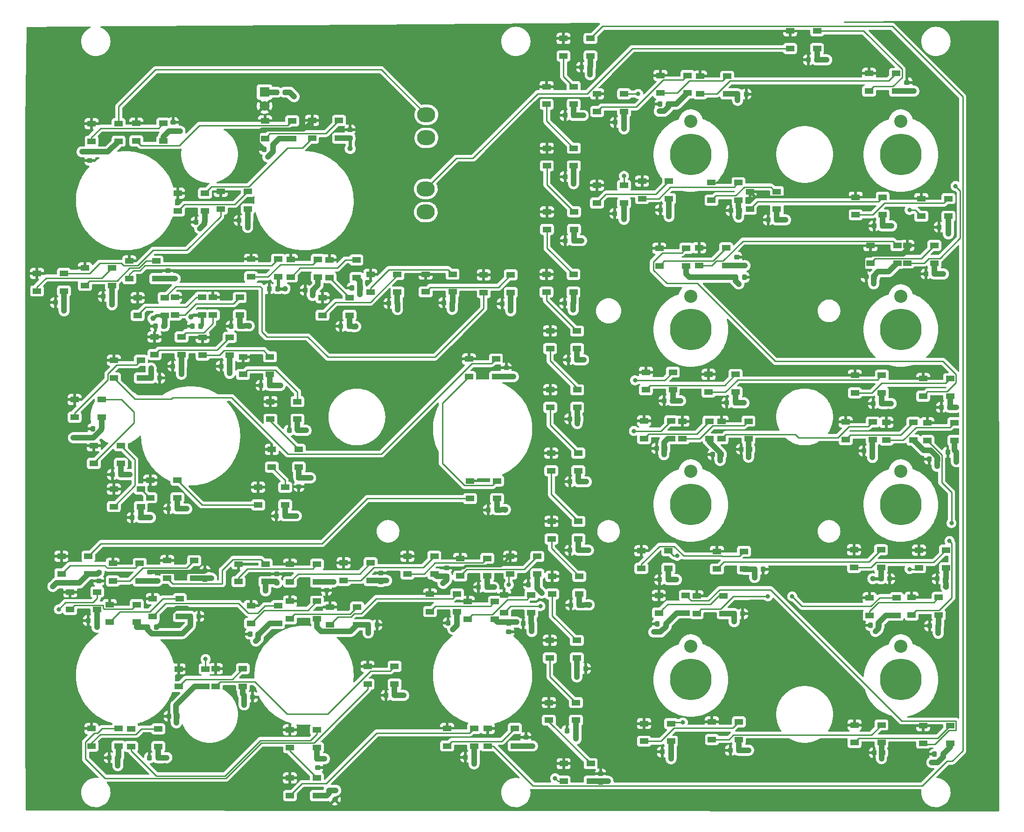
<source format=gbr>
%TF.GenerationSoftware,KiCad,Pcbnew,(6.0.9)*%
%TF.CreationDate,2022-12-07T12:29:01-09:00*%
%TF.ProjectId,COMM Panel,434f4d4d-2050-4616-9e65-6c2e6b696361,rev?*%
%TF.SameCoordinates,Original*%
%TF.FileFunction,Copper,L1,Top*%
%TF.FilePolarity,Positive*%
%FSLAX46Y46*%
G04 Gerber Fmt 4.6, Leading zero omitted, Abs format (unit mm)*
G04 Created by KiCad (PCBNEW (6.0.9)) date 2022-12-07 12:29:01*
%MOMM*%
%LPD*%
G01*
G04 APERTURE LIST*
G04 Aperture macros list*
%AMRoundRect*
0 Rectangle with rounded corners*
0 $1 Rounding radius*
0 $2 $3 $4 $5 $6 $7 $8 $9 X,Y pos of 4 corners*
0 Add a 4 corners polygon primitive as box body*
4,1,4,$2,$3,$4,$5,$6,$7,$8,$9,$2,$3,0*
0 Add four circle primitives for the rounded corners*
1,1,$1+$1,$2,$3*
1,1,$1+$1,$4,$5*
1,1,$1+$1,$6,$7*
1,1,$1+$1,$8,$9*
0 Add four rect primitives between the rounded corners*
20,1,$1+$1,$2,$3,$4,$5,0*
20,1,$1+$1,$4,$5,$6,$7,0*
20,1,$1+$1,$6,$7,$8,$9,0*
20,1,$1+$1,$8,$9,$2,$3,0*%
G04 Aperture macros list end*
%TA.AperFunction,ComponentPad*%
%ADD10O,3.300000X2.700000*%
%TD*%
%TA.AperFunction,ComponentPad*%
%ADD11RoundRect,0.250001X1.399999X-1.099999X1.399999X1.099999X-1.399999X1.099999X-1.399999X-1.099999X0*%
%TD*%
%TA.AperFunction,WasherPad*%
%ADD12C,2.381250*%
%TD*%
%TA.AperFunction,WasherPad*%
%ADD13C,7.540752*%
%TD*%
%TA.AperFunction,SMDPad,CuDef*%
%ADD14RoundRect,0.218750X0.256250X-0.218750X0.256250X0.218750X-0.256250X0.218750X-0.256250X-0.218750X0*%
%TD*%
%TA.AperFunction,SMDPad,CuDef*%
%ADD15RoundRect,0.218750X-0.218750X-0.256250X0.218750X-0.256250X0.218750X0.256250X-0.218750X0.256250X0*%
%TD*%
%TA.AperFunction,SMDPad,CuDef*%
%ADD16R,1.500000X1.000000*%
%TD*%
%TA.AperFunction,SMDPad,CuDef*%
%ADD17RoundRect,0.218750X-0.256250X0.218750X-0.256250X-0.218750X0.256250X-0.218750X0.256250X0.218750X0*%
%TD*%
%TA.AperFunction,SMDPad,CuDef*%
%ADD18RoundRect,0.218750X0.218750X0.256250X-0.218750X0.256250X-0.218750X-0.256250X0.218750X-0.256250X0*%
%TD*%
%TA.AperFunction,SMDPad,CuDef*%
%ADD19RoundRect,0.218750X0.335876X0.026517X0.026517X0.335876X-0.335876X-0.026517X-0.026517X-0.335876X0*%
%TD*%
%TA.AperFunction,ComponentPad*%
%ADD20C,1.800000*%
%TD*%
%TA.AperFunction,ComponentPad*%
%ADD21R,1.800000X1.800000*%
%TD*%
%TA.AperFunction,ViaPad*%
%ADD22C,0.800000*%
%TD*%
%TA.AperFunction,ViaPad*%
%ADD23C,1.000000*%
%TD*%
%TA.AperFunction,Conductor*%
%ADD24C,0.250000*%
%TD*%
%TA.AperFunction,Conductor*%
%ADD25C,1.000000*%
%TD*%
%TA.AperFunction,Conductor*%
%ADD26C,0.600000*%
%TD*%
%TA.AperFunction,Conductor*%
%ADD27C,0.750000*%
%TD*%
%TA.AperFunction,Conductor*%
%ADD28C,0.500000*%
%TD*%
G04 APERTURE END LIST*
D10*
%TO.P,J2,4*%
%TO.N,/DATAOUT*%
X136842000Y-47870000D03*
%TO.P,J2,3*%
%TO.N,/LEDGND*%
X136842000Y-52070000D03*
%TO.P,J2,2*%
%TO.N,/LED+5V*%
X142342000Y-47870000D03*
D11*
%TO.P,J2,1*%
X142342000Y-52070000D03*
%TD*%
D10*
%TO.P,J1,4*%
%TO.N,/DATAIN*%
X136943000Y-34408000D03*
%TO.P,J1,3*%
%TO.N,/LEDGND*%
X136943000Y-38608000D03*
%TO.P,J1,2*%
%TO.N,/LED+5V*%
X142443000Y-34408000D03*
D11*
%TO.P,J1,1*%
X142443000Y-38608000D03*
%TD*%
D12*
%TO.P,9,*%
%TO.N,*%
X223019370Y-35629622D03*
D13*
X223019370Y-41629622D03*
%TD*%
%TO.P,8,*%
%TO.N,*%
X184919370Y-41629622D03*
D12*
X184919370Y-35629622D03*
%TD*%
D13*
%TO.P,11,*%
%TO.N,*%
X223019370Y-73379622D03*
D12*
X223019370Y-67379622D03*
%TD*%
%TO.P,10,*%
%TO.N,*%
X184919370Y-67379622D03*
D13*
X184919370Y-73379622D03*
%TD*%
D12*
%TO.P,13,*%
%TO.N,*%
X223019370Y-99129622D03*
D13*
X223019370Y-105129622D03*
%TD*%
%TO.P,12,*%
%TO.N,*%
X184919370Y-105129622D03*
D12*
X184919370Y-99129622D03*
%TD*%
%TO.P,16,*%
%TO.N,*%
X223019370Y-130879622D03*
D13*
X223019370Y-136879622D03*
%TD*%
D12*
%TO.P,14,*%
%TO.N,*%
X184919370Y-130879622D03*
D13*
X184919370Y-136879622D03*
%TD*%
D14*
%TO.P,C48,2*%
%TO.N,/LEDGND*%
X151930000Y-126685000D03*
%TO.P,C48,1*%
%TO.N,/LED+5V*%
X151930000Y-128260000D03*
%TD*%
D15*
%TO.P,C59,2*%
%TO.N,/LEDGND*%
X166660000Y-25790000D03*
%TO.P,C59,1*%
%TO.N,/LED+5V*%
X165085000Y-25790000D03*
%TD*%
D16*
%TO.P,D109,1*%
%TO.N,/LED+5V*%
X161850000Y-152150000D03*
%TO.P,D109,2*%
%TO.N,Net-(D109-Pad2)*%
X161850000Y-155350000D03*
%TO.P,D109,4*%
%TO.N,Net-(D109-Pad4)*%
X166750000Y-152150000D03*
%TO.P,D109,3*%
%TO.N,/LEDGND*%
X166750000Y-155350000D03*
%TD*%
D17*
%TO.P,C33,2*%
%TO.N,/LEDGND*%
X86750000Y-119000000D03*
%TO.P,C33,1*%
%TO.N,/LED+5V*%
X86750000Y-117425000D03*
%TD*%
D15*
%TO.P,C25,2*%
%TO.N,/LEDGND*%
X91750000Y-105925000D03*
%TO.P,C25,1*%
%TO.N,/LED+5V*%
X90175000Y-105925000D03*
%TD*%
%TO.P,R1,2*%
%TO.N,/LEDGND*%
X111350000Y-30325000D03*
%TO.P,R1,1*%
%TO.N,Net-(D110-Pad1)*%
X109775000Y-30325000D03*
%TD*%
D14*
%TO.P,C110,2*%
%TO.N,/LEDGND*%
X75900000Y-41150000D03*
%TO.P,C110,1*%
%TO.N,/LED+5V*%
X75900000Y-42725000D03*
%TD*%
D17*
%TO.P,C109,2*%
%TO.N,/LEDGND*%
X168550000Y-155567500D03*
%TO.P,C109,1*%
%TO.N,/LED+5V*%
X168550000Y-153992500D03*
%TD*%
D15*
%TO.P,C108,2*%
%TO.N,/LEDGND*%
X123007500Y-72820000D03*
%TO.P,C108,1*%
%TO.N,/LED+5V*%
X121432500Y-72820000D03*
%TD*%
%TO.P,C107,2*%
%TO.N,/LEDGND*%
X207810000Y-24450000D03*
%TO.P,C107,1*%
%TO.N,/LED+5V*%
X206235000Y-24450000D03*
%TD*%
D17*
%TO.P,C106,2*%
%TO.N,/LEDGND*%
X224140000Y-30125000D03*
%TO.P,C106,1*%
%TO.N,/LED+5V*%
X224140000Y-28550000D03*
%TD*%
D18*
%TO.P,C105,2*%
%TO.N,/LEDGND*%
X193400000Y-30660000D03*
%TO.P,C105,1*%
%TO.N,/LED+5V*%
X194975000Y-30660000D03*
%TD*%
D15*
%TO.P,C104,2*%
%TO.N,/LEDGND*%
X180880000Y-32480000D03*
%TO.P,C104,1*%
%TO.N,/LED+5V*%
X179305000Y-32480000D03*
%TD*%
%TO.P,C103,2*%
%TO.N,/LEDGND*%
X172800000Y-35810000D03*
%TO.P,C103,1*%
%TO.N,/LED+5V*%
X171225000Y-35810000D03*
%TD*%
%TO.P,C102,2*%
%TO.N,/LEDGND*%
X231555000Y-54800000D03*
%TO.P,C102,1*%
%TO.N,/LED+5V*%
X229980000Y-54800000D03*
%TD*%
%TO.P,C101,2*%
%TO.N,/LEDGND*%
X219720000Y-54580000D03*
%TO.P,C101,1*%
%TO.N,/LED+5V*%
X218145000Y-54580000D03*
%TD*%
%TO.P,C100,2*%
%TO.N,/LEDGND*%
X200530000Y-53490000D03*
%TO.P,C100,1*%
%TO.N,/LED+5V*%
X198955000Y-53490000D03*
%TD*%
%TO.P,C99,2*%
%TO.N,/LEDGND*%
X193787500Y-51800000D03*
%TO.P,C99,1*%
%TO.N,/LED+5V*%
X192212500Y-51800000D03*
%TD*%
%TO.P,C98,2*%
%TO.N,/LEDGND*%
X180965000Y-51670000D03*
%TO.P,C98,1*%
%TO.N,/LED+5V*%
X179390000Y-51670000D03*
%TD*%
%TO.P,C97,2*%
%TO.N,/LEDGND*%
X172715000Y-52340000D03*
%TO.P,C97,1*%
%TO.N,/LED+5V*%
X171140000Y-52340000D03*
%TD*%
%TO.P,C96,2*%
%TO.N,/LEDGND*%
X229150000Y-63300000D03*
%TO.P,C96,1*%
%TO.N,/LED+5V*%
X227575000Y-63300000D03*
%TD*%
%TO.P,C95,2*%
%TO.N,/LEDGND*%
X218287500Y-63800000D03*
%TO.P,C95,1*%
%TO.N,/LED+5V*%
X216712500Y-63800000D03*
%TD*%
D17*
%TO.P,C94,2*%
%TO.N,/LEDGND*%
X193260000Y-61805000D03*
%TO.P,C94,1*%
%TO.N,/LED+5V*%
X193260000Y-60230000D03*
%TD*%
D18*
%TO.P,C93,2*%
%TO.N,/LEDGND*%
X193040000Y-63910000D03*
%TO.P,C93,1*%
%TO.N,/LED+5V*%
X194615000Y-63910000D03*
%TD*%
D15*
%TO.P,C92,2*%
%TO.N,/LEDGND*%
X231930000Y-87510000D03*
%TO.P,C92,1*%
%TO.N,/LED+5V*%
X230355000Y-87510000D03*
%TD*%
%TO.P,C91,2*%
%TO.N,/LEDGND*%
X219595000Y-86820000D03*
%TO.P,C91,1*%
%TO.N,/LED+5V*%
X218020000Y-86820000D03*
%TD*%
%TO.P,C90,2*%
%TO.N,/LEDGND*%
X193030000Y-86680000D03*
%TO.P,C90,1*%
%TO.N,/LED+5V*%
X191455000Y-86680000D03*
%TD*%
%TO.P,C89,2*%
%TO.N,/LEDGND*%
X181620000Y-86290000D03*
%TO.P,C89,1*%
%TO.N,/LED+5V*%
X180045000Y-86290000D03*
%TD*%
%TO.P,C88,2*%
%TO.N,/LEDGND*%
X233100000Y-95660000D03*
%TO.P,C88,1*%
%TO.N,/LED+5V*%
X231525000Y-95660000D03*
%TD*%
%TO.P,C87,2*%
%TO.N,/LEDGND*%
X229767500Y-96900000D03*
%TO.P,C87,1*%
%TO.N,/LED+5V*%
X228192500Y-96900000D03*
%TD*%
%TO.P,C86,2*%
%TO.N,/LEDGND*%
X217880000Y-95390000D03*
%TO.P,C86,1*%
%TO.N,/LED+5V*%
X216305000Y-95390000D03*
%TD*%
%TO.P,C85,2*%
%TO.N,/LEDGND*%
X195637500Y-95100000D03*
%TO.P,C85,1*%
%TO.N,/LED+5V*%
X194062500Y-95100000D03*
%TD*%
%TO.P,C84,2*%
%TO.N,/LEDGND*%
X190467500Y-96100000D03*
%TO.P,C84,1*%
%TO.N,/LED+5V*%
X188892500Y-96100000D03*
%TD*%
%TO.P,C83,2*%
%TO.N,/LEDGND*%
X180287500Y-94950000D03*
%TO.P,C83,1*%
%TO.N,/LED+5V*%
X178712500Y-94950000D03*
%TD*%
%TO.P,C82,2*%
%TO.N,/LEDGND*%
X231170000Y-118620000D03*
%TO.P,C82,1*%
%TO.N,/LED+5V*%
X229595000Y-118620000D03*
%TD*%
D18*
%TO.P,C81,2*%
%TO.N,/LEDGND*%
X219435000Y-118600000D03*
%TO.P,C81,1*%
%TO.N,/LED+5V*%
X221010000Y-118600000D03*
%TD*%
%TO.P,C80,2*%
%TO.N,/LEDGND*%
X196500000Y-116875000D03*
%TO.P,C80,1*%
%TO.N,/LED+5V*%
X198075000Y-116875000D03*
%TD*%
D15*
%TO.P,C79,2*%
%TO.N,/LEDGND*%
X180850000Y-118760000D03*
%TO.P,C79,1*%
%TO.N,/LED+5V*%
X179275000Y-118760000D03*
%TD*%
%TO.P,C78,2*%
%TO.N,/LEDGND*%
X229795000Y-127160000D03*
%TO.P,C78,1*%
%TO.N,/LED+5V*%
X228220000Y-127160000D03*
%TD*%
%TO.P,C77,2*%
%TO.N,/LEDGND*%
X219095460Y-127093980D03*
%TO.P,C77,1*%
%TO.N,/LED+5V*%
X217520460Y-127093980D03*
%TD*%
D18*
%TO.P,C76,2*%
%TO.N,/LEDGND*%
X192775000Y-124975000D03*
%TO.P,C76,1*%
%TO.N,/LED+5V*%
X194350000Y-124975000D03*
%TD*%
D15*
%TO.P,C75,2*%
%TO.N,/LEDGND*%
X180425000Y-126800000D03*
%TO.P,C75,1*%
%TO.N,/LED+5V*%
X178850000Y-126800000D03*
%TD*%
%TO.P,C74,2*%
%TO.N,/LEDGND*%
X230675000Y-150460000D03*
%TO.P,C74,1*%
%TO.N,/LED+5V*%
X229100000Y-150460000D03*
%TD*%
%TO.P,C73,2*%
%TO.N,/LEDGND*%
X219787500Y-150164800D03*
%TO.P,C73,1*%
%TO.N,/LED+5V*%
X218212500Y-150164800D03*
%TD*%
%TO.P,C72,2*%
%TO.N,/LEDGND*%
X193650000Y-149725000D03*
%TO.P,C72,1*%
%TO.N,/LED+5V*%
X192075000Y-149725000D03*
%TD*%
%TO.P,C71,2*%
%TO.N,/LEDGND*%
X181300000Y-150025000D03*
%TO.P,C71,1*%
%TO.N,/LED+5V*%
X179725000Y-150025000D03*
%TD*%
%TO.P,C70,2*%
%TO.N,/LEDGND*%
X164025000Y-146175000D03*
%TO.P,C70,1*%
%TO.N,/LED+5V*%
X162450000Y-146175000D03*
%TD*%
D18*
%TO.P,C69,2*%
%TO.N,/LEDGND*%
X164250000Y-134900000D03*
%TO.P,C69,1*%
%TO.N,/LED+5V*%
X165825000Y-134900000D03*
%TD*%
D15*
%TO.P,C68,2*%
%TO.N,/LEDGND*%
X164687500Y-123375000D03*
%TO.P,C68,1*%
%TO.N,/LED+5V*%
X163112500Y-123375000D03*
%TD*%
%TO.P,C67,2*%
%TO.N,/LEDGND*%
X164575000Y-113425000D03*
%TO.P,C67,1*%
%TO.N,/LED+5V*%
X163000000Y-113425000D03*
%TD*%
%TO.P,C66,2*%
%TO.N,/LEDGND*%
X164590000Y-101000000D03*
%TO.P,C66,1*%
%TO.N,/LED+5V*%
X163015000Y-101000000D03*
%TD*%
%TO.P,C65,2*%
%TO.N,/LEDGND*%
X164517500Y-89600000D03*
%TO.P,C65,1*%
%TO.N,/LED+5V*%
X162942500Y-89600000D03*
%TD*%
%TO.P,C64,2*%
%TO.N,/LEDGND*%
X164270000Y-78880000D03*
%TO.P,C64,1*%
%TO.N,/LED+5V*%
X162695000Y-78880000D03*
%TD*%
%TO.P,C63,2*%
%TO.N,/LEDGND*%
X163590000Y-68610000D03*
%TO.P,C63,1*%
%TO.N,/LED+5V*%
X162015000Y-68610000D03*
%TD*%
%TO.P,C62,2*%
%TO.N,/LEDGND*%
X163730000Y-57250000D03*
%TO.P,C62,1*%
%TO.N,/LED+5V*%
X162155000Y-57250000D03*
%TD*%
%TO.P,C61,2*%
%TO.N,/LEDGND*%
X163680000Y-45650000D03*
%TO.P,C61,1*%
%TO.N,/LED+5V*%
X162105000Y-45650000D03*
%TD*%
%TO.P,C60,2*%
%TO.N,/LEDGND*%
X163680000Y-34540000D03*
%TO.P,C60,1*%
%TO.N,/LED+5V*%
X162105000Y-34540000D03*
%TD*%
D17*
%TO.P,C58,2*%
%TO.N,/LEDGND*%
X155000000Y-148925000D03*
%TO.P,C58,1*%
%TO.N,/LED+5V*%
X155000000Y-147350000D03*
%TD*%
D15*
%TO.P,C57,2*%
%TO.N,/LEDGND*%
X145600000Y-150975000D03*
%TO.P,C57,1*%
%TO.N,/LED+5V*%
X144025000Y-150975000D03*
%TD*%
D19*
%TO.P,C56,2*%
%TO.N,/LEDGND*%
X119247333Y-157553073D03*
%TO.P,C56,1*%
%TO.N,/LED+5V*%
X120361027Y-158666767D03*
%TD*%
D14*
%TO.P,C55,2*%
%TO.N,/LEDGND*%
X117221000Y-151333000D03*
%TO.P,C55,1*%
%TO.N,/LED+5V*%
X117221000Y-152908000D03*
%TD*%
D15*
%TO.P,C54,2*%
%TO.N,/LEDGND*%
X88267500Y-151090000D03*
%TO.P,C54,1*%
%TO.N,/LED+5V*%
X86692500Y-151090000D03*
%TD*%
%TO.P,C53,2*%
%TO.N,/LEDGND*%
X80980000Y-151090000D03*
%TO.P,C53,1*%
%TO.N,/LED+5V*%
X79405000Y-151090000D03*
%TD*%
%TO.P,C52,2*%
%TO.N,/LEDGND*%
X131200000Y-139775000D03*
%TO.P,C52,1*%
%TO.N,/LED+5V*%
X129625000Y-139775000D03*
%TD*%
D18*
%TO.P,C51,2*%
%TO.N,/LEDGND*%
X103860500Y-140081000D03*
%TO.P,C51,1*%
%TO.N,/LED+5V*%
X105435500Y-140081000D03*
%TD*%
D15*
%TO.P,C50,2*%
%TO.N,/LEDGND*%
X91817500Y-143550000D03*
%TO.P,C50,1*%
%TO.N,/LED+5V*%
X90242500Y-143550000D03*
%TD*%
%TO.P,C49,2*%
%TO.N,/LEDGND*%
X156050000Y-126750000D03*
%TO.P,C49,1*%
%TO.N,/LED+5V*%
X154475000Y-126750000D03*
%TD*%
%TO.P,C47,2*%
%TO.N,/LEDGND*%
X142460000Y-126600000D03*
%TO.P,C47,1*%
%TO.N,/LED+5V*%
X140885000Y-126600000D03*
%TD*%
D18*
%TO.P,C46,2*%
%TO.N,/LEDGND*%
X126400000Y-126975000D03*
%TO.P,C46,1*%
%TO.N,/LED+5V*%
X127975000Y-126975000D03*
%TD*%
D15*
%TO.P,C44,2*%
%TO.N,/LEDGND*%
X106598860Y-128640840D03*
%TO.P,C44,1*%
%TO.N,/LED+5V*%
X105023860Y-128640840D03*
%TD*%
D18*
%TO.P,C43,2*%
%TO.N,/LEDGND*%
X94125000Y-125425000D03*
%TO.P,C43,1*%
%TO.N,/LED+5V*%
X95700000Y-125425000D03*
%TD*%
%TO.P,C42,2*%
%TO.N,/LEDGND*%
X86400000Y-127375000D03*
%TO.P,C42,1*%
%TO.N,/LED+5V*%
X87975000Y-127375000D03*
%TD*%
D15*
%TO.P,C41,2*%
%TO.N,/LEDGND*%
X77175000Y-126200000D03*
%TO.P,C41,1*%
%TO.N,/LED+5V*%
X75600000Y-126200000D03*
%TD*%
%TO.P,C40,2*%
%TO.N,/LEDGND*%
X157050000Y-119675000D03*
%TO.P,C40,1*%
%TO.N,/LED+5V*%
X155475000Y-119675000D03*
%TD*%
%TO.P,C39,2*%
%TO.N,/LEDGND*%
X148000000Y-120150000D03*
%TO.P,C39,1*%
%TO.N,/LED+5V*%
X146425000Y-120150000D03*
%TD*%
D17*
%TO.P,C38,2*%
%TO.N,/LEDGND*%
X140625000Y-118200000D03*
%TO.P,C38,1*%
%TO.N,/LED+5V*%
X140625000Y-116625000D03*
%TD*%
%TO.P,C37,2*%
%TO.N,/LEDGND*%
X128701800Y-119161700D03*
%TO.P,C37,1*%
%TO.N,/LED+5V*%
X128701800Y-117586700D03*
%TD*%
D14*
%TO.P,C36,2*%
%TO.N,/LEDGND*%
X118833900Y-119164100D03*
%TO.P,C36,1*%
%TO.N,/LED+5V*%
X118833900Y-120739100D03*
%TD*%
D17*
%TO.P,C35,2*%
%TO.N,/LEDGND*%
X109800000Y-119325000D03*
%TO.P,C35,1*%
%TO.N,/LED+5V*%
X109800000Y-117750000D03*
%TD*%
%TO.P,C34,2*%
%TO.N,/LEDGND*%
X96799400Y-118755300D03*
%TO.P,C34,1*%
%TO.N,/LED+5V*%
X96799400Y-117180300D03*
%TD*%
D14*
%TO.P,C32,2*%
%TO.N,/LEDGND*%
X77550000Y-117450000D03*
%TO.P,C32,1*%
%TO.N,/LED+5V*%
X77550000Y-119025000D03*
%TD*%
D15*
%TO.P,C31,2*%
%TO.N,/LEDGND*%
X149780000Y-106100000D03*
%TO.P,C31,1*%
%TO.N,/LED+5V*%
X148205000Y-106100000D03*
%TD*%
D17*
%TO.P,C30,2*%
%TO.N,/LEDGND*%
X151440000Y-81925000D03*
%TO.P,C30,1*%
%TO.N,/LED+5V*%
X151440000Y-80350000D03*
%TD*%
D18*
%TO.P,C29,2*%
%TO.N,/LEDGND*%
X87025000Y-82200000D03*
%TO.P,C29,1*%
%TO.N,/LED+5V*%
X88600000Y-82200000D03*
%TD*%
D15*
%TO.P,C28,2*%
%TO.N,/LEDGND*%
X78000000Y-91375000D03*
%TO.P,C28,1*%
%TO.N,/LED+5V*%
X76425000Y-91375000D03*
%TD*%
%TO.P,C27,2*%
%TO.N,/LEDGND*%
X81550000Y-99700000D03*
%TO.P,C27,1*%
%TO.N,/LED+5V*%
X79975000Y-99700000D03*
%TD*%
%TO.P,C26,2*%
%TO.N,/LEDGND*%
X85125000Y-107500000D03*
%TO.P,C26,1*%
%TO.N,/LED+5V*%
X83550000Y-107500000D03*
%TD*%
%TO.P,C24,2*%
%TO.N,/LEDGND*%
X111325000Y-107200000D03*
%TO.P,C24,1*%
%TO.N,/LED+5V*%
X109750000Y-107200000D03*
%TD*%
D14*
%TO.P,C23,2*%
%TO.N,/LEDGND*%
X113825000Y-100300000D03*
%TO.P,C23,1*%
%TO.N,/LED+5V*%
X113825000Y-101875000D03*
%TD*%
D15*
%TO.P,C22,2*%
%TO.N,/LEDGND*%
X113650000Y-91670000D03*
%TO.P,C22,1*%
%TO.N,/LED+5V*%
X112075000Y-91670000D03*
%TD*%
%TO.P,C21,2*%
%TO.N,/LEDGND*%
X108537500Y-83525000D03*
%TO.P,C21,1*%
%TO.N,/LED+5V*%
X106962500Y-83525000D03*
%TD*%
%TO.P,C20,2*%
%TO.N,/LEDGND*%
X101275000Y-80025000D03*
%TO.P,C20,1*%
%TO.N,/LED+5V*%
X99700000Y-80025000D03*
%TD*%
%TO.P,C19,2*%
%TO.N,/LEDGND*%
X92500000Y-80025000D03*
%TO.P,C19,1*%
%TO.N,/LED+5V*%
X90925000Y-80025000D03*
%TD*%
%TO.P,C18,2*%
%TO.N,/LEDGND*%
X103100000Y-72750000D03*
%TO.P,C18,1*%
%TO.N,/LED+5V*%
X101525000Y-72750000D03*
%TD*%
%TO.P,C17,2*%
%TO.N,/LEDGND*%
X96050000Y-72775000D03*
%TO.P,C17,1*%
%TO.N,/LED+5V*%
X94475000Y-72775000D03*
%TD*%
%TO.P,C16,2*%
%TO.N,/LEDGND*%
X89350000Y-72775000D03*
%TO.P,C16,1*%
%TO.N,/LED+5V*%
X87775000Y-72775000D03*
%TD*%
%TO.P,C15,2*%
%TO.N,/LEDGND*%
X152250000Y-68710000D03*
%TO.P,C15,1*%
%TO.N,/LED+5V*%
X150675000Y-68710000D03*
%TD*%
%TO.P,C14,2*%
%TO.N,/LEDGND*%
X141660000Y-68520000D03*
%TO.P,C14,1*%
%TO.N,/LED+5V*%
X140085000Y-68520000D03*
%TD*%
%TO.P,C13,2*%
%TO.N,/LEDGND*%
X131710000Y-68640000D03*
%TO.P,C13,1*%
%TO.N,/LED+5V*%
X130135000Y-68640000D03*
%TD*%
%TO.P,C12,2*%
%TO.N,/LEDGND*%
X125037500Y-65850000D03*
%TO.P,C12,1*%
%TO.N,/LED+5V*%
X123462500Y-65850000D03*
%TD*%
%TO.P,C11,2*%
%TO.N,/LEDGND*%
X116537500Y-66250000D03*
%TO.P,C11,1*%
%TO.N,/LED+5V*%
X114962500Y-66250000D03*
%TD*%
%TO.P,C10,2*%
%TO.N,/LEDGND*%
X110005000Y-65990000D03*
%TO.P,C10,1*%
%TO.N,/LED+5V*%
X108430000Y-65990000D03*
%TD*%
D17*
%TO.P,C9,2*%
%TO.N,/LEDGND*%
X90050000Y-64250000D03*
%TO.P,C9,1*%
%TO.N,/LED+5V*%
X90050000Y-62675000D03*
%TD*%
D15*
%TO.P,C8,2*%
%TO.N,/LEDGND*%
X79925000Y-67375000D03*
%TO.P,C8,1*%
%TO.N,/LED+5V*%
X78350000Y-67375000D03*
%TD*%
%TO.P,C7,2*%
%TO.N,/LEDGND*%
X71225000Y-68500000D03*
%TO.P,C7,1*%
%TO.N,/LED+5V*%
X69650000Y-68500000D03*
%TD*%
%TO.P,C6,2*%
%TO.N,/LEDGND*%
X104525000Y-53600000D03*
%TO.P,C6,1*%
%TO.N,/LED+5V*%
X102950000Y-53600000D03*
%TD*%
%TO.P,C5,2*%
%TO.N,/LEDGND*%
X96725000Y-53875000D03*
%TO.P,C5,1*%
%TO.N,/LED+5V*%
X95150000Y-53875000D03*
%TD*%
D17*
%TO.P,C4,2*%
%TO.N,/LEDGND*%
X123100000Y-38675000D03*
%TO.P,C4,1*%
%TO.N,/LED+5V*%
X123100000Y-37100000D03*
%TD*%
D15*
%TO.P,C3,2*%
%TO.N,/LEDGND*%
X109125000Y-40700000D03*
%TO.P,C3,1*%
%TO.N,/LED+5V*%
X107550000Y-40700000D03*
%TD*%
D17*
%TO.P,C2,2*%
%TO.N,/LEDGND*%
X91050000Y-37350000D03*
%TO.P,C2,1*%
%TO.N,/LED+5V*%
X91050000Y-35775000D03*
%TD*%
D20*
%TO.P,D110,2*%
%TO.N,/LED+5V*%
X107600000Y-32825000D03*
D21*
%TO.P,D110,1*%
%TO.N,Net-(D110-Pad1)*%
X107600000Y-30285000D03*
%TD*%
D16*
%TO.P,D40,1*%
%TO.N,/LED+5V*%
X152174000Y-114554000D03*
%TO.P,D40,2*%
%TO.N,Net-(D40-Pad2)*%
X152174000Y-117754000D03*
%TO.P,D40,4*%
%TO.N,Net-(D39-Pad2)*%
X157074000Y-114554000D03*
%TO.P,D40,3*%
%TO.N,/LEDGND*%
X157074000Y-117754000D03*
%TD*%
%TO.P,D108,1*%
%TO.N,/LED+5V*%
X118100000Y-67600000D03*
%TO.P,D108,2*%
%TO.N,Net-(D108-Pad2)*%
X118100000Y-70800000D03*
%TO.P,D108,4*%
%TO.N,Net-(D108-Pad4)*%
X123000000Y-67600000D03*
%TO.P,D108,3*%
%TO.N,/LEDGND*%
X123000000Y-70800000D03*
%TD*%
%TO.P,D107,1*%
%TO.N,/LED+5V*%
X202923000Y-19202400D03*
%TO.P,D107,2*%
%TO.N,/DATAOUT*%
X202923000Y-22402400D03*
%TO.P,D107,4*%
%TO.N,Net-(D106-Pad2)*%
X207823000Y-19202400D03*
%TO.P,D107,3*%
%TO.N,/LEDGND*%
X207823000Y-22402400D03*
%TD*%
%TO.P,D106,1*%
%TO.N,/LED+5V*%
X217248000Y-26924400D03*
%TO.P,D106,2*%
%TO.N,Net-(D106-Pad2)*%
X217248000Y-30124400D03*
%TO.P,D106,4*%
%TO.N,Net-(D105-Pad2)*%
X222148000Y-26924400D03*
%TO.P,D106,3*%
%TO.N,/LEDGND*%
X222148000Y-30124400D03*
%TD*%
%TO.P,D105,1*%
%TO.N,/LED+5V*%
X186616000Y-27432400D03*
%TO.P,D105,2*%
%TO.N,Net-(D105-Pad2)*%
X186616000Y-30632400D03*
%TO.P,D105,4*%
%TO.N,Net-(D104-Pad2)*%
X191516000Y-27432400D03*
%TO.P,D105,3*%
%TO.N,/LEDGND*%
X191516000Y-30632400D03*
%TD*%
%TO.P,D104,1*%
%TO.N,/LED+5V*%
X179402000Y-27280000D03*
%TO.P,D104,2*%
%TO.N,Net-(D104-Pad2)*%
X179402000Y-30480000D03*
%TO.P,D104,4*%
%TO.N,Net-(D103-Pad2)*%
X184302000Y-27280000D03*
%TO.P,D104,3*%
%TO.N,/LEDGND*%
X184302000Y-30480000D03*
%TD*%
%TO.P,D103,1*%
%TO.N,/LED+5V*%
X167922000Y-30632400D03*
%TO.P,D103,2*%
%TO.N,Net-(D103-Pad2)*%
X167922000Y-33832400D03*
%TO.P,D103,4*%
%TO.N,Net-(D102-Pad2)*%
X172822000Y-30632400D03*
%TO.P,D103,3*%
%TO.N,/LEDGND*%
X172822000Y-33832400D03*
%TD*%
%TO.P,D102,1*%
%TO.N,/LED+5V*%
X226748000Y-49632000D03*
%TO.P,D102,2*%
%TO.N,Net-(D102-Pad2)*%
X226748000Y-52832000D03*
%TO.P,D102,4*%
%TO.N,Net-(D101-Pad2)*%
X231648000Y-49632000D03*
%TO.P,D102,3*%
%TO.N,/LEDGND*%
X231648000Y-52832000D03*
%TD*%
%TO.P,D101,1*%
%TO.N,/LED+5V*%
X214833000Y-49377600D03*
%TO.P,D101,2*%
%TO.N,Net-(D101-Pad2)*%
X214833000Y-52577600D03*
%TO.P,D101,4*%
%TO.N,Net-(D100-Pad2)*%
X219733000Y-49377600D03*
%TO.P,D101,3*%
%TO.N,/LEDGND*%
X219733000Y-52577600D03*
%TD*%
%TO.P,D100,1*%
%TO.N,/LED+5V*%
X195631000Y-48361600D03*
%TO.P,D100,2*%
%TO.N,Net-(D100-Pad2)*%
X195631000Y-51561600D03*
%TO.P,D100,4*%
%TO.N,Net-(D100-Pad4)*%
X200531000Y-48361600D03*
%TO.P,D100,3*%
%TO.N,/LEDGND*%
X200531000Y-51561600D03*
%TD*%
%TO.P,D99,1*%
%TO.N,/LED+5V*%
X188671000Y-46736000D03*
%TO.P,D99,2*%
%TO.N,Net-(D100-Pad4)*%
X188671000Y-49936000D03*
%TO.P,D99,4*%
%TO.N,Net-(D98-Pad2)*%
X193571000Y-46736000D03*
%TO.P,D99,3*%
%TO.N,/LEDGND*%
X193571000Y-49936000D03*
%TD*%
%TO.P,D98,1*%
%TO.N,/LED+5V*%
X176073000Y-46431200D03*
%TO.P,D98,2*%
%TO.N,Net-(D98-Pad2)*%
X176073000Y-49631200D03*
%TO.P,D98,4*%
%TO.N,Net-(D97-Pad2)*%
X180973000Y-46431200D03*
%TO.P,D98,3*%
%TO.N,/LEDGND*%
X180973000Y-49631200D03*
%TD*%
%TO.P,D97,1*%
%TO.N,/LED+5V*%
X167894000Y-47244000D03*
%TO.P,D97,2*%
%TO.N,Net-(D97-Pad2)*%
X167894000Y-50444000D03*
%TO.P,D97,4*%
%TO.N,Net-(D96-Pad2)*%
X172794000Y-47244000D03*
%TO.P,D97,3*%
%TO.N,/LEDGND*%
X172794000Y-50444000D03*
%TD*%
%TO.P,D96,1*%
%TO.N,/LED+5V*%
X224208000Y-58115200D03*
%TO.P,D96,2*%
%TO.N,Net-(D96-Pad2)*%
X224208000Y-61315200D03*
%TO.P,D96,4*%
%TO.N,Net-(D95-Pad2)*%
X229108000Y-58115200D03*
%TO.P,D96,3*%
%TO.N,/LEDGND*%
X229108000Y-61315200D03*
%TD*%
%TO.P,D95,1*%
%TO.N,/LED+5V*%
X217502000Y-58166400D03*
%TO.P,D95,2*%
%TO.N,Net-(D95-Pad2)*%
X217502000Y-61366400D03*
%TO.P,D95,4*%
%TO.N,Net-(D94-Pad2)*%
X222402000Y-58166400D03*
%TO.P,D95,3*%
%TO.N,/LEDGND*%
X222402000Y-61366400D03*
%TD*%
%TO.P,D94,1*%
%TO.N,/LED+5V*%
X186413000Y-58572800D03*
%TO.P,D94,2*%
%TO.N,Net-(D94-Pad2)*%
X186413000Y-61772800D03*
%TO.P,D94,4*%
%TO.N,Net-(D93-Pad2)*%
X191313000Y-58572800D03*
%TO.P,D94,3*%
%TO.N,/LEDGND*%
X191313000Y-61772800D03*
%TD*%
%TO.P,D93,1*%
%TO.N,/LED+5V*%
X179199000Y-58623600D03*
%TO.P,D93,2*%
%TO.N,Net-(D93-Pad2)*%
X179199000Y-61823600D03*
%TO.P,D93,4*%
%TO.N,Net-(D92-Pad2)*%
X184099000Y-58623600D03*
%TO.P,D93,3*%
%TO.N,/LEDGND*%
X184099000Y-61823600D03*
%TD*%
%TO.P,D92,1*%
%TO.N,/LED+5V*%
X227053000Y-82296400D03*
%TO.P,D92,2*%
%TO.N,Net-(D92-Pad2)*%
X227053000Y-85496400D03*
%TO.P,D92,4*%
%TO.N,Net-(D91-Pad2)*%
X231953000Y-82296400D03*
%TO.P,D92,3*%
%TO.N,/LEDGND*%
X231953000Y-85496400D03*
%TD*%
%TO.P,D91,1*%
%TO.N,/LED+5V*%
X214681000Y-81686800D03*
%TO.P,D91,2*%
%TO.N,Net-(D91-Pad2)*%
X214681000Y-84886800D03*
%TO.P,D91,4*%
%TO.N,Net-(D90-Pad2)*%
X219581000Y-81686800D03*
%TO.P,D91,3*%
%TO.N,/LEDGND*%
X219581000Y-84886800D03*
%TD*%
%TO.P,D90,1*%
%TO.N,/LED+5V*%
X188140000Y-81534400D03*
%TO.P,D90,2*%
%TO.N,Net-(D90-Pad2)*%
X188140000Y-84734400D03*
%TO.P,D90,4*%
%TO.N,Net-(D89-Pad2)*%
X193040000Y-81534400D03*
%TO.P,D90,3*%
%TO.N,/LEDGND*%
X193040000Y-84734400D03*
%TD*%
%TO.P,D89,1*%
%TO.N,/LED+5V*%
X176761000Y-81128000D03*
%TO.P,D89,2*%
%TO.N,Net-(D89-Pad2)*%
X176761000Y-84328000D03*
%TO.P,D89,4*%
%TO.N,Net-(D88-Pad2)*%
X181661000Y-81128000D03*
%TO.P,D89,3*%
%TO.N,/LEDGND*%
X181661000Y-84328000D03*
%TD*%
%TO.P,D88,1*%
%TO.N,/LED+5V*%
X227815000Y-90322400D03*
%TO.P,D88,2*%
%TO.N,Net-(D88-Pad2)*%
X227815000Y-93522400D03*
%TO.P,D88,4*%
%TO.N,Net-(D87-Pad2)*%
X232715000Y-90322400D03*
%TO.P,D88,3*%
%TO.N,/LEDGND*%
X232715000Y-93522400D03*
%TD*%
%TO.P,D87,1*%
%TO.N,/LED+5V*%
X220410000Y-90246400D03*
%TO.P,D87,2*%
%TO.N,Net-(D87-Pad2)*%
X220410000Y-93446400D03*
%TO.P,D87,4*%
%TO.N,Net-(D86-Pad2)*%
X225310000Y-90246400D03*
%TO.P,D87,3*%
%TO.N,/LEDGND*%
X225310000Y-93446400D03*
%TD*%
%TO.P,D86,1*%
%TO.N,/LED+5V*%
X213032000Y-90170400D03*
%TO.P,D86,2*%
%TO.N,Net-(D86-Pad2)*%
X213032000Y-93370400D03*
%TO.P,D86,4*%
%TO.N,Net-(D85-Pad2)*%
X217932000Y-90170400D03*
%TO.P,D86,3*%
%TO.N,/LEDGND*%
X217932000Y-93370400D03*
%TD*%
%TO.P,D85,1*%
%TO.N,/LED+5V*%
X190477000Y-90017600D03*
%TO.P,D85,2*%
%TO.N,Net-(D85-Pad2)*%
X190477000Y-93217600D03*
%TO.P,D85,4*%
%TO.N,Net-(D84-Pad2)*%
X195377000Y-90017600D03*
%TO.P,D85,3*%
%TO.N,/LEDGND*%
X195377000Y-93217600D03*
%TD*%
%TO.P,D84,1*%
%TO.N,/LED+5V*%
X183416000Y-90018000D03*
%TO.P,D84,2*%
%TO.N,Net-(D84-Pad2)*%
X183416000Y-93218000D03*
%TO.P,D84,4*%
%TO.N,Net-(D83-Pad2)*%
X188316000Y-90018000D03*
%TO.P,D84,3*%
%TO.N,/LEDGND*%
X188316000Y-93218000D03*
%TD*%
%TO.P,D83,1*%
%TO.N,/LED+5V*%
X176456000Y-89966800D03*
%TO.P,D83,2*%
%TO.N,Net-(D83-Pad2)*%
X176456000Y-93166800D03*
%TO.P,D83,4*%
%TO.N,Net-(D82-Pad2)*%
X181356000Y-89966800D03*
%TO.P,D83,3*%
%TO.N,/LEDGND*%
X181356000Y-93166800D03*
%TD*%
%TO.P,D82,1*%
%TO.N,/LED+5V*%
X226302000Y-113411000D03*
%TO.P,D82,2*%
%TO.N,Net-(D82-Pad2)*%
X226302000Y-116611000D03*
%TO.P,D82,4*%
%TO.N,Net-(D81-Pad2)*%
X231202000Y-113411000D03*
%TO.P,D82,3*%
%TO.N,/LEDGND*%
X231202000Y-116611000D03*
%TD*%
%TO.P,D81,1*%
%TO.N,/LED+5V*%
X214517000Y-113360000D03*
%TO.P,D81,2*%
%TO.N,Net-(D81-Pad2)*%
X214517000Y-116560000D03*
%TO.P,D81,4*%
%TO.N,Net-(D80-Pad2)*%
X219417000Y-113360000D03*
%TO.P,D81,3*%
%TO.N,/LEDGND*%
X219417000Y-116560000D03*
%TD*%
%TO.P,D80,1*%
%TO.N,/LED+5V*%
X189664000Y-113640000D03*
%TO.P,D80,2*%
%TO.N,Net-(D80-Pad2)*%
X189664000Y-116840000D03*
%TO.P,D80,4*%
%TO.N,Net-(D79-Pad2)*%
X194564000Y-113640000D03*
%TO.P,D80,3*%
%TO.N,/LEDGND*%
X194564000Y-116840000D03*
%TD*%
%TO.P,D79,1*%
%TO.N,/LED+5V*%
X175948000Y-113538000D03*
%TO.P,D79,2*%
%TO.N,Net-(D79-Pad2)*%
X175948000Y-116738000D03*
%TO.P,D79,4*%
%TO.N,Net-(D78-Pad2)*%
X180848000Y-113538000D03*
%TO.P,D79,3*%
%TO.N,/LEDGND*%
X180848000Y-116738000D03*
%TD*%
%TO.P,D78,1*%
%TO.N,/LED+5V*%
X224982000Y-121996000D03*
%TO.P,D78,2*%
%TO.N,Net-(D78-Pad2)*%
X224982000Y-125196000D03*
%TO.P,D78,4*%
%TO.N,Net-(D77-Pad2)*%
X229882000Y-121996000D03*
%TO.P,D78,3*%
%TO.N,/LEDGND*%
X229882000Y-125196000D03*
%TD*%
%TO.P,D77,1*%
%TO.N,/LED+5V*%
X217362000Y-122047000D03*
%TO.P,D77,2*%
%TO.N,Net-(D77-Pad2)*%
X217362000Y-125247000D03*
%TO.P,D77,4*%
%TO.N,Net-(D76-Pad2)*%
X222262000Y-122047000D03*
%TO.P,D77,3*%
%TO.N,/LEDGND*%
X222262000Y-125247000D03*
%TD*%
%TO.P,D76,1*%
%TO.N,/LED+5V*%
X185979000Y-121717000D03*
%TO.P,D76,2*%
%TO.N,Net-(D76-Pad2)*%
X185979000Y-124917000D03*
%TO.P,D76,4*%
%TO.N,Net-(D75-Pad2)*%
X190879000Y-121717000D03*
%TO.P,D76,3*%
%TO.N,/LEDGND*%
X190879000Y-124917000D03*
%TD*%
%TO.P,D75,1*%
%TO.N,/LED+5V*%
X179121000Y-121616000D03*
%TO.P,D75,2*%
%TO.N,Net-(D75-Pad2)*%
X179121000Y-124816000D03*
%TO.P,D75,4*%
%TO.N,Net-(D74-Pad2)*%
X184021000Y-121616000D03*
%TO.P,D75,3*%
%TO.N,/LEDGND*%
X184021000Y-124816000D03*
%TD*%
%TO.P,D74,1*%
%TO.N,/LED+5V*%
X227053000Y-145237000D03*
%TO.P,D74,2*%
%TO.N,Net-(D74-Pad2)*%
X227053000Y-148437000D03*
%TO.P,D74,4*%
%TO.N,Net-(D73-Pad2)*%
X231953000Y-145237000D03*
%TO.P,D74,3*%
%TO.N,/LEDGND*%
X231953000Y-148437000D03*
%TD*%
%TO.P,D73,1*%
%TO.N,/LED+5V*%
X214607000Y-145136000D03*
%TO.P,D73,2*%
%TO.N,Net-(D73-Pad2)*%
X214607000Y-148336000D03*
%TO.P,D73,4*%
%TO.N,Net-(D72-Pad2)*%
X219507000Y-145136000D03*
%TO.P,D73,3*%
%TO.N,/LEDGND*%
X219507000Y-148336000D03*
%TD*%
%TO.P,D72,1*%
%TO.N,/LED+5V*%
X188750000Y-144577000D03*
%TO.P,D72,2*%
%TO.N,Net-(D72-Pad2)*%
X188750000Y-147777000D03*
%TO.P,D72,4*%
%TO.N,Net-(D71-Pad2)*%
X193650000Y-144577000D03*
%TO.P,D72,3*%
%TO.N,/LEDGND*%
X193650000Y-147777000D03*
%TD*%
%TO.P,D71,1*%
%TO.N,/LED+5V*%
X176428000Y-144882000D03*
%TO.P,D71,2*%
%TO.N,Net-(D71-Pad2)*%
X176428000Y-148082000D03*
%TO.P,D71,4*%
%TO.N,Net-(D109-Pad2)*%
X181328000Y-144882000D03*
%TO.P,D71,3*%
%TO.N,/LEDGND*%
X181328000Y-148082000D03*
%TD*%
%TO.P,D70,1*%
%TO.N,/LED+5V*%
X159184000Y-141072000D03*
%TO.P,D70,2*%
%TO.N,Net-(D109-Pad4)*%
X159184000Y-144272000D03*
%TO.P,D70,4*%
%TO.N,Net-(D69-Pad2)*%
X164084000Y-141072000D03*
%TO.P,D70,3*%
%TO.N,/LEDGND*%
X164084000Y-144272000D03*
%TD*%
%TO.P,D69,1*%
%TO.N,/LED+5V*%
X159336000Y-129794000D03*
%TO.P,D69,2*%
%TO.N,Net-(D69-Pad2)*%
X159336000Y-132994000D03*
%TO.P,D69,4*%
%TO.N,Net-(D68-Pad2)*%
X164236000Y-129794000D03*
%TO.P,D69,3*%
%TO.N,/LEDGND*%
X164236000Y-132994000D03*
%TD*%
%TO.P,D68,1*%
%TO.N,/LED+5V*%
X159794000Y-118161000D03*
%TO.P,D68,2*%
%TO.N,Net-(D68-Pad2)*%
X159794000Y-121361000D03*
%TO.P,D68,4*%
%TO.N,Net-(D67-Pad2)*%
X164694000Y-118161000D03*
%TO.P,D68,3*%
%TO.N,/LEDGND*%
X164694000Y-121361000D03*
%TD*%
%TO.P,D67,1*%
%TO.N,/LED+5V*%
X159641000Y-108204000D03*
%TO.P,D67,2*%
%TO.N,Net-(D67-Pad2)*%
X159641000Y-111404000D03*
%TO.P,D67,4*%
%TO.N,Net-(D66-Pad2)*%
X164541000Y-108204000D03*
%TO.P,D67,3*%
%TO.N,/LEDGND*%
X164541000Y-111404000D03*
%TD*%
%TO.P,D66,1*%
%TO.N,/LED+5V*%
X159614000Y-95808800D03*
%TO.P,D66,2*%
%TO.N,Net-(D66-Pad2)*%
X159614000Y-99008800D03*
%TO.P,D66,4*%
%TO.N,Net-(D65-Pad2)*%
X164514000Y-95808800D03*
%TO.P,D66,3*%
%TO.N,/LEDGND*%
X164514000Y-99008800D03*
%TD*%
%TO.P,D65,1*%
%TO.N,/LED+5V*%
X159410000Y-84328400D03*
%TO.P,D65,2*%
%TO.N,Net-(D65-Pad2)*%
X159410000Y-87528400D03*
%TO.P,D65,4*%
%TO.N,Net-(D64-Pad2)*%
X164310000Y-84328400D03*
%TO.P,D65,3*%
%TO.N,/LEDGND*%
X164310000Y-87528400D03*
%TD*%
%TO.P,D64,1*%
%TO.N,/LED+5V*%
X159387000Y-73660000D03*
%TO.P,D64,2*%
%TO.N,Net-(D64-Pad2)*%
X159387000Y-76860000D03*
%TO.P,D64,4*%
%TO.N,Net-(D63-Pad2)*%
X164287000Y-73660000D03*
%TO.P,D64,3*%
%TO.N,/LEDGND*%
X164287000Y-76860000D03*
%TD*%
%TO.P,D63,1*%
%TO.N,/LED+5V*%
X158727000Y-63398400D03*
%TO.P,D63,2*%
%TO.N,Net-(D63-Pad2)*%
X158727000Y-66598400D03*
%TO.P,D63,4*%
%TO.N,Net-(D62-Pad2)*%
X163627000Y-63398400D03*
%TO.P,D63,3*%
%TO.N,/LEDGND*%
X163627000Y-66598400D03*
%TD*%
%TO.P,D62,1*%
%TO.N,/LED+5V*%
X158828000Y-52019200D03*
%TO.P,D62,2*%
%TO.N,Net-(D62-Pad2)*%
X158828000Y-55219200D03*
%TO.P,D62,4*%
%TO.N,Net-(D61-Pad2)*%
X163728000Y-52019200D03*
%TO.P,D62,3*%
%TO.N,/LEDGND*%
X163728000Y-55219200D03*
%TD*%
%TO.P,D61,1*%
%TO.N,/LED+5V*%
X158801000Y-40487600D03*
%TO.P,D61,2*%
%TO.N,Net-(D61-Pad2)*%
X158801000Y-43687600D03*
%TO.P,D61,4*%
%TO.N,Net-(D60-Pad2)*%
X163701000Y-40487600D03*
%TO.P,D61,3*%
%TO.N,/LEDGND*%
X163701000Y-43687600D03*
%TD*%
%TO.P,D60,1*%
%TO.N,/LED+5V*%
X158778000Y-29311600D03*
%TO.P,D60,2*%
%TO.N,Net-(D60-Pad2)*%
X158778000Y-32511600D03*
%TO.P,D60,4*%
%TO.N,Net-(D59-Pad2)*%
X163678000Y-29311600D03*
%TO.P,D60,3*%
%TO.N,/LEDGND*%
X163678000Y-32511600D03*
%TD*%
%TO.P,D59,1*%
%TO.N,/LED+5V*%
X161826000Y-20574000D03*
%TO.P,D59,2*%
%TO.N,Net-(D59-Pad2)*%
X161826000Y-23774000D03*
%TO.P,D59,4*%
%TO.N,Net-(D58-Pad2)*%
X166726000Y-20574000D03*
%TO.P,D59,3*%
%TO.N,/LEDGND*%
X166726000Y-23774000D03*
%TD*%
%TO.P,D58,1*%
%TO.N,/LED+5V*%
X148082000Y-145745000D03*
%TO.P,D58,2*%
%TO.N,Net-(D58-Pad2)*%
X148082000Y-148945000D03*
%TO.P,D58,4*%
%TO.N,Net-(D57-Pad2)*%
X152982000Y-145745000D03*
%TO.P,D58,3*%
%TO.N,/LEDGND*%
X152982000Y-148945000D03*
%TD*%
%TO.P,D57,1*%
%TO.N,/LED+5V*%
X140716000Y-145745000D03*
%TO.P,D57,2*%
%TO.N,Net-(D57-Pad2)*%
X140716000Y-148945000D03*
%TO.P,D57,4*%
%TO.N,Net-(D56-Pad2)*%
X145616000Y-145745000D03*
%TO.P,D57,3*%
%TO.N,/LEDGND*%
X145616000Y-148945000D03*
%TD*%
%TO.P,D56,1*%
%TO.N,/LED+5V*%
X112206000Y-154762000D03*
%TO.P,D56,2*%
%TO.N,Net-(D56-Pad2)*%
X112206000Y-157962000D03*
%TO.P,D56,4*%
%TO.N,Net-(D55-Pad2)*%
X117106000Y-154762000D03*
%TO.P,D56,3*%
%TO.N,/LEDGND*%
X117106000Y-157962000D03*
%TD*%
%TO.P,D55,1*%
%TO.N,/LED+5V*%
X112206000Y-146025000D03*
%TO.P,D55,2*%
%TO.N,Net-(D55-Pad2)*%
X112206000Y-149225000D03*
%TO.P,D55,4*%
%TO.N,Net-(D54-Pad2)*%
X117106000Y-146025000D03*
%TO.P,D55,3*%
%TO.N,/LEDGND*%
X117106000Y-149225000D03*
%TD*%
%TO.P,D54,1*%
%TO.N,/LED+5V*%
X83413600Y-145847000D03*
%TO.P,D54,2*%
%TO.N,Net-(D54-Pad2)*%
X83413600Y-149047000D03*
%TO.P,D54,4*%
%TO.N,Net-(D53-Pad2)*%
X88313600Y-145847000D03*
%TO.P,D54,3*%
%TO.N,/LEDGND*%
X88313600Y-149047000D03*
%TD*%
%TO.P,D53,1*%
%TO.N,/LED+5V*%
X76200000Y-145796000D03*
%TO.P,D53,2*%
%TO.N,Net-(D53-Pad2)*%
X76200000Y-148996000D03*
%TO.P,D53,4*%
%TO.N,Net-(D52-Pad2)*%
X81100000Y-145796000D03*
%TO.P,D53,3*%
%TO.N,/LEDGND*%
X81100000Y-148996000D03*
%TD*%
%TO.P,D52,1*%
%TO.N,/LED+5V*%
X126289000Y-134518000D03*
%TO.P,D52,2*%
%TO.N,Net-(D52-Pad2)*%
X126289000Y-137718000D03*
%TO.P,D52,4*%
%TO.N,Net-(D51-Pad2)*%
X131189000Y-134518000D03*
%TO.P,D52,3*%
%TO.N,/LEDGND*%
X131189000Y-137718000D03*
%TD*%
%TO.P,D51,1*%
%TO.N,/LED+5V*%
X98755000Y-134925000D03*
%TO.P,D51,2*%
%TO.N,Net-(D51-Pad2)*%
X98755000Y-138125000D03*
%TO.P,D51,4*%
%TO.N,Net-(D50-Pad2)*%
X103655000Y-134925000D03*
%TO.P,D51,3*%
%TO.N,/LEDGND*%
X103655000Y-138125000D03*
%TD*%
%TO.P,D50,1*%
%TO.N,/LED+5V*%
X91998800Y-134976000D03*
%TO.P,D50,2*%
%TO.N,Net-(D50-Pad2)*%
X91998800Y-138176000D03*
%TO.P,D50,4*%
%TO.N,Net-(D49-Pad2)*%
X96898800Y-134976000D03*
%TO.P,D50,3*%
%TO.N,/LEDGND*%
X96898800Y-138176000D03*
%TD*%
%TO.P,D49,1*%
%TO.N,/LED+5V*%
X151079000Y-121564000D03*
%TO.P,D49,2*%
%TO.N,Net-(D49-Pad2)*%
X151079000Y-124764000D03*
%TO.P,D49,4*%
%TO.N,Net-(D48-Pad2)*%
X155979000Y-121564000D03*
%TO.P,D49,3*%
%TO.N,/LEDGND*%
X155979000Y-124764000D03*
%TD*%
%TO.P,D48,1*%
%TO.N,/LED+5V*%
X144475000Y-122733000D03*
%TO.P,D48,2*%
%TO.N,Net-(D48-Pad2)*%
X144475000Y-125933000D03*
%TO.P,D48,4*%
%TO.N,Net-(D47-Pad2)*%
X149375000Y-122733000D03*
%TO.P,D48,3*%
%TO.N,/LEDGND*%
X149375000Y-125933000D03*
%TD*%
%TO.P,D47,1*%
%TO.N,/LED+5V*%
X137617000Y-121361000D03*
%TO.P,D47,2*%
%TO.N,Net-(D47-Pad2)*%
X137617000Y-124561000D03*
%TO.P,D47,4*%
%TO.N,Net-(D46-Pad2)*%
X142517000Y-121361000D03*
%TO.P,D47,3*%
%TO.N,/LEDGND*%
X142517000Y-124561000D03*
%TD*%
%TO.P,D46,1*%
%TO.N,/LED+5V*%
X119482000Y-123749000D03*
%TO.P,D46,2*%
%TO.N,Net-(D46-Pad2)*%
X119482000Y-126949000D03*
%TO.P,D46,4*%
%TO.N,Net-(D45-Pad2)*%
X124382000Y-123749000D03*
%TO.P,D46,3*%
%TO.N,/LEDGND*%
X124382000Y-126949000D03*
%TD*%
%TO.P,D45,1*%
%TO.N,/LED+5V*%
X112217000Y-122682000D03*
%TO.P,D45,2*%
%TO.N,Net-(D45-Pad2)*%
X112217000Y-125882000D03*
%TO.P,D45,4*%
%TO.N,Net-(D44-Pad2)*%
X117117000Y-122682000D03*
%TO.P,D45,3*%
%TO.N,/LEDGND*%
X117117000Y-125882000D03*
%TD*%
%TO.P,D44,1*%
%TO.N,/LED+5V*%
X105125000Y-123500000D03*
%TO.P,D44,2*%
%TO.N,Net-(D44-Pad2)*%
X105125000Y-126700000D03*
%TO.P,D44,4*%
%TO.N,Net-(D43-Pad2)*%
X110025000Y-123500000D03*
%TO.P,D44,3*%
%TO.N,/LEDGND*%
X110025000Y-126700000D03*
%TD*%
%TO.P,D43,1*%
%TO.N,/LED+5V*%
X87325200Y-122225000D03*
%TO.P,D43,2*%
%TO.N,Net-(D43-Pad2)*%
X87325200Y-125425000D03*
%TO.P,D43,4*%
%TO.N,Net-(D42-Pad2)*%
X92225200Y-122225000D03*
%TO.P,D43,3*%
%TO.N,/LEDGND*%
X92225200Y-125425000D03*
%TD*%
%TO.P,D42,1*%
%TO.N,/LED+5V*%
X79502000Y-123292000D03*
%TO.P,D42,2*%
%TO.N,Net-(D42-Pad2)*%
X79502000Y-126492000D03*
%TO.P,D42,4*%
%TO.N,Net-(D41-Pad2)*%
X84402000Y-123292000D03*
%TO.P,D42,3*%
%TO.N,/LEDGND*%
X84402000Y-126492000D03*
%TD*%
%TO.P,D41,1*%
%TO.N,/LED+5V*%
X72339200Y-121006000D03*
%TO.P,D41,2*%
%TO.N,Net-(D41-Pad2)*%
X72339200Y-124206000D03*
%TO.P,D41,4*%
%TO.N,Net-(D40-Pad2)*%
X77239200Y-121006000D03*
%TO.P,D41,3*%
%TO.N,/LEDGND*%
X77239200Y-124206000D03*
%TD*%
%TO.P,D39,1*%
%TO.N,/LED+5V*%
X143080000Y-114910000D03*
%TO.P,D39,2*%
%TO.N,Net-(D39-Pad2)*%
X143080000Y-118110000D03*
%TO.P,D39,4*%
%TO.N,Net-(D38-Pad2)*%
X147980000Y-114910000D03*
%TO.P,D39,3*%
%TO.N,/LEDGND*%
X147980000Y-118110000D03*
%TD*%
%TO.P,D38,1*%
%TO.N,/LED+5V*%
X133491000Y-114529000D03*
%TO.P,D38,2*%
%TO.N,Net-(D38-Pad2)*%
X133491000Y-117729000D03*
%TO.P,D38,4*%
%TO.N,Net-(D37-Pad2)*%
X138391000Y-114529000D03*
%TO.P,D38,3*%
%TO.N,/LEDGND*%
X138391000Y-117729000D03*
%TD*%
%TO.P,D37,1*%
%TO.N,/LED+5V*%
X121948000Y-115722000D03*
%TO.P,D37,2*%
%TO.N,Net-(D37-Pad2)*%
X121948000Y-118922000D03*
%TO.P,D37,4*%
%TO.N,Net-(D36-Pad2)*%
X126848000Y-115722000D03*
%TO.P,D37,3*%
%TO.N,/LEDGND*%
X126848000Y-118922000D03*
%TD*%
%TO.P,D36,1*%
%TO.N,/LED+5V*%
X112217000Y-115976000D03*
%TO.P,D36,2*%
%TO.N,Net-(D36-Pad2)*%
X112217000Y-119176000D03*
%TO.P,D36,4*%
%TO.N,Net-(D35-Pad2)*%
X117117000Y-115976000D03*
%TO.P,D36,3*%
%TO.N,/LEDGND*%
X117117000Y-119176000D03*
%TD*%
%TO.P,D35,1*%
%TO.N,/LED+5V*%
X102870000Y-115926000D03*
%TO.P,D35,2*%
%TO.N,Net-(D35-Pad2)*%
X102870000Y-119126000D03*
%TO.P,D35,4*%
%TO.N,Net-(D34-Pad2)*%
X107770000Y-115926000D03*
%TO.P,D35,3*%
%TO.N,/LEDGND*%
X107770000Y-119126000D03*
%TD*%
%TO.P,D34,1*%
%TO.N,/LED+5V*%
X89943600Y-115316000D03*
%TO.P,D34,2*%
%TO.N,Net-(D34-Pad2)*%
X89943600Y-118516000D03*
%TO.P,D34,4*%
%TO.N,Net-(D33-Pad2)*%
X94843600Y-115316000D03*
%TO.P,D34,3*%
%TO.N,/LEDGND*%
X94843600Y-118516000D03*
%TD*%
%TO.P,D33,1*%
%TO.N,/LED+5V*%
X80060800Y-115824000D03*
%TO.P,D33,2*%
%TO.N,Net-(D33-Pad2)*%
X80060800Y-119024000D03*
%TO.P,D33,4*%
%TO.N,Net-(D32-Pad2)*%
X84960800Y-115824000D03*
%TO.P,D33,3*%
%TO.N,/LEDGND*%
X84960800Y-119024000D03*
%TD*%
%TO.P,D32,1*%
%TO.N,/LED+5V*%
X70741200Y-114503000D03*
%TO.P,D32,2*%
%TO.N,Net-(D32-Pad2)*%
X70741200Y-117703000D03*
%TO.P,D32,4*%
%TO.N,Net-(D31-Pad2)*%
X75641200Y-114503000D03*
%TO.P,D32,3*%
%TO.N,/LEDGND*%
X75641200Y-117703000D03*
%TD*%
%TO.P,D31,1*%
%TO.N,/LED+5V*%
X144870000Y-100864000D03*
%TO.P,D31,2*%
%TO.N,Net-(D31-Pad2)*%
X144870000Y-104064000D03*
%TO.P,D31,4*%
%TO.N,Net-(D30-Pad2)*%
X149770000Y-100864000D03*
%TO.P,D31,3*%
%TO.N,/LEDGND*%
X149770000Y-104064000D03*
%TD*%
%TO.P,D30,1*%
%TO.N,/LED+5V*%
X144678000Y-78740000D03*
%TO.P,D30,2*%
%TO.N,Net-(D30-Pad2)*%
X144678000Y-81940000D03*
%TO.P,D30,4*%
%TO.N,Net-(D29-Pad2)*%
X149578000Y-78740000D03*
%TO.P,D30,3*%
%TO.N,/LEDGND*%
X149578000Y-81940000D03*
%TD*%
%TO.P,D29,1*%
%TO.N,/LED+5V*%
X80252400Y-78968800D03*
%TO.P,D29,2*%
%TO.N,Net-(D29-Pad2)*%
X80252400Y-82168800D03*
%TO.P,D29,4*%
%TO.N,Net-(D28-Pad2)*%
X85152400Y-78968800D03*
%TO.P,D29,3*%
%TO.N,/LEDGND*%
X85152400Y-82168800D03*
%TD*%
%TO.P,D28,1*%
%TO.N,/LED+5V*%
X73128800Y-86106000D03*
%TO.P,D28,2*%
%TO.N,Net-(D28-Pad2)*%
X73128800Y-89306000D03*
%TO.P,D28,4*%
%TO.N,Net-(D27-Pad2)*%
X78028800Y-86106000D03*
%TO.P,D28,3*%
%TO.N,/LEDGND*%
X78028800Y-89306000D03*
%TD*%
%TO.P,D27,1*%
%TO.N,/LED+5V*%
X76634000Y-94488400D03*
%TO.P,D27,2*%
%TO.N,Net-(D27-Pad2)*%
X76634000Y-97688400D03*
%TO.P,D27,4*%
%TO.N,Net-(D26-Pad2)*%
X81534000Y-94488400D03*
%TO.P,D27,3*%
%TO.N,/LEDGND*%
X81534000Y-97688400D03*
%TD*%
%TO.P,D26,1*%
%TO.N,/LED+5V*%
X80240800Y-102311000D03*
%TO.P,D26,2*%
%TO.N,Net-(D26-Pad2)*%
X80240800Y-105511000D03*
%TO.P,D26,4*%
%TO.N,Net-(D25-Pad2)*%
X85140800Y-102311000D03*
%TO.P,D26,3*%
%TO.N,/LEDGND*%
X85140800Y-105511000D03*
%TD*%
%TO.P,D25,1*%
%TO.N,/LED+5V*%
X86856400Y-100711000D03*
%TO.P,D25,2*%
%TO.N,Net-(D25-Pad2)*%
X86856400Y-103911000D03*
%TO.P,D25,4*%
%TO.N,Net-(D24-Pad2)*%
X91756400Y-100711000D03*
%TO.P,D25,3*%
%TO.N,/LEDGND*%
X91756400Y-103911000D03*
%TD*%
%TO.P,D24,1*%
%TO.N,/LED+5V*%
X106426000Y-102006000D03*
%TO.P,D24,2*%
%TO.N,Net-(D24-Pad2)*%
X106426000Y-105206000D03*
%TO.P,D24,4*%
%TO.N,Net-(D23-Pad2)*%
X111326000Y-102006000D03*
%TO.P,D24,3*%
%TO.N,/LEDGND*%
X111326000Y-105206000D03*
%TD*%
%TO.P,D23,1*%
%TO.N,/LED+5V*%
X108915000Y-95148400D03*
%TO.P,D23,2*%
%TO.N,Net-(D23-Pad2)*%
X108915000Y-98348400D03*
%TO.P,D23,4*%
%TO.N,Net-(D22-Pad2)*%
X113815000Y-95148400D03*
%TO.P,D23,3*%
%TO.N,/LEDGND*%
X113815000Y-98348400D03*
%TD*%
%TO.P,D22,1*%
%TO.N,/LED+5V*%
X108661000Y-86461600D03*
%TO.P,D22,2*%
%TO.N,Net-(D22-Pad2)*%
X108661000Y-89661600D03*
%TO.P,D22,4*%
%TO.N,Net-(D21-Pad2)*%
X113561000Y-86461600D03*
%TO.P,D22,3*%
%TO.N,/LEDGND*%
X113561000Y-89661600D03*
%TD*%
%TO.P,D21,1*%
%TO.N,/LED+5V*%
X103683000Y-78333600D03*
%TO.P,D21,2*%
%TO.N,Net-(D21-Pad2)*%
X103683000Y-81533600D03*
%TO.P,D21,4*%
%TO.N,Net-(D20-Pad2)*%
X108583000Y-78333600D03*
%TO.P,D21,3*%
%TO.N,/LEDGND*%
X108583000Y-81533600D03*
%TD*%
%TO.P,D20,1*%
%TO.N,/LED+5V*%
X96367600Y-74828800D03*
%TO.P,D20,2*%
%TO.N,Net-(D20-Pad2)*%
X96367600Y-78028800D03*
%TO.P,D20,4*%
%TO.N,Net-(D19-Pad2)*%
X101267600Y-74828800D03*
%TO.P,D20,3*%
%TO.N,/LEDGND*%
X101267600Y-78028800D03*
%TD*%
%TO.P,D19,1*%
%TO.N,/LED+5V*%
X87630000Y-74726800D03*
%TO.P,D19,2*%
%TO.N,Net-(D19-Pad2)*%
X87630000Y-77926800D03*
%TO.P,D19,4*%
%TO.N,Net-(D18-Pad2)*%
X92530000Y-74726800D03*
%TO.P,D19,3*%
%TO.N,/LEDGND*%
X92530000Y-77926800D03*
%TD*%
%TO.P,D18,1*%
%TO.N,/LED+5V*%
X98196000Y-67564000D03*
%TO.P,D18,2*%
%TO.N,Net-(D18-Pad2)*%
X98196000Y-70764000D03*
%TO.P,D18,4*%
%TO.N,Net-(D17-Pad2)*%
X103096000Y-67564000D03*
%TO.P,D18,3*%
%TO.N,/LEDGND*%
X103096000Y-70764000D03*
%TD*%
%TO.P,D17,1*%
%TO.N,/LED+5V*%
X91326800Y-67538800D03*
%TO.P,D17,2*%
%TO.N,Net-(D17-Pad2)*%
X91326800Y-70738800D03*
%TO.P,D17,4*%
%TO.N,Net-(D16-Pad2)*%
X96226800Y-67538800D03*
%TO.P,D17,3*%
%TO.N,/LEDGND*%
X96226800Y-70738800D03*
%TD*%
%TO.P,D16,1*%
%TO.N,/LED+5V*%
X84558800Y-67614800D03*
%TO.P,D16,2*%
%TO.N,Net-(D16-Pad2)*%
X84558800Y-70814800D03*
%TO.P,D16,4*%
%TO.N,Net-(D15-Pad2)*%
X89458800Y-67614800D03*
%TO.P,D16,3*%
%TO.N,/LEDGND*%
X89458800Y-70814800D03*
%TD*%
%TO.P,D15,1*%
%TO.N,/LED+5V*%
X147359000Y-63474800D03*
%TO.P,D15,2*%
%TO.N,Net-(D15-Pad2)*%
X147359000Y-66674800D03*
%TO.P,D15,4*%
%TO.N,Net-(D14-Pad2)*%
X152259000Y-63474800D03*
%TO.P,D15,3*%
%TO.N,/LEDGND*%
X152259000Y-66674800D03*
%TD*%
%TO.P,D14,1*%
%TO.N,/LED+5V*%
X136804000Y-63347600D03*
%TO.P,D14,2*%
%TO.N,Net-(D14-Pad2)*%
X136804000Y-66547600D03*
%TO.P,D14,4*%
%TO.N,Net-(D13-Pad2)*%
X141704000Y-63347600D03*
%TO.P,D14,3*%
%TO.N,/LEDGND*%
X141704000Y-66547600D03*
%TD*%
%TO.P,D13,1*%
%TO.N,/LED+5V*%
X126797000Y-63398400D03*
%TO.P,D13,2*%
%TO.N,Net-(D13-Pad2)*%
X126797000Y-66598400D03*
%TO.P,D13,4*%
%TO.N,Net-(D108-Pad2)*%
X131697000Y-63398400D03*
%TO.P,D13,3*%
%TO.N,/LEDGND*%
X131697000Y-66598400D03*
%TD*%
%TO.P,D12,1*%
%TO.N,/LED+5V*%
X119357000Y-60756800D03*
%TO.P,D12,2*%
%TO.N,Net-(D108-Pad4)*%
X119357000Y-63956800D03*
%TO.P,D12,4*%
%TO.N,Net-(D11-Pad2)*%
X124257000Y-60756800D03*
%TO.P,D12,3*%
%TO.N,/LEDGND*%
X124257000Y-63956800D03*
%TD*%
%TO.P,D11,1*%
%TO.N,/LED+5V*%
X112370000Y-60655200D03*
%TO.P,D11,2*%
%TO.N,Net-(D11-Pad2)*%
X112370000Y-63855200D03*
%TO.P,D11,4*%
%TO.N,Net-(D10-Pad2)*%
X117270000Y-60655200D03*
%TO.P,D11,3*%
%TO.N,/LEDGND*%
X117270000Y-63855200D03*
%TD*%
%TO.P,D10,1*%
%TO.N,/LED+5V*%
X105144000Y-60630000D03*
%TO.P,D10,2*%
%TO.N,Net-(D10-Pad2)*%
X105144000Y-63830000D03*
%TO.P,D10,4*%
%TO.N,Net-(D10-Pad4)*%
X110044000Y-60630000D03*
%TO.P,D10,3*%
%TO.N,/LEDGND*%
X110044000Y-63830000D03*
%TD*%
%TO.P,D9,1*%
%TO.N,/LED+5V*%
X83058000Y-60960000D03*
%TO.P,D9,2*%
%TO.N,Net-(D10-Pad4)*%
X83058000Y-64160000D03*
%TO.P,D9,4*%
%TO.N,Net-(D8-Pad2)*%
X87958000Y-60960000D03*
%TO.P,D9,3*%
%TO.N,/LEDGND*%
X87958000Y-64160000D03*
%TD*%
%TO.P,D8,1*%
%TO.N,/LED+5V*%
X75031600Y-62179600D03*
%TO.P,D8,2*%
%TO.N,Net-(D8-Pad2)*%
X75031600Y-65379600D03*
%TO.P,D8,4*%
%TO.N,Net-(D7-Pad2)*%
X79931600Y-62179600D03*
%TO.P,D8,3*%
%TO.N,/LEDGND*%
X79931600Y-65379600D03*
%TD*%
%TO.P,D7,1*%
%TO.N,/LED+5V*%
X66321600Y-63195200D03*
%TO.P,D7,2*%
%TO.N,Net-(D7-Pad2)*%
X66321600Y-66395200D03*
%TO.P,D7,4*%
%TO.N,Net-(D6-Pad2)*%
X71221600Y-63195200D03*
%TO.P,D7,3*%
%TO.N,/LEDGND*%
X71221600Y-66395200D03*
%TD*%
%TO.P,D6,1*%
%TO.N,/LED+5V*%
X99646000Y-48310800D03*
%TO.P,D6,2*%
%TO.N,Net-(D6-Pad2)*%
X99646000Y-51510800D03*
%TO.P,D6,4*%
%TO.N,Net-(D5-Pad2)*%
X104546000Y-48310800D03*
%TO.P,D6,3*%
%TO.N,/LEDGND*%
X104546000Y-51510800D03*
%TD*%
%TO.P,D5,1*%
%TO.N,/LED+5V*%
X91874000Y-48666400D03*
%TO.P,D5,2*%
%TO.N,Net-(D5-Pad2)*%
X91874000Y-51866400D03*
%TO.P,D5,4*%
%TO.N,Net-(D4-Pad2)*%
X96774000Y-48666400D03*
%TO.P,D5,3*%
%TO.N,/LEDGND*%
X96774000Y-51866400D03*
%TD*%
%TO.P,D4,1*%
%TO.N,/LED+5V*%
X116207000Y-35458800D03*
%TO.P,D4,2*%
%TO.N,Net-(D4-Pad2)*%
X116207000Y-38658800D03*
%TO.P,D4,4*%
%TO.N,Net-(D3-Pad2)*%
X121107000Y-35458800D03*
%TO.P,D4,3*%
%TO.N,/LEDGND*%
X121107000Y-38658800D03*
%TD*%
%TO.P,D3,1*%
%TO.N,/LED+5V*%
X107696000Y-35509200D03*
%TO.P,D3,2*%
%TO.N,Net-(D3-Pad2)*%
X107696000Y-38709200D03*
%TO.P,D3,4*%
%TO.N,Net-(D2-Pad2)*%
X112596000Y-35509200D03*
%TO.P,D3,3*%
%TO.N,/LEDGND*%
X112596000Y-38709200D03*
%TD*%
%TO.P,D2,1*%
%TO.N,/LED+5V*%
X84328000Y-35966800D03*
%TO.P,D2,2*%
%TO.N,Net-(D2-Pad2)*%
X84328000Y-39166800D03*
%TO.P,D2,4*%
%TO.N,Net-(D1-Pad2)*%
X89228000Y-35966800D03*
%TO.P,D2,3*%
%TO.N,/LEDGND*%
X89228000Y-39166800D03*
%TD*%
%TO.P,D1,1*%
%TO.N,/LED+5V*%
X76227600Y-36017600D03*
%TO.P,D1,2*%
%TO.N,Net-(D1-Pad2)*%
X76227600Y-39217600D03*
%TO.P,D1,4*%
%TO.N,/DATAIN*%
X81127600Y-36017600D03*
%TO.P,D1,3*%
%TO.N,/LEDGND*%
X81127600Y-39217600D03*
%TD*%
D22*
%TO.N,Net-(D40-Pad2)*%
X70274180Y-124150120D03*
X151909780Y-119674640D03*
%TO.N,Net-(D49-Pad2)*%
X96898800Y-133184560D03*
X157642560Y-123573540D03*
%TO.N,Net-(D76-Pad2)*%
X198900000Y-121800000D03*
X203300000Y-121800000D03*
%TO.N,Net-(D78-Pad2)*%
X231850000Y-111750000D03*
X182450000Y-114450000D03*
%TO.N,Net-(D82-Pad2)*%
X174600000Y-91800000D03*
X224600000Y-116850000D03*
%TO.N,Net-(D88-Pad2)*%
X174800000Y-82600000D03*
X232200000Y-108500000D03*
%TO.N,Net-(D96-Pad2)*%
X172794000Y-45506000D03*
X232950000Y-47350000D03*
%TO.N,Net-(D102-Pad2)*%
X175367600Y-30632400D03*
X224600000Y-51700000D03*
D23*
%TO.N,/LEDGND*%
X92252800Y-37388800D03*
X91388800Y-64160000D03*
X152730600Y-81940000D03*
X97993200Y-118516400D03*
X120116600Y-119176800D03*
X129743200Y-118922800D03*
X106019600Y-129905760D03*
X153258520Y-126456440D03*
X218409520Y-128163320D03*
X219507000Y-151243000D03*
X181328000Y-151272000D03*
X164100000Y-147650000D03*
X156195000Y-148945000D03*
X91600000Y-144750000D03*
X103900000Y-141500000D03*
X164300000Y-90450000D03*
X116300000Y-67200000D03*
X124850000Y-67050000D03*
X169900000Y-155350000D03*
X180050000Y-96100000D03*
X190250000Y-97150000D03*
X195400000Y-96550000D03*
X231648000Y-56048000D03*
X193600000Y-53000000D03*
X180973000Y-52873000D03*
X172794000Y-53394000D03*
X225375600Y-30124400D03*
X218100000Y-65100000D03*
X229600000Y-98200000D03*
X108200000Y-42075000D03*
X112950000Y-31125000D03*
X74500000Y-41150000D03*
X95850000Y-55075000D03*
X104525000Y-54875000D03*
X71225000Y-70000000D03*
X79925000Y-68900000D03*
X104800000Y-72725000D03*
X92500000Y-81500000D03*
X101275000Y-81350000D03*
X110450000Y-83525000D03*
X115950000Y-100300000D03*
X113350000Y-107200000D03*
X93475000Y-105925000D03*
X86900000Y-107500000D03*
X83100000Y-99700000D03*
X72925000Y-93025000D03*
X87000000Y-80375000D03*
X69200000Y-120000000D03*
X88200000Y-119000000D03*
X107770000Y-120820000D03*
X139987500Y-119437500D03*
X149225000Y-120150000D03*
X157875000Y-121200000D03*
X166500000Y-123350000D03*
X166350000Y-113425000D03*
X77175000Y-127375000D03*
X94125000Y-127100000D03*
X126400000Y-128450000D03*
X132825000Y-139775000D03*
X156075000Y-128175000D03*
X164250000Y-136425000D03*
X145600000Y-152200000D03*
X195400000Y-149725000D03*
X178200000Y-128275000D03*
X192775000Y-126400000D03*
X196500000Y-118375000D03*
X182310000Y-118760000D03*
X166660000Y-27150000D03*
X165410000Y-34540000D03*
X172800000Y-36980000D03*
X179200000Y-33770000D03*
X193410000Y-31790000D03*
X209580000Y-24450000D03*
X163670000Y-46930000D03*
X221340000Y-54580000D03*
X230750000Y-63300000D03*
X194740000Y-61800000D03*
X193620000Y-65120000D03*
X202110000Y-53490000D03*
X165100000Y-57250000D03*
X163590000Y-69850000D03*
X152250000Y-69990000D03*
X141630000Y-69720000D03*
X131710000Y-69780000D03*
X124120000Y-72840000D03*
X80980000Y-152510000D03*
X89870000Y-151060000D03*
X118450000Y-151290000D03*
X231210000Y-120070000D03*
X229820000Y-128500000D03*
X228640000Y-151940000D03*
X217880000Y-96600000D03*
X233100000Y-97390000D03*
X233090000Y-87510000D03*
X221260000Y-86800000D03*
X194550000Y-86700000D03*
X183070000Y-86290000D03*
X165970000Y-101010000D03*
X151280000Y-106050000D03*
X165490000Y-78880000D03*
X115130000Y-91690000D03*
X141759990Y-127775010D03*
X123129040Y-40558720D03*
X94234000Y-71120000D03*
X87376000Y-71374000D03*
X111302000Y-65990000D03*
X217950000Y-118600000D03*
X120509990Y-156990010D03*
D22*
%TO.N,Net-(D109-Pad2)*%
X160300300Y-154800300D03*
X183474360Y-144686020D03*
%TD*%
D24*
%TO.N,Net-(D1-Pad2)*%
X88352199Y-36842601D02*
X89228000Y-35966800D01*
X77852599Y-36842601D02*
X88352199Y-36842601D01*
X76227600Y-38467600D02*
X77852599Y-36842601D01*
X76227600Y-39217600D02*
X76227600Y-38467600D01*
%TO.N,Net-(D2-Pad2)*%
X85153001Y-39991801D02*
X92108199Y-39991801D01*
X84328000Y-39166800D02*
X85153001Y-39991801D01*
X111770999Y-36334201D02*
X112596000Y-35509200D01*
X95765799Y-36334201D02*
X111770999Y-36334201D01*
X92108199Y-39991801D02*
X95765799Y-36334201D01*
%TO.N,Net-(D3-Pad2)*%
X118732001Y-37833799D02*
X121107000Y-35458800D01*
X108571401Y-37833799D02*
X118732001Y-37833799D01*
X107696000Y-38709200D02*
X108571401Y-37833799D01*
%TO.N,Net-(D4-Pad2)*%
X116207000Y-38658800D02*
X114465800Y-40400000D01*
X114465800Y-40400000D02*
X111800000Y-40400000D01*
X97954601Y-47485799D02*
X96774000Y-48666400D01*
X104714201Y-47485799D02*
X97954601Y-47485799D01*
X111800000Y-40400000D02*
X104714201Y-47485799D01*
%TO.N,Net-(D5-Pad2)*%
X93054601Y-50685799D02*
X102171001Y-50685799D01*
X102171001Y-50685799D02*
X104546000Y-48310800D01*
X91874000Y-51866400D02*
X93054601Y-50685799D01*
%TO.N,Net-(D6-Pad2)*%
X93499940Y-59000000D02*
X99646000Y-52853940D01*
X87400000Y-59000000D02*
X93499940Y-59000000D01*
X71221600Y-63195200D02*
X75851002Y-63195200D01*
X99646000Y-52853940D02*
X99646000Y-51510800D01*
X82047999Y-61785001D02*
X84614999Y-61785001D01*
X75851002Y-63195200D02*
X77691603Y-61354599D01*
X84614999Y-61785001D02*
X87400000Y-59000000D01*
X77691603Y-61354599D02*
X81617597Y-61354599D01*
X81617597Y-61354599D02*
X82047999Y-61785001D01*
%TO.N,Net-(D7-Pad2)*%
X66321600Y-65645200D02*
X67946599Y-64020201D01*
X78090999Y-64020201D02*
X79931600Y-62179600D01*
X67946599Y-64020201D02*
X78090999Y-64020201D01*
X66321600Y-66395200D02*
X66321600Y-65645200D01*
%TO.N,Net-(D8-Pad2)*%
X86076410Y-60960000D02*
X87958000Y-60960000D01*
X84801399Y-62235011D02*
X86076410Y-60960000D01*
X83147987Y-62235011D02*
X84801399Y-62235011D01*
X80828399Y-64554599D02*
X83147987Y-62235011D01*
X75856601Y-64554599D02*
X80828399Y-64554599D01*
X75031600Y-65379600D02*
X75856601Y-64554599D01*
%TO.N,Net-(D10-Pad4)*%
X83058000Y-63995300D02*
X83058000Y-64160000D01*
X108888999Y-61785001D02*
X85887819Y-61785001D01*
X110044000Y-60630000D02*
X108888999Y-61785001D01*
X83782979Y-62685021D02*
X84987799Y-62685021D01*
X84987799Y-62685021D02*
X85887819Y-61785001D01*
X83058000Y-63410000D02*
X83782979Y-62685021D01*
X83058000Y-64160000D02*
X83058000Y-63410000D01*
%TO.N,Net-(D10-Pad2)*%
X116343399Y-61581801D02*
X117270000Y-60655200D01*
X110457197Y-61581801D02*
X116343399Y-61581801D01*
X108208998Y-63830000D02*
X110457197Y-61581801D01*
X105144000Y-63830000D02*
X108208998Y-63830000D01*
%TO.N,Net-(D11-Pad2)*%
X122250200Y-60756800D02*
X124257000Y-60756800D01*
X120777000Y-62230000D02*
X122250200Y-60756800D01*
X112420800Y-63855200D02*
X114046000Y-62230000D01*
X114046000Y-62230000D02*
X120777000Y-62230000D01*
X112370000Y-63855200D02*
X112420800Y-63855200D01*
%TO.N,Net-(D13-Pad2)*%
X140878999Y-62522599D02*
X141704000Y-63347600D01*
X130122801Y-62522599D02*
X140878999Y-62522599D01*
X126797000Y-65848400D02*
X130122801Y-62522599D01*
X126797000Y-66598400D02*
X126797000Y-65848400D01*
%TO.N,Net-(D14-Pad2)*%
X150011201Y-65722599D02*
X152259000Y-63474800D01*
X137629001Y-65722599D02*
X150011201Y-65722599D01*
X136804000Y-66547600D02*
X137629001Y-65722599D01*
%TO.N,Net-(D15-Pad2)*%
X115425001Y-74725001D02*
X107999001Y-74725001D01*
X138500000Y-78400000D02*
X119100000Y-78400000D01*
X107100000Y-73826000D02*
X107100000Y-65850000D01*
X147359000Y-66674800D02*
X147359000Y-69541000D01*
X107999001Y-74725001D02*
X107100000Y-73826000D01*
X119100000Y-78400000D02*
X115425001Y-74725001D01*
X147359000Y-69541000D02*
X138500000Y-78400000D01*
X91486098Y-65544500D02*
X106794500Y-65544500D01*
X89458800Y-67571798D02*
X91486098Y-65544500D01*
X89458800Y-67614800D02*
X89458800Y-67571798D01*
X107100000Y-65850000D02*
X106794500Y-65544500D01*
%TO.N,Net-(D16-Pad2)*%
X84558800Y-70814800D02*
X84558800Y-70762200D01*
X84558800Y-70762200D02*
X85979000Y-69342000D01*
X95226800Y-67538800D02*
X96226800Y-67538800D01*
X93423600Y-69342000D02*
X95226800Y-67538800D01*
X85979000Y-69342000D02*
X93423600Y-69342000D01*
%TO.N,Net-(D17-Pad2)*%
X101949795Y-68710205D02*
X103096000Y-67564000D01*
X95126205Y-68710205D02*
X101949795Y-68710205D01*
X93097610Y-70738800D02*
X95126205Y-68710205D01*
X91326800Y-70738800D02*
X93097610Y-70738800D01*
%TO.N,Net-(D18-Pad2)*%
X93330591Y-73926209D02*
X92530000Y-74726800D01*
X96582331Y-73926209D02*
X93330591Y-73926209D01*
X98196000Y-72312540D02*
X96582331Y-73926209D01*
X98196000Y-70764000D02*
X98196000Y-72312540D01*
%TO.N,Net-(D19-Pad2)*%
X98994601Y-77101799D02*
X101267600Y-74828800D01*
X88455001Y-77101799D02*
X98994601Y-77101799D01*
X87630000Y-77926800D02*
X88455001Y-77101799D01*
%TO.N,Net-(D20-Pad2)*%
X107453199Y-77203799D02*
X108583000Y-78333600D01*
X100257599Y-77203799D02*
X107453199Y-77203799D01*
X99432598Y-78028800D02*
X100257599Y-77203799D01*
X96367600Y-78028800D02*
X99432598Y-78028800D01*
%TO.N,Net-(D21-Pad2)*%
X113561000Y-84676598D02*
X113561000Y-86461600D01*
X109593001Y-80708599D02*
X113561000Y-84676598D01*
X104508001Y-80708599D02*
X109593001Y-80708599D01*
X103683000Y-81533600D02*
X104508001Y-80708599D01*
%TO.N,Net-(D22-Pad2)*%
X108661000Y-89994400D02*
X113815000Y-95148400D01*
X108661000Y-89661600D02*
X108661000Y-89994400D01*
%TO.N,Net-(D23-Pad2)*%
X111326000Y-100759400D02*
X108915000Y-98348400D01*
X111326000Y-102006000D02*
X111326000Y-100759400D01*
%TO.N,Net-(D24-Pad2)*%
X96251400Y-105206000D02*
X91756400Y-100711000D01*
X106426000Y-105206000D02*
X96251400Y-105206000D01*
%TO.N,Net-(D25-Pad2)*%
X86740800Y-103911000D02*
X85140800Y-102311000D01*
X86856400Y-103911000D02*
X86740800Y-103911000D01*
%TO.N,Net-(D26-Pad2)*%
X84065799Y-97020199D02*
X84065799Y-101686001D01*
X84065799Y-101686001D02*
X80240800Y-105511000D01*
X81534000Y-94488400D02*
X84065799Y-97020199D01*
%TO.N,Net-(D27-Pad2)*%
X76634000Y-97561636D02*
X76634000Y-97688400D01*
X83891010Y-90304626D02*
X76634000Y-97561636D01*
X83891010Y-88358974D02*
X83891010Y-90304626D01*
X81638036Y-86106000D02*
X83891010Y-88358974D01*
X78028800Y-86106000D02*
X81638036Y-86106000D01*
%TO.N,Net-(D28-Pad2)*%
X84327399Y-79793801D02*
X85152400Y-78968800D01*
X80792397Y-79793801D02*
X84327399Y-79793801D01*
X79177399Y-81408799D02*
X80792397Y-79793801D01*
X79177399Y-82507401D02*
X79177399Y-81408799D01*
X73128800Y-88556000D02*
X79177399Y-82507401D01*
X73128800Y-89306000D02*
X73128800Y-88556000D01*
%TO.N,Net-(D29-Pad2)*%
X145217997Y-79565001D02*
X148752999Y-79565001D01*
X128809597Y-95973401D02*
X145217997Y-79565001D01*
X111873401Y-95973401D02*
X128809597Y-95973401D01*
X101630190Y-85730190D02*
X111873401Y-95973401D01*
X90898974Y-85730190D02*
X101630190Y-85730190D01*
X90674963Y-85954201D02*
X90898974Y-85730190D01*
X148752999Y-79565001D02*
X149578000Y-78740000D01*
X84037801Y-85954201D02*
X90674963Y-85954201D01*
X80252400Y-82168800D02*
X84037801Y-85954201D01*
%TO.N,Net-(D30-Pad2)*%
X143859999Y-101689001D02*
X148944999Y-101689001D01*
X139832190Y-97661192D02*
X143859999Y-101689001D01*
X148944999Y-101689001D02*
X149770000Y-100864000D01*
X139832190Y-86785810D02*
X139832190Y-97661192D01*
X144678000Y-81940000D02*
X139832190Y-86785810D01*
%TO.N,Net-(D31-Pad2)*%
X77927000Y-112217200D02*
X75641200Y-114503000D01*
X144870000Y-104064000D02*
X126212400Y-104064000D01*
X118059200Y-112217200D02*
X77927000Y-112217200D01*
X126212400Y-104064000D02*
X118059200Y-112217200D01*
%TO.N,Net-(D32-Pad2)*%
X78580188Y-116178390D02*
X79050799Y-116649001D01*
X79050799Y-116649001D02*
X84135799Y-116649001D01*
X72265810Y-116178390D02*
X78580188Y-116178390D01*
X84135799Y-116649001D02*
X84960800Y-115824000D01*
X70741200Y-117703000D02*
X72265810Y-116178390D01*
%TO.N,Net-(D33-Pad2)*%
X93510599Y-116649001D02*
X94843600Y-115316000D01*
X85500797Y-116649001D02*
X93510599Y-116649001D01*
X83125798Y-119024000D02*
X85500797Y-116649001D01*
X80060800Y-119024000D02*
X83125798Y-119024000D01*
%TO.N,Net-(D34-Pad2)*%
X106944999Y-115100999D02*
X107770000Y-115926000D01*
X101859999Y-115100999D02*
X106944999Y-115100999D01*
X99935650Y-117025348D02*
X101859999Y-115100999D01*
X99935650Y-119517810D02*
X99935650Y-117025348D01*
X90945410Y-119517810D02*
X99935650Y-119517810D01*
X89943600Y-118516000D02*
X90945410Y-119517810D01*
%TO.N,Net-(D35-Pad2)*%
X116291999Y-116801001D02*
X117117000Y-115976000D01*
X104444999Y-116801001D02*
X116291999Y-116801001D01*
X102870000Y-118376000D02*
X104444999Y-116801001D01*
X102870000Y-119126000D02*
X102870000Y-118376000D01*
%TO.N,Net-(D36-Pad2)*%
X124867610Y-117702390D02*
X126848000Y-115722000D01*
X113690610Y-117702390D02*
X124867610Y-117702390D01*
X112217000Y-119176000D02*
X113690610Y-117702390D01*
%TO.N,Net-(D37-Pad2)*%
X127387997Y-116547001D02*
X136372999Y-116547001D01*
X125012998Y-118922000D02*
X127387997Y-116547001D01*
X136372999Y-116547001D02*
X138391000Y-114529000D01*
X121948000Y-118922000D02*
X125012998Y-118922000D01*
%TO.N,Net-(D38-Pad2)*%
X147154999Y-115735001D02*
X147980000Y-114910000D01*
X138549997Y-115735001D02*
X147154999Y-115735001D01*
X136555998Y-117729000D02*
X138549997Y-115735001D01*
X133491000Y-117729000D02*
X136555998Y-117729000D01*
%TO.N,Net-(D39-Pad2)*%
X154699001Y-116928999D02*
X157074000Y-114554000D01*
X144261001Y-116928999D02*
X154699001Y-116928999D01*
X143080000Y-118110000D02*
X144261001Y-116928999D01*
%TO.N,Net-(D40-Pad2)*%
X77239200Y-121006000D02*
X77239200Y-122133089D01*
X76441300Y-122930989D02*
X71493311Y-122930989D01*
X77239200Y-122133089D02*
X76441300Y-122930989D01*
X71493311Y-122930989D02*
X70274180Y-124150120D01*
X70274180Y-124150120D02*
X70274180Y-124150120D01*
X151909780Y-118018220D02*
X152174000Y-117754000D01*
X151909780Y-119674640D02*
X151909780Y-118018220D01*
%TO.N,Net-(D41-Pad2)*%
X83576999Y-124117001D02*
X84402000Y-123292000D01*
X78491999Y-124117001D02*
X83576999Y-124117001D01*
X78314201Y-123939203D02*
X78491999Y-124117001D01*
X78249201Y-123380999D02*
X78314201Y-123445999D01*
X78314201Y-123445999D02*
X78314201Y-123939203D01*
X73164201Y-123380999D02*
X78249201Y-123380999D01*
X72339200Y-124206000D02*
X73164201Y-123380999D01*
%TO.N,Net-(D42-Pad2)*%
X81394001Y-124599999D02*
X79502000Y-126492000D01*
X86785203Y-124599999D02*
X81394001Y-124599999D01*
X89160202Y-122225000D02*
X86785203Y-124599999D01*
X92225200Y-122225000D02*
X89160202Y-122225000D01*
%TO.N,Net-(D43-Pad2)*%
X107688590Y-123500000D02*
X110025000Y-123500000D01*
X106347590Y-124841000D02*
X107688590Y-123500000D01*
X104630998Y-124841000D02*
X106347590Y-124841000D01*
X102887048Y-123097050D02*
X104630998Y-124841000D01*
X89653150Y-123097050D02*
X102887048Y-123097050D01*
X87325200Y-125425000D02*
X89653150Y-123097050D01*
%TO.N,Net-(D44-Pad2)*%
X107499999Y-124325001D02*
X105125000Y-126700000D01*
X115473999Y-124325001D02*
X107499999Y-124325001D01*
X117117000Y-122682000D02*
X115473999Y-124325001D01*
%TO.N,Net-(D45-Pad2)*%
X113042001Y-125056999D02*
X123074001Y-125056999D01*
X123074001Y-125056999D02*
X124382000Y-123749000D01*
X112217000Y-125882000D02*
X113042001Y-125056999D01*
%TO.N,Net-(D46-Pad2)*%
X120923991Y-125507009D02*
X119482000Y-126949000D01*
X141691999Y-122186001D02*
X127863999Y-122186001D01*
X123867410Y-124900000D02*
X123260401Y-125507009D01*
X142517000Y-121361000D02*
X141691999Y-122186001D01*
X123260401Y-125507009D02*
X120923991Y-125507009D01*
X127863999Y-122186001D02*
X125150000Y-124900000D01*
X125150000Y-124900000D02*
X123867410Y-124900000D01*
%TO.N,Net-(D47-Pad2)*%
X148549999Y-123558001D02*
X149375000Y-122733000D01*
X138619999Y-123558001D02*
X148549999Y-123558001D01*
X137617000Y-124561000D02*
X138619999Y-123558001D01*
%TO.N,Net-(D48-Pad2)*%
X151618997Y-122389001D02*
X155153999Y-122389001D01*
X148899999Y-125107999D02*
X151618997Y-122389001D01*
X155153999Y-122389001D02*
X155979000Y-121564000D01*
X145300001Y-125107999D02*
X148899999Y-125107999D01*
X144475000Y-125933000D02*
X145300001Y-125107999D01*
%TO.N,Net-(D49-Pad2)*%
X96898800Y-134976000D02*
X96898800Y-133184560D01*
X96898800Y-133184560D02*
X96898800Y-133184560D01*
X152269460Y-123573540D02*
X151079000Y-124764000D01*
X157642560Y-123573540D02*
X152269460Y-123573540D01*
%TO.N,Net-(D50-Pad2)*%
X101730011Y-136849989D02*
X103655000Y-134925000D01*
X93324811Y-136849989D02*
X101730011Y-136849989D01*
X91998800Y-138176000D02*
X93324811Y-136849989D01*
%TO.N,Net-(D51-Pad2)*%
X130363999Y-135343001D02*
X131189000Y-134518000D01*
X126828997Y-135343001D02*
X130363999Y-135343001D01*
X118997388Y-143174610D02*
X126828997Y-135343001D01*
X111676176Y-143174610D02*
X118997388Y-143174610D01*
X105801565Y-137299999D02*
X111676176Y-143174610D01*
X99580001Y-137299999D02*
X105801565Y-137299999D01*
X98755000Y-138125000D02*
X99580001Y-137299999D01*
%TO.N,Net-(D52-Pad2)*%
X78105000Y-145796000D02*
X81100000Y-145796000D01*
X77279999Y-146621001D02*
X78105000Y-145796000D01*
X76739997Y-146621001D02*
X77279999Y-146621001D01*
X75124999Y-148235999D02*
X76739997Y-146621001D01*
X75124999Y-151297059D02*
X75124999Y-148235999D01*
X78640903Y-154812963D02*
X75124999Y-151297059D01*
X100581497Y-154812963D02*
X78640903Y-154812963D01*
X106994461Y-148399999D02*
X100581497Y-154812963D01*
X126289000Y-138677002D02*
X116566003Y-148399999D01*
X116566003Y-148399999D02*
X106994461Y-148399999D01*
X126289000Y-137718000D02*
X126289000Y-138677002D01*
%TO.N,Net-(D53-Pad2)*%
X85248602Y-145847000D02*
X88313600Y-145847000D01*
X84242301Y-146853301D02*
X85248602Y-145847000D01*
X76200000Y-148418602D02*
X77765301Y-146853301D01*
X76200000Y-148996000D02*
X76200000Y-148418602D01*
X84242301Y-146853301D02*
X77765301Y-146853301D01*
%TO.N,Net-(D54-Pad2)*%
X83413600Y-149797000D02*
X83413600Y-149047000D01*
X100395097Y-154362953D02*
X87979553Y-154362953D01*
X106808060Y-147949990D02*
X100395097Y-154362953D01*
X115931010Y-147949990D02*
X106808060Y-147949990D01*
X117106000Y-146775000D02*
X115931010Y-147949990D01*
X87979553Y-154362953D02*
X83413600Y-149797000D01*
X117106000Y-146025000D02*
X117106000Y-146775000D01*
%TO.N,Net-(D55-Pad2)*%
X112206000Y-149862000D02*
X117106000Y-154762000D01*
X112206000Y-149225000D02*
X112206000Y-149862000D01*
%TO.N,Net-(D56-Pad2)*%
X127958941Y-146570001D02*
X144790999Y-146570001D01*
X144790999Y-146570001D02*
X145616000Y-145745000D01*
X114414048Y-155753952D02*
X118774990Y-155753952D01*
X118774990Y-155753952D02*
X127958941Y-146570001D01*
X112206000Y-157962000D02*
X114414048Y-155753952D01*
%TO.N,Net-(D57-Pad2)*%
X141541001Y-148119999D02*
X150607001Y-148119999D01*
X150607001Y-148119999D02*
X152982000Y-145745000D01*
X140716000Y-148945000D02*
X141541001Y-148119999D01*
%TO.N,Net-(D58-Pad2)*%
X149082000Y-148945000D02*
X148082000Y-148945000D01*
X226944276Y-156175010D02*
X156312010Y-156175010D01*
X232349001Y-151710961D02*
X231408325Y-151710961D01*
X231408325Y-151710961D02*
X226944276Y-156175010D01*
X166726000Y-20574000D02*
X168922601Y-18377399D01*
X221468179Y-18377399D02*
X234240011Y-31149231D01*
X156312010Y-156175010D02*
X149082000Y-148945000D01*
X234240011Y-31149231D02*
X234240011Y-149819951D01*
X168922601Y-18377399D02*
X221468179Y-18377399D01*
X234240011Y-149819951D02*
X232349001Y-151710961D01*
%TO.N,Net-(D59-Pad2)*%
X161826000Y-27459600D02*
X163678000Y-29311600D01*
X161826000Y-23774000D02*
X161826000Y-27459600D01*
%TO.N,Net-(D60-Pad2)*%
X158778000Y-35564600D02*
X163701000Y-40487600D01*
X158778000Y-32511600D02*
X158778000Y-35564600D01*
%TO.N,Net-(D61-Pad2)*%
X158801000Y-47092200D02*
X163728000Y-52019200D01*
X158801000Y-43687600D02*
X158801000Y-47092200D01*
%TO.N,Net-(D62-Pad2)*%
X158828000Y-58599400D02*
X163627000Y-63398400D01*
X158828000Y-55219200D02*
X158828000Y-58599400D01*
%TO.N,Net-(D63-Pad2)*%
X158727000Y-68100000D02*
X164287000Y-73660000D01*
X158727000Y-66598400D02*
X158727000Y-68100000D01*
%TO.N,Net-(D64-Pad2)*%
X159387000Y-76860000D02*
X159387000Y-79087000D01*
X164310000Y-84010000D02*
X164310000Y-84328400D01*
X159387000Y-79087000D02*
X164310000Y-84010000D01*
%TO.N,Net-(D65-Pad2)*%
X159410000Y-90704800D02*
X164514000Y-95808800D01*
X159410000Y-87528400D02*
X159410000Y-90704800D01*
%TO.N,Net-(D66-Pad2)*%
X159614000Y-103277000D02*
X164541000Y-108204000D01*
X159614000Y-99008800D02*
X159614000Y-103277000D01*
%TO.N,Net-(D67-Pad2)*%
X159641000Y-113108000D02*
X164694000Y-118161000D01*
X159641000Y-111404000D02*
X159641000Y-113108000D01*
%TO.N,Net-(D68-Pad2)*%
X159794000Y-125352000D02*
X164236000Y-129794000D01*
X159794000Y-121361000D02*
X159794000Y-125352000D01*
%TO.N,Net-(D69-Pad2)*%
X159336000Y-136324000D02*
X164084000Y-141072000D01*
X159336000Y-132994000D02*
X159336000Y-136324000D01*
%TO.N,Net-(D71-Pad2)*%
X192519999Y-145707001D02*
X193650000Y-144577000D01*
X181867997Y-145707001D02*
X192519999Y-145707001D01*
X179492998Y-148082000D02*
X181867997Y-145707001D01*
X176428000Y-148082000D02*
X179492998Y-148082000D01*
%TO.N,Net-(D72-Pad2)*%
X192639999Y-146951999D02*
X217691001Y-146951999D01*
X191814998Y-147777000D02*
X192639999Y-146951999D01*
X217691001Y-146951999D02*
X219507000Y-145136000D01*
X188750000Y-147777000D02*
X191814998Y-147777000D01*
%TO.N,Net-(D73-Pad2)*%
X229679001Y-147510999D02*
X231953000Y-145237000D01*
X215432001Y-147510999D02*
X229679001Y-147510999D01*
X214607000Y-148336000D02*
X215432001Y-147510999D01*
%TO.N,Net-(D74-Pad2)*%
X185005000Y-122600000D02*
X184021000Y-121616000D01*
X188160998Y-122600000D02*
X185005000Y-122600000D01*
X231764409Y-146062001D02*
X232963001Y-146062001D01*
X232963001Y-144411999D02*
X223200363Y-144411999D01*
X227216000Y-148600000D02*
X229226410Y-148600000D01*
X233028001Y-145997001D02*
X233028001Y-144476999D01*
X199388364Y-120600000D02*
X190160998Y-120600000D01*
X232963001Y-146062001D02*
X233028001Y-145997001D01*
X223200363Y-144411999D02*
X199388364Y-120600000D01*
X227053000Y-148437000D02*
X227216000Y-148600000D01*
X190160998Y-120600000D02*
X188160998Y-122600000D01*
X229226410Y-148600000D02*
X231764409Y-146062001D01*
X233028001Y-144476999D02*
X232963001Y-144411999D01*
%TO.N,Net-(D75-Pad2)*%
X179946010Y-123990990D02*
X179121000Y-124816000D01*
X190879000Y-121717000D02*
X189983000Y-121717000D01*
X189983000Y-121717000D02*
X188500000Y-123200000D01*
X180737000Y-123200000D02*
X179946010Y-123990990D01*
X188500000Y-123200000D02*
X180737000Y-123200000D01*
%TO.N,Net-(D76-Pad2)*%
X190339003Y-124091999D02*
X192600000Y-121831002D01*
X185979000Y-124917000D02*
X186804001Y-124091999D01*
X186804001Y-124091999D02*
X190339003Y-124091999D01*
X192600000Y-121831002D02*
X198900000Y-121800000D01*
X198900000Y-121800000D02*
X198868998Y-121831002D01*
X203300000Y-121800000D02*
X205100000Y-123600000D01*
X219175590Y-122047000D02*
X222262000Y-122047000D01*
X217622590Y-123600000D02*
X219175590Y-122047000D01*
X205100000Y-123600000D02*
X217622590Y-123600000D01*
%TO.N,Net-(D77-Pad2)*%
X229005999Y-122872001D02*
X229882000Y-121996000D01*
X218986999Y-122872001D02*
X229005999Y-122872001D01*
X217362000Y-124497000D02*
X218986999Y-122872001D01*
X217362000Y-125247000D02*
X217362000Y-124497000D01*
%TO.N,Net-(D78-Pad2)*%
X229929001Y-124370999D02*
X225807001Y-124370999D01*
X225807001Y-124370999D02*
X224982000Y-125196000D01*
X232277001Y-122022999D02*
X229929001Y-124370999D01*
X232277001Y-122022999D02*
X232277001Y-112177001D01*
X232277001Y-112177001D02*
X231850000Y-111750000D01*
X231850000Y-111750000D02*
X231850000Y-111750000D01*
X181760000Y-114450000D02*
X180848000Y-113538000D01*
X182450000Y-114450000D02*
X181760000Y-114450000D01*
%TO.N,Net-(D79-Pad2)*%
X175948000Y-115988000D02*
X179223001Y-112712999D01*
X175948000Y-116738000D02*
X175948000Y-115988000D01*
X194564000Y-113640000D02*
X193704000Y-114500000D01*
X190550000Y-114500000D02*
X190515001Y-114465001D01*
X193704000Y-114500000D02*
X190550000Y-114500000D01*
X181858001Y-112712999D02*
X179223001Y-112712999D01*
X183610003Y-114465001D02*
X181858001Y-112712999D01*
X190515001Y-114465001D02*
X183610003Y-114465001D01*
%TO.N,Net-(D80-Pad2)*%
X190939011Y-115564989D02*
X217212011Y-115564989D01*
X217212011Y-115564989D02*
X219417000Y-113360000D01*
X189664000Y-116840000D02*
X190939011Y-115564989D01*
%TO.N,Net-(D81-Pad2)*%
X214517000Y-116560000D02*
X217581998Y-116560000D01*
X217581998Y-116560000D02*
X218491998Y-115650000D01*
X228963000Y-115650000D02*
X231202000Y-113411000D01*
X218491998Y-115650000D02*
X228963000Y-115650000D01*
%TO.N,Net-(D82-Pad2)*%
X179522800Y-91800000D02*
X181356000Y-89966800D01*
X174600000Y-91800000D02*
X179522800Y-91800000D01*
X226063000Y-116850000D02*
X226302000Y-116611000D01*
X224600000Y-116850000D02*
X226063000Y-116850000D01*
%TO.N,Net-(D83-Pad2)*%
X185992210Y-92341790D02*
X188316000Y-90018000D01*
X177281010Y-92341790D02*
X185992210Y-92341790D01*
X176456000Y-93166800D02*
X177281010Y-92341790D01*
%TO.N,Net-(D84-Pad2)*%
X194551599Y-90843001D02*
X195377000Y-90017600D01*
X188855997Y-90843001D02*
X194551599Y-90843001D01*
X186480998Y-93218000D02*
X188855997Y-90843001D01*
X183416000Y-93218000D02*
X186480998Y-93218000D01*
%TO.N,Net-(D85-Pad2)*%
X213571997Y-90995401D02*
X217106999Y-90995401D01*
X211567398Y-93000000D02*
X213571997Y-90995401D01*
X217106999Y-90995401D02*
X217932000Y-90170400D01*
X204503564Y-93000000D02*
X211567398Y-93000000D01*
X203896163Y-92392599D02*
X204503564Y-93000000D01*
X191302001Y-92392599D02*
X203896163Y-92392599D01*
X190477000Y-93217600D02*
X191302001Y-92392599D01*
%TO.N,Net-(D86-Pad2)*%
X223011001Y-92545399D02*
X225310000Y-90246400D01*
X213857001Y-92545399D02*
X223011001Y-92545399D01*
X213032000Y-93370400D02*
X213857001Y-92545399D01*
%TO.N,Net-(D87-Pad2)*%
X231889999Y-91147401D02*
X232715000Y-90322400D01*
X225773997Y-91147401D02*
X231889999Y-91147401D01*
X223474998Y-93446400D02*
X225773997Y-91147401D01*
X220410000Y-93446400D02*
X223474998Y-93446400D01*
%TO.N,Net-(D88-Pad2)*%
X227815000Y-93522400D02*
X230425010Y-96132410D01*
X180189000Y-82600000D02*
X174800000Y-82600000D01*
X181661000Y-81128000D02*
X180189000Y-82600000D01*
X230425010Y-96132410D02*
X230425010Y-101125010D01*
X230425010Y-101125010D02*
X232200000Y-102900000D01*
X232200000Y-102900000D02*
X232200000Y-108500000D01*
X232200000Y-108500000D02*
X232200000Y-108500000D01*
%TO.N,Net-(D89-Pad2)*%
X191071401Y-83502999D02*
X193040000Y-81534400D01*
X177586001Y-83502999D02*
X191071401Y-83502999D01*
X176761000Y-84328000D02*
X177586001Y-83502999D01*
%TO.N,Net-(D90-Pad2)*%
X218755999Y-82511801D02*
X219581000Y-81686800D01*
X193427597Y-82511801D02*
X218755999Y-82511801D01*
X191204998Y-84734400D02*
X193427597Y-82511801D01*
X188140000Y-84734400D02*
X191204998Y-84734400D01*
%TO.N,Net-(D91-Pad2)*%
X231127999Y-83121401D02*
X231953000Y-82296400D01*
X219511397Y-83121401D02*
X231127999Y-83121401D01*
X217745998Y-84886800D02*
X219511397Y-83121401D01*
X214681000Y-84886800D02*
X217745998Y-84886800D01*
%TO.N,Net-(D92-Pad2)*%
X183273999Y-59448601D02*
X184099000Y-58623600D01*
X179738997Y-59448601D02*
X183273999Y-59448601D01*
X178123999Y-61063599D02*
X179738997Y-59448601D01*
X178123999Y-62583601D02*
X178123999Y-61063599D01*
X180564408Y-65024010D02*
X178123999Y-62583601D01*
X200266610Y-79166610D02*
X186124010Y-65024010D01*
X230658212Y-79166610D02*
X200266610Y-79166610D01*
X233028001Y-81536399D02*
X230658212Y-79166610D01*
X233028001Y-83056401D02*
X233028001Y-81536399D01*
X231413003Y-84671399D02*
X233028001Y-83056401D01*
X186124010Y-65024010D02*
X180564408Y-65024010D01*
X227878001Y-84671399D02*
X231413003Y-84671399D01*
X227053000Y-85496400D02*
X227878001Y-84671399D01*
%TO.N,Net-(D93-Pad2)*%
X188938001Y-60947799D02*
X191313000Y-58572800D01*
X180074801Y-60947799D02*
X188938001Y-60947799D01*
X179199000Y-61823600D02*
X180074801Y-60947799D01*
%TO.N,Net-(D94-Pad2)*%
X188749410Y-61772800D02*
X186413000Y-61772800D01*
X194379403Y-57341399D02*
X190793822Y-60926980D01*
X189595230Y-60926980D02*
X188749410Y-61772800D01*
X221576999Y-57341399D02*
X194379403Y-57341399D01*
X190793822Y-60926980D02*
X189595230Y-60926980D01*
X222402000Y-58166400D02*
X221576999Y-57341399D01*
%TO.N,Net-(D95-Pad2)*%
X226733001Y-60490199D02*
X229108000Y-58115200D01*
X218378201Y-60490199D02*
X226733001Y-60490199D01*
X217502000Y-61366400D02*
X218378201Y-60490199D01*
%TO.N,Net-(D96-Pad2)*%
X172794000Y-47244000D02*
X172794000Y-45506000D01*
X172794000Y-45506000D02*
X172794000Y-45506000D01*
X224208000Y-61315200D02*
X224515200Y-61315200D01*
X230118001Y-60490199D02*
X233790001Y-56818199D01*
X228097999Y-60490199D02*
X230118001Y-60490199D01*
X224208000Y-61315200D02*
X227272998Y-61315200D01*
X227272998Y-61315200D02*
X228097999Y-60490199D01*
X233790001Y-56818199D02*
X233790001Y-48190001D01*
X233790001Y-48190001D02*
X232950000Y-47350000D01*
X232950000Y-47350000D02*
X232900000Y-47300000D01*
%TO.N,Net-(D97-Pad2)*%
X178598001Y-48806199D02*
X180973000Y-46431200D01*
X169531801Y-48806199D02*
X178598001Y-48806199D01*
X167894000Y-50444000D02*
X169531801Y-48806199D01*
%TO.N,Net-(D98-Pad2)*%
X192745999Y-47561001D02*
X193571000Y-46736000D01*
X181208197Y-47561001D02*
X192745999Y-47561001D01*
X179137998Y-49631200D02*
X181208197Y-47561001D01*
X176073000Y-49631200D02*
X179137998Y-49631200D01*
%TO.N,Net-(D100-Pad4)*%
X193046599Y-49110999D02*
X194620999Y-47536599D01*
X188671000Y-49936000D02*
X189496001Y-49110999D01*
X194620999Y-47536599D02*
X199436599Y-47536599D01*
X189496001Y-49110999D02*
X193046599Y-49110999D01*
X200261600Y-48361600D02*
X200531000Y-48361600D01*
X199436599Y-47536599D02*
X200261600Y-48361600D01*
%TO.N,Net-(D100-Pad2)*%
X218907999Y-50202601D02*
X219733000Y-49377600D01*
X196989999Y-50202601D02*
X218907999Y-50202601D01*
X195631000Y-51561600D02*
X196989999Y-50202601D01*
%TO.N,Net-(D101-Pad2)*%
X230822999Y-50457001D02*
X231648000Y-49632000D01*
X220018597Y-50457001D02*
X230822999Y-50457001D01*
X217897998Y-52577600D02*
X220018597Y-50457001D01*
X214833000Y-52577600D02*
X217897998Y-52577600D01*
%TO.N,Net-(D102-Pad2)*%
X172822000Y-30632400D02*
X175367600Y-30632400D01*
X175367600Y-30632400D02*
X175367600Y-30632400D01*
X225616000Y-51700000D02*
X226748000Y-52832000D01*
X224600000Y-51700000D02*
X225616000Y-51700000D01*
%TO.N,Net-(D103-Pad2)*%
X183476999Y-28105001D02*
X184302000Y-27280000D01*
X175039599Y-33007399D02*
X179941997Y-28105001D01*
X179941997Y-28105001D02*
X183476999Y-28105001D01*
X168747001Y-33007399D02*
X175039599Y-33007399D01*
X167922000Y-33832400D02*
X168747001Y-33007399D01*
%TO.N,Net-(D104-Pad2)*%
X184689597Y-28257401D02*
X190690999Y-28257401D01*
X190690999Y-28257401D02*
X191516000Y-27432400D01*
X182466998Y-30480000D02*
X184689597Y-28257401D01*
X179402000Y-30480000D02*
X182466998Y-30480000D01*
%TO.N,Net-(D105-Pad2)*%
X220814999Y-28257401D02*
X222148000Y-26924400D01*
X192055997Y-28257401D02*
X220814999Y-28257401D01*
X189680998Y-30632400D02*
X192055997Y-28257401D01*
X186616000Y-30632400D02*
X189680998Y-30632400D01*
%TO.N,Net-(D106-Pad2)*%
X216261002Y-19202400D02*
X207823000Y-19202400D01*
X223223001Y-26164399D02*
X216261002Y-19202400D01*
X223223001Y-27684401D02*
X223223001Y-26164399D01*
X221608003Y-29299399D02*
X223223001Y-27684401D01*
X218073001Y-29299399D02*
X221608003Y-29299399D01*
X217248000Y-30124400D02*
X218073001Y-29299399D01*
D25*
%TO.N,/LEDGND*%
X89228000Y-39166800D02*
X89228000Y-38381600D01*
X89228000Y-38381600D02*
X90220800Y-37388800D01*
X90220800Y-37388800D02*
X92252800Y-37388800D01*
X92252800Y-37388800D02*
X92252800Y-37388800D01*
X112596000Y-38709200D02*
X111100000Y-38709200D01*
X111100000Y-38709200D02*
X110236400Y-38709200D01*
X110236400Y-38709200D02*
X109118400Y-39827200D01*
X109118400Y-39827200D02*
X109118400Y-40894000D01*
X109118400Y-40894000D02*
X109118400Y-40894000D01*
X87958000Y-64160000D02*
X88290000Y-64160000D01*
X87958000Y-64160000D02*
X91388800Y-64160000D01*
X91388800Y-64160000D02*
X91388800Y-64160000D01*
X149578000Y-81940000D02*
X152730600Y-81940000D01*
X152730600Y-81940000D02*
X152730600Y-81940000D01*
X94843600Y-118516000D02*
X97993200Y-118516400D01*
X97993200Y-118516400D02*
X97992800Y-118516000D01*
X117117000Y-119176000D02*
X120116600Y-119176800D01*
X120116600Y-119176800D02*
X120115800Y-119176000D01*
X126848000Y-118922000D02*
X129743200Y-118922800D01*
X129743200Y-118922800D02*
X129742400Y-118922000D01*
X106421370Y-128640840D02*
X106421370Y-129503990D01*
X106421370Y-129503990D02*
X106019600Y-129905760D01*
X106019600Y-129905760D02*
X106019600Y-129905760D01*
X149375000Y-125933000D02*
X149898440Y-126456440D01*
X149898440Y-126456440D02*
X153258520Y-126456440D01*
X153258520Y-126456440D02*
X153289000Y-126456440D01*
X222262000Y-125247000D02*
X220325080Y-125247000D01*
X218913724Y-126658356D02*
X218917970Y-126662602D01*
X220325080Y-125247000D02*
X218913724Y-126658356D01*
X218917970Y-126662602D02*
X218917970Y-127614230D01*
X218917970Y-127614230D02*
X218917970Y-127654870D01*
X218917970Y-127654870D02*
X218409520Y-128163320D01*
X218409520Y-128163320D02*
X218409520Y-128163320D01*
X219507000Y-148336000D02*
X219507000Y-151243000D01*
X219507000Y-151243000D02*
X219507000Y-151243000D01*
X181328000Y-148082000D02*
X181328000Y-151272000D01*
X181328000Y-151272000D02*
X181328000Y-151272000D01*
X164084000Y-144272000D02*
X164100000Y-147650000D01*
X164100000Y-147650000D02*
X164084000Y-147634000D01*
X152982000Y-148945000D02*
X156195000Y-148945000D01*
X156195000Y-148945000D02*
X156195000Y-148945000D01*
X96898800Y-138176000D02*
X94874000Y-138176000D01*
X91640010Y-143118622D02*
X91640010Y-143550000D01*
X91500000Y-142978612D02*
X91640010Y-143118622D01*
X94874000Y-138176000D02*
X91500000Y-141550000D01*
X91500000Y-141550000D02*
X91500000Y-142978612D01*
X91640010Y-143118622D02*
X91600000Y-144750000D01*
X91600000Y-144750000D02*
X91640010Y-144709990D01*
X103910010Y-139768622D02*
X103900000Y-141500000D01*
X103655000Y-138125000D02*
X103655000Y-139513612D01*
X103655000Y-139513612D02*
X103910010Y-139768622D01*
X103900000Y-141500000D02*
X103910010Y-141489990D01*
X117106000Y-157962000D02*
X118856000Y-157962000D01*
X118856000Y-157962000D02*
X119300000Y-157518000D01*
X120509990Y-156990010D02*
X120509990Y-156990010D01*
X164310000Y-87528400D02*
X164300000Y-90450000D01*
X164300000Y-90450000D02*
X164310000Y-90440000D01*
X117270000Y-63855200D02*
X117270000Y-65330000D01*
X117270000Y-65330000D02*
X116300000Y-66300000D01*
X116300000Y-66300000D02*
X116300000Y-67200000D01*
X116300000Y-67200000D02*
X116300000Y-67200000D01*
X124257000Y-63956800D02*
X124257000Y-64007000D01*
X124257000Y-64007000D02*
X124850000Y-64600000D01*
X124850000Y-64600000D02*
X124850000Y-67050000D01*
X124850000Y-67050000D02*
X124850000Y-67050000D01*
X166750000Y-155350000D02*
X169900000Y-155350000D01*
X169900000Y-155350000D02*
X169900000Y-155350000D01*
X181356000Y-93166800D02*
X180733200Y-93166800D01*
X180733200Y-93166800D02*
X180050000Y-93850000D01*
X180050000Y-93850000D02*
X180050000Y-96100000D01*
X180050000Y-96100000D02*
X180050000Y-96100000D01*
X188316000Y-93218000D02*
X188316000Y-93766000D01*
X188316000Y-93766000D02*
X190250000Y-95700000D01*
X190250000Y-95700000D02*
X190250000Y-97150000D01*
X190250000Y-97150000D02*
X190250000Y-97150000D01*
X195377000Y-93217600D02*
X195400000Y-96550000D01*
X195400000Y-96550000D02*
X195377000Y-96527000D01*
X231648000Y-52832000D02*
X231648000Y-56048000D01*
X231648000Y-56048000D02*
X231648000Y-56048000D01*
X193571000Y-49936000D02*
X193600000Y-53000000D01*
X193600000Y-53000000D02*
X193571000Y-52971000D01*
X180973000Y-49631200D02*
X180973000Y-52873000D01*
X180973000Y-52873000D02*
X180973000Y-52873000D01*
X172794000Y-50444000D02*
X172794000Y-53394000D01*
X172794000Y-53394000D02*
X172794000Y-53394000D01*
X222148000Y-30124400D02*
X225375600Y-30124400D01*
X225375600Y-30124400D02*
X225375600Y-30124400D01*
X222366400Y-61366400D02*
X220832800Y-62900000D01*
X222402000Y-61366400D02*
X222366400Y-61366400D01*
X220832800Y-62900000D02*
X218900000Y-62900000D01*
X218900000Y-62900000D02*
X218100000Y-63700000D01*
X218100000Y-63700000D02*
X218100000Y-65100000D01*
X218100000Y-65100000D02*
X218100000Y-65100000D01*
X225310000Y-93446400D02*
X227163600Y-95300000D01*
X228421388Y-95300000D02*
X229600000Y-96478612D01*
X227163600Y-95300000D02*
X228421388Y-95300000D01*
X229600000Y-96478612D02*
X229600000Y-98200000D01*
X229600000Y-98200000D02*
X229600000Y-98200000D01*
X219456410Y-117709102D02*
X219456410Y-118571858D01*
X219417000Y-116560000D02*
X219417000Y-117669692D01*
X219417000Y-117669692D02*
X219456410Y-117709102D01*
X109125000Y-40700000D02*
X109125000Y-41150000D01*
X109125000Y-41150000D02*
X108200000Y-42075000D01*
X108200000Y-42075000D02*
X108200000Y-42075000D01*
X123083800Y-38658800D02*
X123100000Y-38675000D01*
X121107000Y-38658800D02*
X123083800Y-38658800D01*
D24*
X112950000Y-31125000D02*
X112875000Y-31200000D01*
D25*
X79195200Y-41150000D02*
X75900000Y-41150000D01*
X81127600Y-39217600D02*
X79195200Y-41150000D01*
X75900000Y-41150000D02*
X74500000Y-41150000D01*
X74500000Y-41150000D02*
X74500000Y-41150000D01*
X112150000Y-30325000D02*
X112950000Y-31125000D01*
X111350000Y-30325000D02*
X112150000Y-30325000D01*
X96774000Y-53826000D02*
X96725000Y-53875000D01*
X96774000Y-51866400D02*
X96774000Y-53826000D01*
X96725000Y-53875000D02*
X96725000Y-54200000D01*
X96725000Y-54200000D02*
X95850000Y-55075000D01*
X95850000Y-55075000D02*
X95850000Y-55075000D01*
X104546000Y-53579000D02*
X104525000Y-53600000D01*
X104546000Y-51510800D02*
X104546000Y-53579000D01*
X104525000Y-53600000D02*
X104525000Y-54875000D01*
X104525000Y-54875000D02*
X104525000Y-54875000D01*
X71221600Y-68496600D02*
X71225000Y-68500000D01*
X71221600Y-66395200D02*
X71221600Y-68496600D01*
X71225000Y-68500000D02*
X71225000Y-70000000D01*
X71225000Y-70000000D02*
X71225000Y-70000000D01*
X79931600Y-67368400D02*
X79925000Y-67375000D01*
X79931600Y-65379600D02*
X79931600Y-67368400D01*
X79925000Y-67375000D02*
X79925000Y-68900000D01*
X79925000Y-68900000D02*
X79925000Y-68900000D01*
X89458800Y-72666200D02*
X89350000Y-72775000D01*
X89458800Y-70814800D02*
X89458800Y-72666200D01*
X103096000Y-72746000D02*
X103100000Y-72750000D01*
X103096000Y-70764000D02*
X103096000Y-72746000D01*
X103100000Y-72750000D02*
X104800000Y-72725000D01*
X104800000Y-72725000D02*
X104775000Y-72750000D01*
X92530000Y-79995000D02*
X92500000Y-80025000D01*
X92530000Y-77926800D02*
X92530000Y-79995000D01*
X92500000Y-80025000D02*
X92500000Y-81500000D01*
X92500000Y-81500000D02*
X92500000Y-81500000D01*
X101267600Y-80017600D02*
X101275000Y-80025000D01*
X101267600Y-78028800D02*
X101267600Y-80017600D01*
X101275000Y-80025000D02*
X101275000Y-81350000D01*
X101275000Y-81350000D02*
X101275000Y-81350000D01*
X108583000Y-83479500D02*
X108537500Y-83525000D01*
X108583000Y-81533600D02*
X108583000Y-83479500D01*
X108537500Y-83525000D02*
X110450000Y-83525000D01*
X110450000Y-83525000D02*
X110450000Y-83525000D01*
X113815000Y-100290000D02*
X113825000Y-100300000D01*
X113815000Y-98348400D02*
X113815000Y-100290000D01*
X113825000Y-100300000D02*
X115950000Y-100300000D01*
X115950000Y-100300000D02*
X115950000Y-100300000D01*
X111326000Y-107199000D02*
X111325000Y-107200000D01*
X111326000Y-105206000D02*
X111326000Y-107199000D01*
X111325000Y-107200000D02*
X113350000Y-107200000D01*
X113350000Y-107200000D02*
X113350000Y-107200000D01*
X91756400Y-105918600D02*
X91750000Y-105925000D01*
X91756400Y-103911000D02*
X91756400Y-105918600D01*
X91750000Y-105925000D02*
X93475000Y-105925000D01*
X93475000Y-105925000D02*
X93475000Y-105925000D01*
X85140800Y-107484200D02*
X85125000Y-107500000D01*
X85140800Y-105511000D02*
X85140800Y-107484200D01*
X85125000Y-107500000D02*
X86900000Y-107500000D01*
X86900000Y-107500000D02*
X86900000Y-107500000D01*
X81534000Y-99684000D02*
X81550000Y-99700000D01*
X81534000Y-97688400D02*
X81534000Y-99684000D01*
X81550000Y-99700000D02*
X83100000Y-99700000D01*
X83100000Y-99700000D02*
X83100000Y-99700000D01*
X78028800Y-91346200D02*
X78000000Y-91375000D01*
X78028800Y-89306000D02*
X78028800Y-91346200D01*
X78000000Y-91574326D02*
X76549326Y-93025000D01*
X78000000Y-91375000D02*
X78000000Y-91574326D01*
X76549326Y-93025000D02*
X72925000Y-93025000D01*
X72925000Y-93025000D02*
X72925000Y-93025000D01*
X85183600Y-82200000D02*
X85152400Y-82168800D01*
X87025000Y-82200000D02*
X85183600Y-82200000D01*
X87025000Y-82200000D02*
X87000000Y-80375000D01*
X87000000Y-80375000D02*
X87025000Y-80400000D01*
X75641200Y-117703000D02*
X77297000Y-117703000D01*
X77297000Y-117703000D02*
X77550000Y-117450000D01*
X75641200Y-117703000D02*
X73969200Y-119375000D01*
X73969200Y-119375000D02*
X69850000Y-119375000D01*
X69850000Y-119375000D02*
X69825000Y-119375000D01*
X69825000Y-119375000D02*
X69200000Y-120000000D01*
X69200000Y-120000000D02*
X69200000Y-120000000D01*
X86726000Y-119024000D02*
X86750000Y-119000000D01*
X84960800Y-119024000D02*
X86726000Y-119024000D01*
X86750000Y-119000000D02*
X88200000Y-119000000D01*
X88200000Y-119000000D02*
X88200000Y-119000000D01*
X109601000Y-119126000D02*
X109800000Y-119325000D01*
X107770000Y-119126000D02*
X109601000Y-119126000D01*
X107770000Y-119126000D02*
X107770000Y-120820000D01*
X107770000Y-120820000D02*
X107770000Y-120820000D01*
X138862000Y-118200000D02*
X140625000Y-118200000D01*
X138391000Y-117729000D02*
X138862000Y-118200000D01*
X140625000Y-118200000D02*
X140625000Y-118800000D01*
X140625000Y-118800000D02*
X139987500Y-119437500D01*
X139987500Y-119437500D02*
X139975000Y-119450000D01*
X147980000Y-120130000D02*
X148000000Y-120150000D01*
X147980000Y-118110000D02*
X147980000Y-120130000D01*
X148000000Y-120150000D02*
X149225000Y-120150000D01*
X149225000Y-120150000D02*
X149225000Y-120150000D01*
X157074000Y-119651000D02*
X157050000Y-119675000D01*
X157074000Y-117754000D02*
X157074000Y-119651000D01*
X157050000Y-119675000D02*
X157050000Y-120375000D01*
X157050000Y-120375000D02*
X157875000Y-121200000D01*
X157875000Y-121200000D02*
X157875000Y-121200000D01*
X164694000Y-123368500D02*
X164687500Y-123375000D01*
X164694000Y-121361000D02*
X164694000Y-123368500D01*
X164687500Y-123375000D02*
X166500000Y-123350000D01*
X166500000Y-123350000D02*
X166475000Y-123375000D01*
X164541000Y-113391000D02*
X164575000Y-113425000D01*
X164541000Y-111404000D02*
X164541000Y-113391000D01*
X164575000Y-113425000D02*
X166350000Y-113425000D01*
X166350000Y-113425000D02*
X166350000Y-113425000D01*
X77239200Y-126135800D02*
X77175000Y-126200000D01*
X77239200Y-124206000D02*
X77239200Y-126135800D01*
X77175000Y-126200000D02*
X77175000Y-127375000D01*
X77175000Y-127375000D02*
X77175000Y-127375000D01*
X94125000Y-125425000D02*
X92225200Y-125425000D01*
X94125000Y-125425000D02*
X94125000Y-127100000D01*
X94125000Y-127100000D02*
X94125000Y-127000000D01*
X92674990Y-128550010D02*
X94125000Y-127100000D01*
X86400000Y-127850000D02*
X87100010Y-128550010D01*
X87100010Y-128550010D02*
X92674990Y-128550010D01*
X86400000Y-127375000D02*
X86400000Y-127850000D01*
X84402000Y-126492000D02*
X84402000Y-127398000D01*
X84425000Y-127375000D02*
X86400000Y-127375000D01*
X84402000Y-127398000D02*
X84425000Y-127375000D01*
X108539700Y-126700000D02*
X106598860Y-128640840D01*
X110025000Y-126700000D02*
X108539700Y-126700000D01*
X126374000Y-126949000D02*
X126400000Y-126975000D01*
X124382000Y-126949000D02*
X126374000Y-126949000D01*
X117884001Y-128149001D02*
X123181999Y-128149001D01*
X117117000Y-127382000D02*
X117884001Y-128149001D01*
X123181999Y-128149001D02*
X124382000Y-126949000D01*
X117117000Y-125882000D02*
X117117000Y-127382000D01*
X126400000Y-126975000D02*
X126400000Y-128450000D01*
X126400000Y-128450000D02*
X126400000Y-128450000D01*
X131189000Y-139764000D02*
X131200000Y-139775000D01*
X131189000Y-137718000D02*
X131189000Y-139764000D01*
X131200000Y-139775000D02*
X132825000Y-139775000D01*
X132825000Y-139775000D02*
X132825000Y-139775000D01*
X155979000Y-126679000D02*
X156050000Y-126750000D01*
X155979000Y-124764000D02*
X155979000Y-126679000D01*
X156050000Y-127225000D02*
X156075000Y-127250000D01*
X156050000Y-126750000D02*
X156050000Y-127225000D01*
X156075000Y-127250000D02*
X156075000Y-128175000D01*
X156075000Y-128175000D02*
X156075000Y-128175000D01*
X164236000Y-134886000D02*
X164250000Y-134900000D01*
X164236000Y-132994000D02*
X164236000Y-134886000D01*
X164250000Y-134900000D02*
X164250000Y-136425000D01*
X164250000Y-136425000D02*
X164250000Y-136400000D01*
X145616000Y-150959000D02*
X145600000Y-150975000D01*
X145616000Y-148945000D02*
X145616000Y-150959000D01*
X145600000Y-150975000D02*
X145600000Y-152200000D01*
X145600000Y-152200000D02*
X145600000Y-152200000D01*
X193650000Y-147777000D02*
X193650000Y-149725000D01*
X193650000Y-149725000D02*
X195400000Y-149725000D01*
X195400000Y-149725000D02*
X195400000Y-149725000D01*
X182409000Y-124816000D02*
X180425000Y-126800000D01*
X184021000Y-124816000D02*
X182409000Y-124816000D01*
X180425000Y-127275000D02*
X179425000Y-128275000D01*
X180425000Y-126800000D02*
X180425000Y-127275000D01*
X179425000Y-128275000D02*
X178200000Y-128275000D01*
X178200000Y-128275000D02*
X178200000Y-128275000D01*
X192717000Y-124917000D02*
X192775000Y-124975000D01*
X190879000Y-124917000D02*
X192717000Y-124917000D01*
X192775000Y-124975000D02*
X192775000Y-126400000D01*
X192775000Y-126400000D02*
X192775000Y-126400000D01*
X194599000Y-116875000D02*
X194564000Y-116840000D01*
X196500000Y-116875000D02*
X194599000Y-116875000D01*
X196500000Y-116875000D02*
X196500000Y-118375000D01*
X196500000Y-118375000D02*
X196500000Y-118375000D01*
X180848000Y-118758000D02*
X180850000Y-118760000D01*
X180848000Y-116738000D02*
X180848000Y-118758000D01*
X180850000Y-118760000D02*
X182310000Y-118760000D01*
X182310000Y-118760000D02*
X182310000Y-118760000D01*
X166726000Y-25724000D02*
X166660000Y-25790000D01*
X166726000Y-23774000D02*
X166726000Y-25724000D01*
X166660000Y-25790000D02*
X166660000Y-27150000D01*
X166660000Y-27150000D02*
X166660000Y-27150000D01*
X163678000Y-34538000D02*
X163680000Y-34540000D01*
X163678000Y-32511600D02*
X163678000Y-34538000D01*
X163680000Y-34540000D02*
X165410000Y-34540000D01*
X165410000Y-34540000D02*
X165410000Y-34540000D01*
X172822000Y-35788000D02*
X172800000Y-35810000D01*
X172822000Y-33832400D02*
X172822000Y-35788000D01*
X172800000Y-35810000D02*
X172800000Y-36980000D01*
X172800000Y-36980000D02*
X172800000Y-36980000D01*
X182302000Y-32480000D02*
X180880000Y-32480000D01*
X184302000Y-30480000D02*
X182302000Y-32480000D01*
X180880000Y-32955000D02*
X180065000Y-33770000D01*
X180880000Y-32480000D02*
X180880000Y-32955000D01*
X180065000Y-33770000D02*
X179200000Y-33770000D01*
X179200000Y-33770000D02*
X179200000Y-33770000D01*
X193372400Y-30632400D02*
X193400000Y-30660000D01*
X191516000Y-30632400D02*
X193372400Y-30632400D01*
X193400000Y-30660000D02*
X193410000Y-31790000D01*
X193410000Y-31790000D02*
X193400000Y-31780000D01*
X207823000Y-24437000D02*
X207810000Y-24450000D01*
X207823000Y-22402400D02*
X207823000Y-24437000D01*
X207810000Y-24450000D02*
X209580000Y-24450000D01*
X209580000Y-24450000D02*
X209580000Y-24450000D01*
X163701000Y-45629000D02*
X163680000Y-45650000D01*
X163701000Y-43687600D02*
X163701000Y-45629000D01*
X163680000Y-45650000D02*
X163670000Y-46930000D01*
X163670000Y-46930000D02*
X163680000Y-46920000D01*
X219733000Y-54567000D02*
X219720000Y-54580000D01*
X219733000Y-52577600D02*
X219733000Y-54567000D01*
X219720000Y-54580000D02*
X221340000Y-54580000D01*
X221340000Y-54580000D02*
X221330000Y-54580000D01*
X229108000Y-63258000D02*
X229150000Y-63300000D01*
X229108000Y-61315200D02*
X229108000Y-63258000D01*
X229150000Y-63300000D02*
X230750000Y-63300000D01*
X230750000Y-63300000D02*
X230750000Y-63300000D01*
X193227800Y-61772800D02*
X193260000Y-61805000D01*
X191313000Y-61772800D02*
X193227800Y-61772800D01*
X193260000Y-61805000D02*
X194740000Y-61800000D01*
X194740000Y-61800000D02*
X194735000Y-61805000D01*
X184685400Y-63910000D02*
X193040000Y-63910000D01*
X184099000Y-63323600D02*
X184685400Y-63910000D01*
X184099000Y-61823600D02*
X184099000Y-63323600D01*
X193040000Y-63910000D02*
X193040000Y-64560000D01*
X193040000Y-64560000D02*
X193620000Y-65120000D01*
X193620000Y-65120000D02*
X193600000Y-65120000D01*
X200531000Y-53489000D02*
X200530000Y-53490000D01*
X200531000Y-51561600D02*
X200531000Y-53489000D01*
X200530000Y-53490000D02*
X202110000Y-53490000D01*
X202110000Y-53490000D02*
X202110000Y-53490000D01*
X163728000Y-57248000D02*
X163730000Y-57250000D01*
X163728000Y-55219200D02*
X163728000Y-57248000D01*
X163730000Y-57250000D02*
X165100000Y-57250000D01*
X165100000Y-57250000D02*
X165100000Y-57250000D01*
X163627000Y-68573000D02*
X163590000Y-68610000D01*
X163627000Y-66598400D02*
X163627000Y-68573000D01*
X163590000Y-68610000D02*
X163590000Y-69850000D01*
X163590000Y-69850000D02*
X163590000Y-69850000D01*
X152259000Y-68701000D02*
X152250000Y-68710000D01*
X152259000Y-66674800D02*
X152259000Y-68701000D01*
X152250000Y-68710000D02*
X152250000Y-69990000D01*
X152250000Y-69990000D02*
X152250000Y-69990000D01*
X141704000Y-68476000D02*
X141660000Y-68520000D01*
X141704000Y-66547600D02*
X141704000Y-68476000D01*
X141660000Y-68520000D02*
X141630000Y-69720000D01*
X141630000Y-69720000D02*
X141660000Y-69690000D01*
X131697000Y-68627000D02*
X131710000Y-68640000D01*
X131697000Y-66598400D02*
X131697000Y-68627000D01*
X131710000Y-68640000D02*
X131710000Y-69780000D01*
X131710000Y-69780000D02*
X131710000Y-69780000D01*
X123000000Y-72812500D02*
X123007500Y-72820000D01*
X123000000Y-70800000D02*
X123000000Y-72812500D01*
X123007500Y-72820000D02*
X124120000Y-72840000D01*
X124120000Y-72840000D02*
X124100000Y-72820000D01*
X81100000Y-150970000D02*
X80980000Y-151090000D01*
X81100000Y-148996000D02*
X81100000Y-150970000D01*
X80980000Y-151090000D02*
X80980000Y-152510000D01*
X80980000Y-152510000D02*
X80980000Y-152510000D01*
X88313600Y-151043900D02*
X88267500Y-151090000D01*
X88313600Y-149047000D02*
X88313600Y-151043900D01*
X88267500Y-151090000D02*
X89870000Y-151060000D01*
X89870000Y-151060000D02*
X89860000Y-151090000D01*
X117106000Y-151234000D02*
X117080000Y-151260000D01*
X117106000Y-149225000D02*
X117106000Y-151234000D01*
X117080000Y-151260000D02*
X118450000Y-151290000D01*
X118450000Y-151290000D02*
X118420000Y-151260000D01*
X231202000Y-118588000D02*
X231170000Y-118620000D01*
X231202000Y-116611000D02*
X231202000Y-118588000D01*
X231170000Y-118620000D02*
X231210000Y-120070000D01*
X231210000Y-120070000D02*
X231170000Y-120030000D01*
X229882000Y-127073000D02*
X229795000Y-127160000D01*
X229882000Y-125196000D02*
X229882000Y-127073000D01*
X229795000Y-127160000D02*
X229820000Y-128500000D01*
X229820000Y-128500000D02*
X229795000Y-128475000D01*
X231953000Y-149182000D02*
X230675000Y-150460000D01*
X231953000Y-148437000D02*
X231953000Y-149182000D01*
X230675000Y-150935000D02*
X229670000Y-151940000D01*
X230675000Y-150460000D02*
X230675000Y-150935000D01*
X229670000Y-151940000D02*
X228640000Y-151940000D01*
X228640000Y-151940000D02*
X228640000Y-151940000D01*
X217932000Y-93370400D02*
X217929600Y-93370400D01*
X217880000Y-93420000D02*
X217880000Y-95390000D01*
X217929600Y-93370400D02*
X217880000Y-93420000D01*
X217880000Y-95390000D02*
X217880000Y-96600000D01*
X217880000Y-96600000D02*
X217880000Y-96600000D01*
X232715000Y-95275000D02*
X233100000Y-95660000D01*
X232715000Y-93522400D02*
X232715000Y-95275000D01*
X233100000Y-95660000D02*
X233100000Y-97390000D01*
X233100000Y-97390000D02*
X233100000Y-97390000D01*
X231953000Y-87487000D02*
X231930000Y-87510000D01*
X231953000Y-85496400D02*
X231953000Y-87487000D01*
X231930000Y-87510000D02*
X233090000Y-87510000D01*
X233090000Y-87510000D02*
X233090000Y-87510000D01*
X219581000Y-86806000D02*
X219595000Y-86820000D01*
X219581000Y-84886800D02*
X219581000Y-86806000D01*
X219595000Y-86820000D02*
X221260000Y-86800000D01*
X221260000Y-86800000D02*
X221240000Y-86820000D01*
X193040000Y-86670000D02*
X193030000Y-86680000D01*
X193040000Y-84734400D02*
X193040000Y-86670000D01*
X193030000Y-86680000D02*
X194550000Y-86700000D01*
X194550000Y-86700000D02*
X194530000Y-86680000D01*
X181661000Y-86249000D02*
X181620000Y-86290000D01*
X181661000Y-84328000D02*
X181661000Y-86249000D01*
X181620000Y-86290000D02*
X183070000Y-86290000D01*
X183070000Y-86290000D02*
X183070000Y-86290000D01*
X164514000Y-100924000D02*
X164590000Y-101000000D01*
X164514000Y-99008800D02*
X164514000Y-100924000D01*
X164590000Y-101000000D02*
X165970000Y-101010000D01*
X165970000Y-101010000D02*
X165960000Y-101000000D01*
X149770000Y-106090000D02*
X149780000Y-106100000D01*
X149770000Y-104064000D02*
X149770000Y-106090000D01*
X149780000Y-106100000D02*
X151280000Y-106050000D01*
X151280000Y-106050000D02*
X151230000Y-106100000D01*
X164287000Y-78863000D02*
X164270000Y-78880000D01*
X164287000Y-76860000D02*
X164287000Y-78863000D01*
X164270000Y-78880000D02*
X165490000Y-78880000D01*
X165490000Y-78880000D02*
X165490000Y-78880000D01*
X113561000Y-91581000D02*
X113650000Y-91670000D01*
X113561000Y-89661600D02*
X113561000Y-91581000D01*
X113650000Y-91670000D02*
X115130000Y-91690000D01*
X115130000Y-91690000D02*
X115110000Y-91670000D01*
X142517000Y-126543000D02*
X142460000Y-126600000D01*
X142517000Y-124561000D02*
X142517000Y-126543000D01*
X142460000Y-127075000D02*
X141759990Y-127775010D01*
X142460000Y-126600000D02*
X142460000Y-127075000D01*
X141759990Y-127775010D02*
X141759990Y-127775010D01*
D26*
X123100000Y-38675000D02*
X123129040Y-40558720D01*
X123129040Y-40558720D02*
X123100000Y-40529680D01*
X96226800Y-72598200D02*
X96050000Y-72775000D01*
X96226800Y-70738800D02*
X96226800Y-72598200D01*
X96226800Y-70738800D02*
X94615200Y-70738800D01*
X94615200Y-70738800D02*
X94234000Y-71120000D01*
X89458800Y-70814800D02*
X87935200Y-70814800D01*
X87935200Y-70814800D02*
X87376000Y-71374000D01*
X87376000Y-71374000D02*
X87376000Y-71374000D01*
X110044000Y-65951000D02*
X110005000Y-65990000D01*
X110044000Y-63830000D02*
X110044000Y-65951000D01*
X110005000Y-65990000D02*
X111302000Y-65990000D01*
X219435000Y-118600000D02*
X217950000Y-118600000D01*
D25*
X119300000Y-156990010D02*
X120509990Y-156990010D01*
X119300000Y-157518000D02*
X119300000Y-156990010D01*
D27*
%TO.N,/LED+5V*%
X114631589Y-37034211D02*
X116207000Y-35458800D01*
X106370999Y-39520999D02*
X106370999Y-37749199D01*
X107085987Y-37034211D02*
X114631589Y-37034211D01*
X106370999Y-37749199D02*
X107085987Y-37034211D01*
X107550000Y-40700000D02*
X106370999Y-39520999D01*
X96630689Y-117349011D02*
X96799400Y-117180300D01*
X86755229Y-117349011D02*
X96630689Y-117349011D01*
X86750000Y-117354240D02*
X86755229Y-117349011D01*
X86750000Y-117425000D02*
X86750000Y-117354240D01*
X88065162Y-127375000D02*
X91643102Y-123797060D01*
X87975000Y-127375000D02*
X88065162Y-127375000D01*
X91643102Y-123797060D02*
X93438980Y-123797060D01*
D28*
X196581001Y-49311601D02*
X202763079Y-49311601D01*
X195631000Y-48361600D02*
X196581001Y-49311601D01*
D25*
X216051999Y-63139499D02*
X216712500Y-63800000D01*
X216693208Y-59665190D02*
X216051999Y-60306399D01*
X223413212Y-59665190D02*
X216693208Y-59665190D01*
X224208000Y-58870402D02*
X223413212Y-59665190D01*
X216051999Y-60306399D02*
X216051999Y-63139499D01*
X224208000Y-58115200D02*
X224208000Y-58870402D01*
D28*
X150417989Y-116310011D02*
X152174000Y-114554000D01*
X144066803Y-116310011D02*
X150417989Y-116310011D01*
X143751814Y-116625000D02*
X144066803Y-116310011D01*
X140625000Y-116625000D02*
X143751814Y-116625000D01*
D24*
%TO.N,Net-(D108-Pad4)*%
X119357000Y-63957000D02*
X123000000Y-67600000D01*
X119357000Y-63956800D02*
X119357000Y-63957000D01*
%TO.N,Net-(D108-Pad2)*%
X131697000Y-63533402D02*
X131697000Y-63398400D01*
X126805401Y-68425001D02*
X131697000Y-63533402D01*
X120474999Y-68425001D02*
X126805401Y-68425001D01*
X118100000Y-70800000D02*
X120474999Y-68425001D01*
%TO.N,Net-(D109-Pad4)*%
X159184000Y-144584000D02*
X166750000Y-152150000D01*
X159184000Y-144272000D02*
X159184000Y-144584000D01*
%TO.N,Net-(D109-Pad2)*%
X160850000Y-155350000D02*
X160300300Y-154800300D01*
X161850000Y-155350000D02*
X160850000Y-155350000D01*
X160300300Y-154800300D02*
X160300300Y-154800300D01*
X181523980Y-144686020D02*
X181328000Y-144882000D01*
X183474360Y-144686020D02*
X181523980Y-144686020D01*
D25*
%TO.N,Net-(D110-Pad1)*%
X107640000Y-30325000D02*
X107600000Y-30285000D01*
X109775000Y-30325000D02*
X107640000Y-30325000D01*
D24*
%TO.N,/DATAIN*%
X81127600Y-32931190D02*
X87815510Y-26243280D01*
X81127600Y-36017600D02*
X81127600Y-32931190D01*
X128778280Y-26243280D02*
X136943000Y-34408000D01*
X87815510Y-26243280D02*
X128778280Y-26243280D01*
%TO.N,/DATAOUT*%
X174316998Y-22402400D02*
X166119398Y-30600000D01*
X202923000Y-22402400D02*
X174316998Y-22402400D01*
X166119398Y-30600000D02*
X157100000Y-30600000D01*
X157100000Y-30600000D02*
X145400000Y-42300000D01*
X142412000Y-42300000D02*
X136842000Y-47870000D01*
X145400000Y-42300000D02*
X142412000Y-42300000D01*
%TD*%
%TA.AperFunction,Conductor*%
%TO.N,/LED+5V*%
G36*
X240740932Y-17338937D02*
G01*
X240787772Y-17392290D01*
X240799500Y-17445374D01*
X240799500Y-18147450D01*
X240799498Y-18147512D01*
X240799486Y-18147587D01*
X240799500Y-18187039D01*
X240799500Y-18222340D01*
X240799511Y-18222413D01*
X240799513Y-18222472D01*
X240850077Y-160713538D01*
X240830099Y-160781666D01*
X240776460Y-160828178D01*
X240723935Y-160839583D01*
X136808721Y-160720686D01*
X64377163Y-160637812D01*
X64309065Y-160617732D01*
X64262634Y-160564023D01*
X64251309Y-160512456D01*
X64174641Y-145523885D01*
X74942000Y-145523885D01*
X74946475Y-145539124D01*
X74947865Y-145540329D01*
X74955548Y-145542000D01*
X75927885Y-145542000D01*
X75943124Y-145537525D01*
X75944329Y-145536135D01*
X75946000Y-145528452D01*
X75946000Y-144806116D01*
X75941525Y-144790877D01*
X75940135Y-144789672D01*
X75932452Y-144788001D01*
X75405331Y-144788001D01*
X75398510Y-144788371D01*
X75347648Y-144793895D01*
X75332396Y-144797521D01*
X75211946Y-144842676D01*
X75196351Y-144851214D01*
X75094276Y-144927715D01*
X75081715Y-144940276D01*
X75005214Y-145042351D01*
X74996676Y-145057946D01*
X74951522Y-145178394D01*
X74947895Y-145193649D01*
X74942369Y-145244514D01*
X74942000Y-145251328D01*
X74942000Y-145523885D01*
X64174641Y-145523885D01*
X64152902Y-141273836D01*
X64152900Y-141273192D01*
X64152900Y-126501266D01*
X74654500Y-126501266D01*
X74654837Y-126507782D01*
X74664304Y-126599021D01*
X74667197Y-126612417D01*
X74716330Y-126759687D01*
X74722504Y-126772866D01*
X74803970Y-126904514D01*
X74813006Y-126915915D01*
X74922580Y-127025298D01*
X74933991Y-127034310D01*
X75065791Y-127115553D01*
X75078968Y-127121697D01*
X75226343Y-127170579D01*
X75239710Y-127173445D01*
X75329200Y-127182614D01*
X75343124Y-127178525D01*
X75344329Y-127177135D01*
X75346000Y-127169452D01*
X75346000Y-126472115D01*
X75341525Y-126456876D01*
X75340135Y-126455671D01*
X75332452Y-126454000D01*
X74672615Y-126454000D01*
X74657376Y-126458475D01*
X74656171Y-126459865D01*
X74654500Y-126467548D01*
X74654500Y-126501266D01*
X64152900Y-126501266D01*
X64152900Y-125927885D01*
X74654500Y-125927885D01*
X74658975Y-125943124D01*
X74660365Y-125944329D01*
X74668048Y-125946000D01*
X75327885Y-125946000D01*
X75343124Y-125941525D01*
X75344329Y-125940135D01*
X75346000Y-125932452D01*
X75346000Y-125235115D01*
X75341525Y-125219876D01*
X75340135Y-125218671D01*
X75333179Y-125217158D01*
X75329718Y-125217337D01*
X75238479Y-125226804D01*
X75225083Y-125229697D01*
X75077813Y-125278830D01*
X75064634Y-125285004D01*
X74932986Y-125366470D01*
X74921585Y-125375506D01*
X74812202Y-125485080D01*
X74803190Y-125496491D01*
X74721947Y-125628291D01*
X74715803Y-125641468D01*
X74666921Y-125788843D01*
X74664055Y-125802210D01*
X74654828Y-125892270D01*
X74654500Y-125898685D01*
X74654500Y-125927885D01*
X64152900Y-125927885D01*
X64152900Y-124150120D01*
X69368720Y-124150120D01*
X69369410Y-124156685D01*
X69386692Y-124321113D01*
X69388506Y-124338376D01*
X69447001Y-124518404D01*
X69450304Y-124524126D01*
X69450305Y-124524127D01*
X69520220Y-124645224D01*
X69541647Y-124682336D01*
X69546065Y-124687243D01*
X69546066Y-124687244D01*
X69655719Y-124809025D01*
X69668309Y-124823008D01*
X69673648Y-124826887D01*
X69748184Y-124881040D01*
X69821450Y-124934271D01*
X69994377Y-125011264D01*
X70092392Y-125032098D01*
X70173077Y-125049248D01*
X70173081Y-125049248D01*
X70179534Y-125050620D01*
X70368826Y-125050620D01*
X70375279Y-125049248D01*
X70375283Y-125049248D01*
X70455968Y-125032098D01*
X70553983Y-125011264D01*
X70726910Y-124934271D01*
X70800177Y-124881040D01*
X70874712Y-124826887D01*
X70880051Y-124823008D01*
X70892222Y-124809491D01*
X70895490Y-124805862D01*
X70955937Y-124768623D01*
X71026921Y-124769976D01*
X71085905Y-124809491D01*
X71107107Y-124845945D01*
X71145674Y-124948824D01*
X71151054Y-124956002D01*
X71151056Y-124956006D01*
X71196395Y-125016501D01*
X71231654Y-125063546D01*
X71238835Y-125068928D01*
X71339194Y-125144144D01*
X71339197Y-125144146D01*
X71346376Y-125149526D01*
X71435761Y-125183034D01*
X71473225Y-125197079D01*
X71473227Y-125197079D01*
X71480620Y-125199851D01*
X71488470Y-125200704D01*
X71488471Y-125200704D01*
X71538417Y-125206130D01*
X71541823Y-125206500D01*
X72339083Y-125206500D01*
X73136576Y-125206499D01*
X73139970Y-125206130D01*
X73139976Y-125206130D01*
X73189922Y-125200705D01*
X73189926Y-125200704D01*
X73197780Y-125199851D01*
X73332024Y-125149526D01*
X73339203Y-125144146D01*
X73339206Y-125144144D01*
X73439565Y-125068928D01*
X73446746Y-125063546D01*
X73482005Y-125016501D01*
X73527344Y-124956006D01*
X73527346Y-124956002D01*
X73532726Y-124948824D01*
X73574497Y-124837398D01*
X73580279Y-124821975D01*
X73580279Y-124821973D01*
X73583051Y-124814580D01*
X73589700Y-124753377D01*
X73589699Y-124132498D01*
X73609701Y-124064378D01*
X73663357Y-124017885D01*
X73715699Y-124006499D01*
X75862700Y-124006499D01*
X75930821Y-124026501D01*
X75977314Y-124080157D01*
X75988700Y-124132499D01*
X75988701Y-124442158D01*
X75988701Y-124753376D01*
X75989070Y-124756770D01*
X75989070Y-124756776D01*
X75992805Y-124791157D01*
X75995349Y-124814580D01*
X76045674Y-124948824D01*
X76108239Y-125032304D01*
X76133086Y-125098808D01*
X76118033Y-125168190D01*
X76067859Y-125218421D01*
X75998494Y-125233551D01*
X75980566Y-125230004D01*
X75980382Y-125230863D01*
X75960290Y-125226555D01*
X75870800Y-125217386D01*
X75856876Y-125221475D01*
X75855671Y-125222865D01*
X75854000Y-125230548D01*
X75854000Y-127164885D01*
X75858475Y-127180124D01*
X75859865Y-127181329D01*
X75866821Y-127182842D01*
X75870282Y-127182663D01*
X75961521Y-127173196D01*
X75974923Y-127170301D01*
X76008623Y-127159058D01*
X76079573Y-127156473D01*
X76140657Y-127192656D01*
X76172482Y-127256120D01*
X76174500Y-127278581D01*
X76174500Y-127311631D01*
X76173715Y-127325676D01*
X76172241Y-127338817D01*
X76169757Y-127360963D01*
X76170273Y-127367108D01*
X76170273Y-127367109D01*
X76171559Y-127382427D01*
X76171828Y-127399562D01*
X76170875Y-127417743D01*
X76170875Y-127417748D01*
X76170541Y-127424126D01*
X76171497Y-127430447D01*
X76180077Y-127487185D01*
X76181052Y-127495481D01*
X76185408Y-127547345D01*
X76186175Y-127556483D01*
X76187873Y-127562405D01*
X76188084Y-127563554D01*
X76188876Y-127569117D01*
X76189235Y-127570866D01*
X76189880Y-127577216D01*
X76191788Y-127583303D01*
X76191788Y-127583305D01*
X76194353Y-127591490D01*
X76198701Y-127610323D01*
X76200935Y-127625097D01*
X76208616Y-127645972D01*
X76221616Y-127681306D01*
X76224485Y-127690084D01*
X76240258Y-127745091D01*
X76243073Y-127750569D01*
X76245342Y-127756300D01*
X76245057Y-127756413D01*
X76246213Y-127759231D01*
X76246241Y-127759219D01*
X76248752Y-127765078D01*
X76250662Y-127771172D01*
X76253757Y-127776755D01*
X76253758Y-127776758D01*
X76257909Y-127784246D01*
X76265961Y-127801834D01*
X76271119Y-127815852D01*
X76277781Y-127826597D01*
X76300623Y-127863437D01*
X76305604Y-127872240D01*
X76326537Y-127912971D01*
X76329944Y-127919601D01*
X76333770Y-127924428D01*
X76335173Y-127926605D01*
X76344928Y-127941232D01*
X76346109Y-127943364D01*
X76346114Y-127943371D01*
X76349203Y-127948944D01*
X76353353Y-127953786D01*
X76358932Y-127960295D01*
X76370351Y-127975897D01*
X76378226Y-127988599D01*
X76383229Y-127993889D01*
X76414011Y-128026441D01*
X76421207Y-128034748D01*
X76445960Y-128065978D01*
X76451818Y-128073369D01*
X76456512Y-128077364D01*
X76456514Y-128077366D01*
X76459159Y-128079617D01*
X76473167Y-128093576D01*
X76481477Y-128103271D01*
X76486518Y-128107181D01*
X76486522Y-128107185D01*
X76493292Y-128112436D01*
X76507613Y-128125422D01*
X76517881Y-128136280D01*
X76523109Y-128139941D01*
X76523113Y-128139944D01*
X76557339Y-128163909D01*
X76566732Y-128171168D01*
X76580588Y-128182960D01*
X76601238Y-128200535D01*
X76613121Y-128207176D01*
X76628871Y-128217602D01*
X76636910Y-128223837D01*
X76642081Y-128227848D01*
X76655504Y-128234453D01*
X76672134Y-128244289D01*
X76684379Y-128252863D01*
X76690242Y-128255400D01*
X76724995Y-128270439D01*
X76736416Y-128276083D01*
X76772513Y-128296257D01*
X76778371Y-128298160D01*
X76778375Y-128298162D01*
X76789224Y-128301687D01*
X76805919Y-128308466D01*
X76813717Y-128312303D01*
X76824455Y-128317587D01*
X76830630Y-128319196D01*
X76830634Y-128319197D01*
X76838915Y-128321354D01*
X76857196Y-128327648D01*
X76865062Y-128331052D01*
X76865066Y-128331053D01*
X76870919Y-128333586D01*
X76877164Y-128334891D01*
X76877165Y-128334891D01*
X76910399Y-128341834D01*
X76923567Y-128345338D01*
X76959118Y-128356889D01*
X76965234Y-128357618D01*
X76965246Y-128357621D01*
X76980510Y-128359441D01*
X76997336Y-128362620D01*
X77021148Y-128368822D01*
X77036072Y-128369604D01*
X77055246Y-128372094D01*
X77065145Y-128374162D01*
X77065147Y-128374162D01*
X77069880Y-128375151D01*
X77074762Y-128375407D01*
X77074871Y-128375413D01*
X77074887Y-128375413D01*
X77076539Y-128375500D01*
X77107704Y-128375500D01*
X77122623Y-128376386D01*
X77153946Y-128380121D01*
X77160080Y-128379649D01*
X77160083Y-128379649D01*
X77179377Y-128378164D01*
X77195640Y-128377966D01*
X77217745Y-128379125D01*
X77217750Y-128379125D01*
X77224126Y-128379459D01*
X77283331Y-128370505D01*
X77292503Y-128369459D01*
X77345239Y-128365402D01*
X77345241Y-128365402D01*
X77349576Y-128365068D01*
X77349639Y-128365892D01*
X77415177Y-128373202D01*
X77470280Y-128417970D01*
X77492433Y-128485422D01*
X77474601Y-128554142D01*
X77433824Y-128595921D01*
X77424469Y-128601835D01*
X77323570Y-128665621D01*
X77317712Y-128669324D01*
X77316046Y-128670539D01*
X77316034Y-128670547D01*
X76836880Y-129019952D01*
X76836872Y-129019958D01*
X76835213Y-129021168D01*
X76572200Y-129241081D01*
X76383572Y-129398799D01*
X76377093Y-129404216D01*
X76375598Y-129405644D01*
X76375592Y-129405650D01*
X76025747Y-129739969D01*
X75945366Y-129816783D01*
X75541930Y-130257056D01*
X75540632Y-130258676D01*
X75540627Y-130258682D01*
X75195114Y-130689953D01*
X75168560Y-130723098D01*
X74826898Y-131212859D01*
X74825832Y-131214626D01*
X74825823Y-131214640D01*
X74519523Y-131722400D01*
X74519516Y-131722413D01*
X74518445Y-131724188D01*
X74517489Y-131726040D01*
X74517488Y-131726042D01*
X74415131Y-131924355D01*
X74244558Y-132254834D01*
X74243724Y-132256751D01*
X74243724Y-132256752D01*
X74064358Y-132669267D01*
X74006441Y-132802466D01*
X74005736Y-132804435D01*
X74005734Y-132804440D01*
X73805853Y-133362685D01*
X73805141Y-133364674D01*
X73641544Y-133938987D01*
X73516368Y-134522880D01*
X73516067Y-134524944D01*
X73516066Y-134524949D01*
X73452650Y-134959653D01*
X73430164Y-135113785D01*
X73420666Y-135234475D01*
X73385996Y-135675006D01*
X73383312Y-135709104D01*
X73380142Y-135968563D01*
X73376066Y-136302165D01*
X73376016Y-136306220D01*
X73408310Y-136902506D01*
X73408559Y-136904566D01*
X73408560Y-136904574D01*
X73415887Y-136965121D01*
X73480051Y-137495340D01*
X73480439Y-137497393D01*
X73585138Y-138051499D01*
X73590923Y-138082117D01*
X73740440Y-138660256D01*
X73775593Y-138766549D01*
X73927287Y-139225230D01*
X73927292Y-139225244D01*
X73927944Y-139227215D01*
X73928731Y-139229153D01*
X74151820Y-139778557D01*
X74151827Y-139778573D01*
X74152610Y-139780501D01*
X74153528Y-139782392D01*
X74153530Y-139782396D01*
X74322937Y-140131275D01*
X74413450Y-140317680D01*
X74709318Y-140836392D01*
X74710452Y-140838106D01*
X74710458Y-140838115D01*
X74853644Y-141054445D01*
X75038913Y-141334355D01*
X75040157Y-141335988D01*
X75040162Y-141335995D01*
X75251215Y-141613041D01*
X75400785Y-141809380D01*
X75793343Y-142259378D01*
X75905403Y-142371830D01*
X76161508Y-142628830D01*
X76214861Y-142682370D01*
X76216424Y-142683743D01*
X76216426Y-142683745D01*
X76552049Y-142978597D01*
X76663486Y-143076497D01*
X77137245Y-143440024D01*
X77138979Y-143441181D01*
X77138984Y-143441184D01*
X77483995Y-143671278D01*
X77634054Y-143771355D01*
X77635875Y-143772402D01*
X78149917Y-144067990D01*
X78149929Y-144067996D01*
X78151730Y-144069032D01*
X78687996Y-144331746D01*
X78689925Y-144332537D01*
X78689938Y-144332543D01*
X79238555Y-144557547D01*
X79238561Y-144557549D01*
X79240494Y-144558342D01*
X79242467Y-144559002D01*
X79242472Y-144559004D01*
X79408189Y-144614452D01*
X79806795Y-144747824D01*
X79900144Y-144772313D01*
X79960958Y-144808946D01*
X79992314Y-144872644D01*
X79984255Y-144943181D01*
X79968999Y-144969749D01*
X79906474Y-145053176D01*
X79897606Y-145076831D01*
X79893146Y-145088729D01*
X79850505Y-145145494D01*
X79783944Y-145170194D01*
X79775164Y-145170500D01*
X78182703Y-145170500D01*
X78171743Y-145169983D01*
X78164333Y-145168327D01*
X78156407Y-145168576D01*
X78097145Y-145170438D01*
X78093188Y-145170500D01*
X78065650Y-145170500D01*
X78061719Y-145170997D01*
X78061588Y-145171005D01*
X78049939Y-145171922D01*
X78028359Y-145172599D01*
X78014294Y-145173041D01*
X78014293Y-145173041D01*
X78006373Y-145173290D01*
X77998759Y-145175502D01*
X77998760Y-145175502D01*
X77987287Y-145178835D01*
X77967928Y-145182844D01*
X77956079Y-145184341D01*
X77956073Y-145184343D01*
X77948208Y-145185336D01*
X77940837Y-145188254D01*
X77940835Y-145188255D01*
X77907692Y-145201378D01*
X77896459Y-145205224D01*
X77854610Y-145217382D01*
X77837501Y-145227500D01*
X77819755Y-145236195D01*
X77801268Y-145243514D01*
X77767040Y-145268382D01*
X77766012Y-145269129D01*
X77756090Y-145275646D01*
X77725410Y-145293790D01*
X77725406Y-145293793D01*
X77718580Y-145297830D01*
X77704530Y-145311880D01*
X77689496Y-145324721D01*
X77679826Y-145331746D01*
X77679823Y-145331749D01*
X77673413Y-145336406D01*
X77669526Y-145341105D01*
X77606900Y-145372788D01*
X77536278Y-145365501D01*
X77480808Y-145321189D01*
X77459814Y-145254640D01*
X77458183Y-145254728D01*
X77457629Y-145244510D01*
X77452105Y-145193648D01*
X77448479Y-145178396D01*
X77403324Y-145057946D01*
X77394786Y-145042351D01*
X77318285Y-144940276D01*
X77305724Y-144927715D01*
X77203649Y-144851214D01*
X77188054Y-144842676D01*
X77067606Y-144797522D01*
X77052351Y-144793895D01*
X77001486Y-144788369D01*
X76994672Y-144788000D01*
X76472115Y-144788000D01*
X76456876Y-144792475D01*
X76455671Y-144793865D01*
X76454000Y-144801548D01*
X76454000Y-145924000D01*
X76433998Y-145992121D01*
X76380342Y-146038614D01*
X76328000Y-146050000D01*
X74960116Y-146050000D01*
X74944877Y-146054475D01*
X74943672Y-146055865D01*
X74942001Y-146063548D01*
X74942001Y-146340669D01*
X74942371Y-146347490D01*
X74947895Y-146398352D01*
X74951521Y-146413604D01*
X74996676Y-146534054D01*
X75005214Y-146549649D01*
X75081715Y-146651724D01*
X75094276Y-146664285D01*
X75196351Y-146740786D01*
X75211946Y-146749324D01*
X75332394Y-146794478D01*
X75347649Y-146798106D01*
X75384457Y-146802104D01*
X75450020Y-146829346D01*
X75490446Y-146887709D01*
X75492902Y-146958663D01*
X75459946Y-147016462D01*
X75096235Y-147380172D01*
X74737644Y-147738763D01*
X74729529Y-147746147D01*
X74723122Y-147750213D01*
X74717696Y-147755991D01*
X74677114Y-147799206D01*
X74674359Y-147802048D01*
X74654879Y-147821528D01*
X74652451Y-147824658D01*
X74652379Y-147824740D01*
X74644770Y-147833648D01*
X74614937Y-147865417D01*
X74611118Y-147872364D01*
X74605364Y-147882831D01*
X74594507Y-147899360D01*
X74582326Y-147915063D01*
X74579178Y-147922338D01*
X74565019Y-147955057D01*
X74559797Y-147965717D01*
X74538802Y-148003907D01*
X74533858Y-148023163D01*
X74527459Y-148041852D01*
X74519561Y-148060103D01*
X74512955Y-148101817D01*
X74512743Y-148103153D01*
X74510339Y-148114762D01*
X74499499Y-148156980D01*
X74499499Y-148176855D01*
X74497948Y-148196565D01*
X74494839Y-148216195D01*
X74495585Y-148224087D01*
X74498940Y-148259578D01*
X74499499Y-148271436D01*
X74499499Y-151219356D01*
X74498982Y-151230316D01*
X74497326Y-151237726D01*
X74497575Y-151245652D01*
X74497575Y-151245653D01*
X74499437Y-151304900D01*
X74499499Y-151308858D01*
X74499499Y-151336409D01*
X74499995Y-151340332D01*
X74500002Y-151340447D01*
X74500922Y-151352127D01*
X74502290Y-151395686D01*
X74506719Y-151410930D01*
X74507835Y-151414771D01*
X74511843Y-151434121D01*
X74514335Y-151453851D01*
X74530383Y-151494382D01*
X74534218Y-151505583D01*
X74546381Y-151547449D01*
X74556497Y-151564553D01*
X74565194Y-151582304D01*
X74572513Y-151600791D01*
X74591714Y-151627219D01*
X74598128Y-151636047D01*
X74604645Y-151645969D01*
X74622789Y-151676649D01*
X74622792Y-151676653D01*
X74626829Y-151683479D01*
X74640879Y-151697529D01*
X74653720Y-151712563D01*
X74665405Y-151728646D01*
X74671513Y-151733699D01*
X74698988Y-151756428D01*
X74707768Y-151764418D01*
X77496457Y-154553108D01*
X77530483Y-154615420D01*
X77525418Y-154686236D01*
X77482871Y-154743071D01*
X77416351Y-154767882D01*
X77384076Y-154766033D01*
X77318929Y-154753782D01*
X77318927Y-154753782D01*
X77315206Y-154753082D01*
X76995987Y-154732159D01*
X76992207Y-154732367D01*
X76992206Y-154732367D01*
X76897989Y-154737552D01*
X76676567Y-154749738D01*
X76672840Y-154750399D01*
X76672836Y-154750399D01*
X76470848Y-154786197D01*
X76361572Y-154805564D01*
X76357947Y-154806669D01*
X76357942Y-154806670D01*
X76059190Y-154897722D01*
X76059183Y-154897725D01*
X76055566Y-154898827D01*
X75762980Y-155028178D01*
X75653915Y-155093065D01*
X75491308Y-155189806D01*
X75491302Y-155189810D01*
X75488053Y-155191743D01*
X75485061Y-155194051D01*
X75485057Y-155194054D01*
X75292297Y-155342767D01*
X75234767Y-155387151D01*
X75165753Y-155455090D01*
X75081405Y-155538124D01*
X75006792Y-155611574D01*
X75004428Y-155614541D01*
X75004425Y-155614544D01*
X74880844Y-155769629D01*
X74807429Y-155861759D01*
X74639566Y-156134083D01*
X74505636Y-156424601D01*
X74504477Y-156428201D01*
X74504474Y-156428208D01*
X74417409Y-156698574D01*
X74407577Y-156729105D01*
X74406858Y-156732821D01*
X74406856Y-156732829D01*
X74347530Y-157039465D01*
X74347530Y-157039466D01*
X74346811Y-157043184D01*
X74346544Y-157046960D01*
X74346543Y-157046965D01*
X74325756Y-157340555D01*
X74324217Y-157362288D01*
X74324406Y-157366078D01*
X74325603Y-157390120D01*
X74325603Y-157390122D01*
X74338455Y-157648281D01*
X74340123Y-157681796D01*
X74340764Y-157685527D01*
X74340765Y-157685535D01*
X74391377Y-157980078D01*
X74394298Y-157997078D01*
X74395386Y-158000717D01*
X74395387Y-158000720D01*
X74444051Y-158163440D01*
X74485958Y-158303569D01*
X74613776Y-158596828D01*
X74775898Y-158872608D01*
X74778199Y-158875623D01*
X74949697Y-159100338D01*
X74969978Y-159126913D01*
X74972626Y-159129632D01*
X74972631Y-159129637D01*
X75033276Y-159191891D01*
X75193203Y-159356061D01*
X75196147Y-159358432D01*
X75196150Y-159358435D01*
X75439388Y-159554353D01*
X75439393Y-159554357D01*
X75442341Y-159556731D01*
X75713782Y-159726017D01*
X76003595Y-159861467D01*
X76307582Y-159961119D01*
X76621338Y-160023529D01*
X76625110Y-160023816D01*
X76625118Y-160023817D01*
X76936543Y-160047506D01*
X76936548Y-160047506D01*
X76940320Y-160047793D01*
X77259907Y-160033560D01*
X77263645Y-160032938D01*
X77263653Y-160032937D01*
X77571727Y-159981659D01*
X77571730Y-159981658D01*
X77575469Y-159981036D01*
X77882435Y-159890982D01*
X77885902Y-159889492D01*
X77885906Y-159889491D01*
X78172875Y-159766199D01*
X78172877Y-159766198D01*
X78176359Y-159764702D01*
X78452984Y-159604026D01*
X78534364Y-159542590D01*
X119850744Y-159542590D01*
X119850875Y-159544423D01*
X119854723Y-159550410D01*
X119857304Y-159552738D01*
X119928506Y-159610553D01*
X119940028Y-159617982D01*
X120078908Y-159687377D01*
X120092578Y-159692325D01*
X120243289Y-159727814D01*
X120257730Y-159729485D01*
X120412561Y-159729349D01*
X120427000Y-159727653D01*
X120577640Y-159691905D01*
X120591308Y-159686930D01*
X120730079Y-159617286D01*
X120741565Y-159609855D01*
X120811775Y-159552696D01*
X120816526Y-159548407D01*
X120837181Y-159527753D01*
X120844794Y-159513811D01*
X120844663Y-159511977D01*
X120840411Y-159505361D01*
X120373839Y-159038789D01*
X120359895Y-159031175D01*
X120358062Y-159031306D01*
X120351447Y-159035557D01*
X119858358Y-159528646D01*
X119850744Y-159542590D01*
X78534364Y-159542590D01*
X78708302Y-159411280D01*
X78938615Y-159189258D01*
X78941009Y-159186318D01*
X78941014Y-159186312D01*
X79138193Y-158944115D01*
X79138196Y-158944111D01*
X79140587Y-158941174D01*
X79163079Y-158905526D01*
X79309269Y-158673830D01*
X79309272Y-158673824D01*
X79311292Y-158670623D01*
X79448258Y-158381523D01*
X79549500Y-158078063D01*
X79613552Y-157764637D01*
X79639486Y-157445787D01*
X79640069Y-157390122D01*
X79638620Y-157366078D01*
X79621046Y-157074576D01*
X79621046Y-157074572D01*
X79620818Y-157070798D01*
X79563344Y-156756100D01*
X79468479Y-156450586D01*
X79458749Y-156428884D01*
X79339148Y-156162139D01*
X79337598Y-156158682D01*
X79324663Y-156137196D01*
X79174546Y-155887852D01*
X79174545Y-155887850D01*
X79172597Y-155884615D01*
X79170277Y-155881640D01*
X79170272Y-155881633D01*
X78983346Y-155641950D01*
X78957226Y-155575933D01*
X78970944Y-155506274D01*
X79020145Y-155455090D01*
X79082703Y-155438463D01*
X100503794Y-155438463D01*
X100514754Y-155438980D01*
X100522164Y-155440636D01*
X100530090Y-155440387D01*
X100530091Y-155440387D01*
X100589338Y-155438525D01*
X100593296Y-155438463D01*
X100620847Y-155438463D01*
X100624770Y-155437967D01*
X100624885Y-155437960D01*
X100636565Y-155437040D01*
X100680124Y-155435672D01*
X100699213Y-155430126D01*
X100718559Y-155426119D01*
X100738289Y-155423627D01*
X100778820Y-155407579D01*
X100790021Y-155403744D01*
X100831887Y-155391581D01*
X100848996Y-155381463D01*
X100866742Y-155372768D01*
X100885229Y-155365449D01*
X100920488Y-155339832D01*
X100930407Y-155333317D01*
X100961087Y-155315173D01*
X100961091Y-155315170D01*
X100967917Y-155311133D01*
X100972381Y-155306669D01*
X110948001Y-155306669D01*
X110948371Y-155313490D01*
X110953895Y-155364352D01*
X110957521Y-155379604D01*
X111002676Y-155500054D01*
X111011214Y-155515649D01*
X111087715Y-155617724D01*
X111100276Y-155630285D01*
X111202351Y-155706786D01*
X111217946Y-155715324D01*
X111338394Y-155760478D01*
X111353649Y-155764105D01*
X111404514Y-155769631D01*
X111411328Y-155770000D01*
X111933885Y-155770000D01*
X111949124Y-155765525D01*
X111950329Y-155764135D01*
X111952000Y-155756452D01*
X111952000Y-155751884D01*
X112460000Y-155751884D01*
X112464475Y-155767123D01*
X112465865Y-155768328D01*
X112473548Y-155769999D01*
X113000669Y-155769999D01*
X113007490Y-155769629D01*
X113058352Y-155764105D01*
X113073604Y-155760479D01*
X113194054Y-155715324D01*
X113209649Y-155706786D01*
X113259114Y-155669714D01*
X113325621Y-155644866D01*
X113339262Y-155647825D01*
X113353952Y-155580294D01*
X113363714Y-155565114D01*
X113400786Y-155515649D01*
X113409324Y-155500054D01*
X113454478Y-155379606D01*
X113458105Y-155364351D01*
X113463631Y-155313486D01*
X113464000Y-155306672D01*
X113464000Y-155034115D01*
X113459525Y-155018876D01*
X113458135Y-155017671D01*
X113450452Y-155016000D01*
X112478115Y-155016000D01*
X112462876Y-155020475D01*
X112461671Y-155021865D01*
X112460000Y-155029548D01*
X112460000Y-155751884D01*
X111952000Y-155751884D01*
X111952000Y-155034115D01*
X111947525Y-155018876D01*
X111946135Y-155017671D01*
X111938452Y-155016000D01*
X110966116Y-155016000D01*
X110950877Y-155020475D01*
X110949672Y-155021865D01*
X110948001Y-155029548D01*
X110948001Y-155306669D01*
X100972381Y-155306669D01*
X100981967Y-155297083D01*
X100997001Y-155284242D01*
X101006670Y-155277217D01*
X101013084Y-155272557D01*
X101040867Y-155238973D01*
X101048856Y-155230194D01*
X101789165Y-154489885D01*
X110948000Y-154489885D01*
X110952475Y-154505124D01*
X110953865Y-154506329D01*
X110961548Y-154508000D01*
X111933885Y-154508000D01*
X111949124Y-154503525D01*
X111950329Y-154502135D01*
X111952000Y-154494452D01*
X111952000Y-154489885D01*
X112460000Y-154489885D01*
X112464475Y-154505124D01*
X112465865Y-154506329D01*
X112473548Y-154508000D01*
X113445884Y-154508000D01*
X113461123Y-154503525D01*
X113462328Y-154502135D01*
X113463999Y-154494452D01*
X113463999Y-154217331D01*
X113463629Y-154210510D01*
X113458105Y-154159648D01*
X113454479Y-154144396D01*
X113409324Y-154023946D01*
X113400786Y-154008351D01*
X113324285Y-153906276D01*
X113311724Y-153893715D01*
X113209649Y-153817214D01*
X113194054Y-153808676D01*
X113073606Y-153763522D01*
X113058351Y-153759895D01*
X113007486Y-153754369D01*
X113000672Y-153754000D01*
X112478115Y-153754000D01*
X112462876Y-153758475D01*
X112461671Y-153759865D01*
X112460000Y-153767548D01*
X112460000Y-154489885D01*
X111952000Y-154489885D01*
X111952000Y-153772116D01*
X111947525Y-153756877D01*
X111946135Y-153755672D01*
X111938452Y-153754001D01*
X111411331Y-153754001D01*
X111404510Y-153754371D01*
X111353648Y-153759895D01*
X111338396Y-153763521D01*
X111217946Y-153808676D01*
X111202351Y-153817214D01*
X111100276Y-153893715D01*
X111087715Y-153906276D01*
X111011214Y-154008351D01*
X111002676Y-154023946D01*
X110957522Y-154144394D01*
X110953895Y-154159649D01*
X110948369Y-154210514D01*
X110948000Y-154217328D01*
X110948000Y-154489885D01*
X101789165Y-154489885D01*
X107216646Y-149062404D01*
X107278958Y-149028378D01*
X107305741Y-149025499D01*
X110829500Y-149025499D01*
X110897621Y-149045501D01*
X110944114Y-149099157D01*
X110955500Y-149151499D01*
X110955501Y-149461291D01*
X110955501Y-149772376D01*
X110955870Y-149775770D01*
X110955870Y-149775776D01*
X110960570Y-149819039D01*
X110962149Y-149833580D01*
X111012474Y-149967824D01*
X111017854Y-149975003D01*
X111017856Y-149975006D01*
X111092943Y-150075193D01*
X111098454Y-150082546D01*
X111105635Y-150087928D01*
X111205994Y-150163144D01*
X111205997Y-150163146D01*
X111213176Y-150168526D01*
X111280721Y-150193847D01*
X111340025Y-150216079D01*
X111340027Y-150216079D01*
X111347420Y-150218851D01*
X111355270Y-150219704D01*
X111355271Y-150219704D01*
X111391152Y-150223602D01*
X111408623Y-150225500D01*
X111632720Y-150225500D01*
X111700841Y-150245502D01*
X111721815Y-150262405D01*
X111721880Y-150262470D01*
X111734721Y-150277504D01*
X111737924Y-150281913D01*
X111746406Y-150293587D01*
X111752514Y-150298640D01*
X111779989Y-150321369D01*
X111788769Y-150329359D01*
X115818595Y-154359186D01*
X115852621Y-154421498D01*
X115855500Y-154448281D01*
X115855501Y-154760653D01*
X115855501Y-155002452D01*
X115835499Y-155070573D01*
X115781843Y-155117066D01*
X115729501Y-155128452D01*
X114491746Y-155128452D01*
X114480785Y-155127935D01*
X114473380Y-155126280D01*
X114411521Y-155128224D01*
X114406224Y-155128390D01*
X114402267Y-155128452D01*
X114374698Y-155128452D01*
X114370763Y-155128949D01*
X114370653Y-155128956D01*
X114358982Y-155129874D01*
X114323344Y-155130994D01*
X114315420Y-155131243D01*
X114307807Y-155133455D01*
X114307800Y-155133456D01*
X114296330Y-155136788D01*
X114276974Y-155140797D01*
X114274914Y-155141057D01*
X114257256Y-155143288D01*
X114249890Y-155146205D01*
X114249884Y-155146206D01*
X114216731Y-155159333D01*
X114205498Y-155163179D01*
X114171268Y-155173123D01*
X114171261Y-155173126D01*
X114163658Y-155175335D01*
X114156842Y-155179366D01*
X114156839Y-155179367D01*
X114146552Y-155185451D01*
X114128800Y-155194147D01*
X114121383Y-155197084D01*
X114110316Y-155201466D01*
X114103901Y-155206127D01*
X114103897Y-155206129D01*
X114075061Y-155227079D01*
X114065142Y-155233595D01*
X114034450Y-155251746D01*
X114034445Y-155251750D01*
X114027627Y-155255782D01*
X114013574Y-155269835D01*
X113998541Y-155282675D01*
X113982461Y-155294358D01*
X113977408Y-155300466D01*
X113954683Y-155327936D01*
X113946693Y-155336716D01*
X113553635Y-155729774D01*
X113491323Y-155763800D01*
X113456403Y-155761302D01*
X113460363Y-155779459D01*
X113435589Y-155845993D01*
X113423774Y-155859635D01*
X112358814Y-156924595D01*
X112296502Y-156958621D01*
X112269719Y-156961500D01*
X111464760Y-156961501D01*
X111408624Y-156961501D01*
X111405230Y-156961870D01*
X111405224Y-156961870D01*
X111355278Y-156967295D01*
X111355274Y-156967296D01*
X111347420Y-156968149D01*
X111213176Y-157018474D01*
X111205997Y-157023854D01*
X111205994Y-157023856D01*
X111131835Y-157079436D01*
X111098454Y-157104454D01*
X111093072Y-157111635D01*
X111017856Y-157211994D01*
X111017854Y-157211997D01*
X111012474Y-157219176D01*
X110962149Y-157353420D01*
X110955500Y-157414623D01*
X110955501Y-158509376D01*
X110955870Y-158512770D01*
X110955870Y-158512776D01*
X110961239Y-158562200D01*
X110962149Y-158570580D01*
X111012474Y-158704824D01*
X111017854Y-158712003D01*
X111017856Y-158712006D01*
X111041494Y-158743545D01*
X111098454Y-158819546D01*
X111105635Y-158824928D01*
X111205994Y-158900144D01*
X111205997Y-158900146D01*
X111213176Y-158905526D01*
X111290895Y-158934661D01*
X111340025Y-158953079D01*
X111340027Y-158953079D01*
X111347420Y-158955851D01*
X111355270Y-158956704D01*
X111355271Y-158956704D01*
X111405217Y-158962130D01*
X111408623Y-158962500D01*
X112205883Y-158962500D01*
X113003376Y-158962499D01*
X113006770Y-158962130D01*
X113006776Y-158962130D01*
X113056722Y-158956705D01*
X113056726Y-158956704D01*
X113064580Y-158955851D01*
X113198824Y-158905526D01*
X113206003Y-158900146D01*
X113206006Y-158900144D01*
X113306365Y-158824928D01*
X113313546Y-158819546D01*
X113370506Y-158743545D01*
X113394144Y-158712006D01*
X113394146Y-158712003D01*
X113399526Y-158704824D01*
X113449851Y-158570580D01*
X113456500Y-158509377D01*
X113456499Y-157648281D01*
X113476501Y-157580160D01*
X113493404Y-157559186D01*
X114636234Y-156416357D01*
X114698546Y-156382331D01*
X114725329Y-156379452D01*
X118282222Y-156379452D01*
X118350343Y-156399454D01*
X118396836Y-156453110D01*
X118406940Y-156523384D01*
X118397862Y-156555486D01*
X118392699Y-156567418D01*
X118390127Y-156572982D01*
X118357413Y-156639465D01*
X118355803Y-156645646D01*
X118355801Y-156645651D01*
X118353646Y-156653925D01*
X118347352Y-156672206D01*
X118345533Y-156676411D01*
X118341414Y-156685929D01*
X118340109Y-156692174D01*
X118340109Y-156692175D01*
X118326261Y-156758461D01*
X118324855Y-156764454D01*
X118314573Y-156803930D01*
X118306178Y-156836158D01*
X118305844Y-156842538D01*
X118304868Y-156848839D01*
X118303567Y-156848638D01*
X118282330Y-156909071D01*
X118226316Y-156952694D01*
X118180040Y-156961500D01*
X117055200Y-156961500D01*
X117055197Y-156961501D01*
X116308624Y-156961501D01*
X116305230Y-156961870D01*
X116305224Y-156961870D01*
X116255278Y-156967295D01*
X116255274Y-156967296D01*
X116247420Y-156968149D01*
X116113176Y-157018474D01*
X116105997Y-157023854D01*
X116105994Y-157023856D01*
X116031835Y-157079436D01*
X115998454Y-157104454D01*
X115993072Y-157111635D01*
X115917856Y-157211994D01*
X115917854Y-157211997D01*
X115912474Y-157219176D01*
X115862149Y-157353420D01*
X115855500Y-157414623D01*
X115855501Y-158509376D01*
X115855870Y-158512770D01*
X115855870Y-158512776D01*
X115861239Y-158562200D01*
X115862149Y-158570580D01*
X115912474Y-158704824D01*
X115917854Y-158712003D01*
X115917856Y-158712006D01*
X115941494Y-158743545D01*
X115998454Y-158819546D01*
X116005635Y-158824928D01*
X116105994Y-158900144D01*
X116105997Y-158900146D01*
X116113176Y-158905526D01*
X116190895Y-158934661D01*
X116240025Y-158953079D01*
X116240027Y-158953079D01*
X116247420Y-158955851D01*
X116255270Y-158956704D01*
X116255271Y-158956704D01*
X116305217Y-158962130D01*
X116308623Y-158962500D01*
X118839830Y-158962500D01*
X118843349Y-158962549D01*
X118923271Y-158964782D01*
X118923274Y-158964782D01*
X118929653Y-158964960D01*
X118935938Y-158963852D01*
X118935948Y-158963851D01*
X118989066Y-158954484D01*
X118998208Y-158953215D01*
X119058216Y-158947120D01*
X119085693Y-158938509D01*
X119101479Y-158934662D01*
X119105703Y-158933917D01*
X119123535Y-158930773D01*
X119123541Y-158930771D01*
X119129821Y-158929664D01*
X119167356Y-158914803D01*
X119185898Y-158907462D01*
X119194592Y-158904383D01*
X119198921Y-158903026D01*
X119269906Y-158901736D01*
X119330320Y-158939028D01*
X119349224Y-158966740D01*
X119410508Y-159088852D01*
X119417939Y-159100338D01*
X119474728Y-159170094D01*
X119487468Y-159177050D01*
X119489301Y-159176919D01*
X119495916Y-159172668D01*
X120000685Y-158667899D01*
X120725435Y-158667899D01*
X120725566Y-158669732D01*
X120729817Y-158676347D01*
X121196390Y-159142920D01*
X121210334Y-159150534D01*
X121212167Y-159150403D01*
X121218781Y-159146153D01*
X121242626Y-159122307D01*
X121246992Y-159117465D01*
X121304813Y-159046255D01*
X121312242Y-159034733D01*
X121381637Y-158895853D01*
X121386585Y-158882183D01*
X121422074Y-158731472D01*
X121423745Y-158717031D01*
X121423609Y-158562200D01*
X121421913Y-158547761D01*
X121386165Y-158397121D01*
X121381190Y-158383453D01*
X121311546Y-158244682D01*
X121304115Y-158233196D01*
X121247326Y-158163440D01*
X121234586Y-158156484D01*
X121232753Y-158156615D01*
X121226138Y-158160866D01*
X120733049Y-158653955D01*
X120725435Y-158667899D01*
X120000685Y-158667899D01*
X120663011Y-158005573D01*
X120714425Y-157974435D01*
X120791362Y-157950324D01*
X120795141Y-157949204D01*
X120867616Y-157928969D01*
X120867619Y-157928968D01*
X120873546Y-157927313D01*
X120879041Y-157924537D01*
X120881403Y-157923621D01*
X120897744Y-157916986D01*
X120906162Y-157914348D01*
X120975464Y-157875933D01*
X120979700Y-157873691D01*
X120989508Y-157868737D01*
X121048679Y-157838847D01*
X121053528Y-157835059D01*
X121053537Y-157835053D01*
X121056282Y-157832908D01*
X121072763Y-157822000D01*
X121083934Y-157815807D01*
X121141187Y-157766736D01*
X121145575Y-157763144D01*
X121203293Y-157718050D01*
X121207314Y-157713392D01*
X121207319Y-157713387D01*
X121212189Y-157707745D01*
X121225566Y-157694415D01*
X121233415Y-157687687D01*
X121233417Y-157687685D01*
X121238261Y-157683533D01*
X121282107Y-157627008D01*
X121286263Y-157621929D01*
X121331499Y-157569521D01*
X121337370Y-157559186D01*
X121340178Y-157554244D01*
X121350175Y-157539255D01*
X121358922Y-157527978D01*
X121358924Y-157527975D01*
X121362838Y-157522929D01*
X121392717Y-157462206D01*
X121396205Y-157455619D01*
X121428415Y-157398919D01*
X121435213Y-157378484D01*
X121441715Y-157362630D01*
X121449758Y-157346285D01*
X121449760Y-157346281D01*
X121452577Y-157340555D01*
X121454186Y-157334379D01*
X121454188Y-157334373D01*
X121468654Y-157278836D01*
X121471027Y-157270825D01*
X121488401Y-157218598D01*
X121488403Y-157218588D01*
X121490348Y-157212742D01*
X121493543Y-157187451D01*
X121496617Y-157171485D01*
X121502205Y-157150032D01*
X121502205Y-157150031D01*
X121503812Y-157143862D01*
X121506947Y-157084042D01*
X121507767Y-157074849D01*
X121507802Y-157074576D01*
X121512238Y-157039465D01*
X121514497Y-157021582D01*
X121514497Y-157021577D01*
X121514939Y-157018081D01*
X121515331Y-156990010D01*
X121514003Y-156976469D01*
X121513574Y-156957575D01*
X121514115Y-156947265D01*
X121514115Y-156947260D01*
X121514449Y-156940884D01*
X121513494Y-156934571D01*
X121513494Y-156934566D01*
X121503754Y-156870168D01*
X121502938Y-156863621D01*
X121497207Y-156805170D01*
X121496184Y-156794738D01*
X121492244Y-156781687D01*
X121491104Y-156777910D01*
X121487144Y-156760337D01*
X121485009Y-156746221D01*
X121484055Y-156739913D01*
X121460691Y-156676410D01*
X121458320Y-156669324D01*
X121449305Y-156639465D01*
X121439474Y-156606904D01*
X121429358Y-156587880D01*
X121422365Y-156572244D01*
X121416075Y-156555148D01*
X121416074Y-156555146D01*
X121413871Y-156549158D01*
X121410510Y-156543737D01*
X121410508Y-156543733D01*
X121380257Y-156494942D01*
X121376093Y-156487701D01*
X121350256Y-156439109D01*
X121350255Y-156439107D01*
X121347360Y-156433663D01*
X121331244Y-156413903D01*
X121321804Y-156400669D01*
X121306764Y-156376411D01*
X121302378Y-156371773D01*
X121302375Y-156371769D01*
X121265612Y-156332893D01*
X121259517Y-156325955D01*
X121227251Y-156286393D01*
X121227247Y-156286389D01*
X121223351Y-156281612D01*
X121218604Y-156277685D01*
X121218601Y-156277682D01*
X121200650Y-156262832D01*
X121189417Y-156252320D01*
X121182012Y-156244490D01*
X121167109Y-156228730D01*
X121161876Y-156225066D01*
X121161874Y-156225064D01*
X121121239Y-156196611D01*
X121113194Y-156190483D01*
X121076919Y-156160473D01*
X121076915Y-156160470D01*
X121072170Y-156156545D01*
X121042773Y-156140650D01*
X121030437Y-156133031D01*
X121005839Y-156115807D01*
X121005834Y-156115804D01*
X121000611Y-156112147D01*
X120952797Y-156091456D01*
X120942918Y-156086658D01*
X120937309Y-156083625D01*
X120899575Y-156063223D01*
X120863871Y-156052171D01*
X120851090Y-156047443D01*
X120819931Y-156033959D01*
X120819923Y-156033957D01*
X120814071Y-156031424D01*
X120807825Y-156030119D01*
X120766910Y-156021571D01*
X120755426Y-156018601D01*
X120712142Y-156005203D01*
X120671011Y-156000880D01*
X120658439Y-155998911D01*
X120615110Y-155989859D01*
X120610228Y-155989603D01*
X120610119Y-155989597D01*
X120610103Y-155989597D01*
X120608451Y-155989510D01*
X120569444Y-155989510D01*
X120556273Y-155988820D01*
X120523137Y-155985337D01*
X120523136Y-155985337D01*
X120517009Y-155984693D01*
X120471661Y-155988820D01*
X120469782Y-155988991D01*
X120458362Y-155989510D01*
X119728212Y-155989510D01*
X119660091Y-155969508D01*
X119613598Y-155915852D01*
X119603494Y-155845578D01*
X119632988Y-155780998D01*
X119639117Y-155774415D01*
X123823729Y-151589804D01*
X124137267Y-151276266D01*
X143079500Y-151276266D01*
X143079837Y-151282782D01*
X143089304Y-151374021D01*
X143092197Y-151387417D01*
X143141330Y-151534687D01*
X143147504Y-151547866D01*
X143228970Y-151679514D01*
X143238006Y-151690915D01*
X143347580Y-151800298D01*
X143358991Y-151809310D01*
X143490791Y-151890553D01*
X143503968Y-151896697D01*
X143651343Y-151945579D01*
X143664710Y-151948445D01*
X143754200Y-151957614D01*
X143768124Y-151953525D01*
X143769329Y-151952135D01*
X143771000Y-151944452D01*
X143771000Y-151247115D01*
X143766525Y-151231876D01*
X143765135Y-151230671D01*
X143757452Y-151229000D01*
X143097615Y-151229000D01*
X143082376Y-151233475D01*
X143081171Y-151234865D01*
X143079500Y-151242548D01*
X143079500Y-151276266D01*
X124137267Y-151276266D01*
X124710648Y-150702885D01*
X143079500Y-150702885D01*
X143083975Y-150718124D01*
X143085365Y-150719329D01*
X143093048Y-150721000D01*
X143752885Y-150721000D01*
X143768124Y-150716525D01*
X143769329Y-150715135D01*
X143771000Y-150707452D01*
X143771000Y-150010115D01*
X143766525Y-149994876D01*
X143765135Y-149993671D01*
X143758179Y-149992158D01*
X143754718Y-149992337D01*
X143663479Y-150001804D01*
X143650083Y-150004697D01*
X143502813Y-150053830D01*
X143489634Y-150060004D01*
X143357986Y-150141470D01*
X143346585Y-150150506D01*
X143237202Y-150260080D01*
X143228190Y-150271491D01*
X143146947Y-150403291D01*
X143140803Y-150416468D01*
X143091921Y-150563843D01*
X143089055Y-150577210D01*
X143079828Y-150667270D01*
X143079500Y-150673685D01*
X143079500Y-150702885D01*
X124710648Y-150702885D01*
X128181127Y-147232406D01*
X128243439Y-147198380D01*
X128270222Y-147195501D01*
X144713296Y-147195501D01*
X144724256Y-147196018D01*
X144731666Y-147197674D01*
X144739592Y-147197425D01*
X144739593Y-147197425D01*
X144798840Y-147195563D01*
X144802798Y-147195501D01*
X144830349Y-147195501D01*
X144834272Y-147195005D01*
X144834387Y-147194998D01*
X144846067Y-147194078D01*
X144889626Y-147192710D01*
X144908715Y-147187164D01*
X144928061Y-147183157D01*
X144947791Y-147180665D01*
X144988322Y-147164617D01*
X144999523Y-147160782D01*
X145041389Y-147148619D01*
X145058498Y-147138501D01*
X145076244Y-147129806D01*
X145094731Y-147122487D01*
X145129990Y-147096870D01*
X145139909Y-147090355D01*
X145170589Y-147072211D01*
X145170593Y-147072208D01*
X145177419Y-147068171D01*
X145191469Y-147054121D01*
X145206503Y-147041280D01*
X145216172Y-147034255D01*
X145222586Y-147029595D01*
X145250369Y-146996011D01*
X145258358Y-146987232D01*
X145463185Y-146782405D01*
X145525497Y-146748379D01*
X145552280Y-146745500D01*
X146357240Y-146745499D01*
X146413376Y-146745499D01*
X146416770Y-146745130D01*
X146416776Y-146745130D01*
X146466722Y-146739705D01*
X146466726Y-146739704D01*
X146474580Y-146738851D01*
X146608824Y-146688526D01*
X146616003Y-146683146D01*
X146616006Y-146683144D01*
X146716365Y-146607928D01*
X146723546Y-146602546D01*
X146743488Y-146575938D01*
X146800347Y-146533424D01*
X146871165Y-146528399D01*
X146933458Y-146562458D01*
X146945138Y-146575938D01*
X146963713Y-146600722D01*
X146976276Y-146613285D01*
X147078351Y-146689786D01*
X147093946Y-146698324D01*
X147214394Y-146743478D01*
X147229649Y-146747105D01*
X147280514Y-146752631D01*
X147287328Y-146753000D01*
X147809885Y-146753000D01*
X147825124Y-146748525D01*
X147826329Y-146747135D01*
X147828000Y-146739452D01*
X147828000Y-146734884D01*
X148336000Y-146734884D01*
X148340475Y-146750123D01*
X148341865Y-146751328D01*
X148349548Y-146752999D01*
X148876669Y-146752999D01*
X148883490Y-146752629D01*
X148934352Y-146747105D01*
X148949604Y-146743479D01*
X149070054Y-146698324D01*
X149085649Y-146689786D01*
X149187724Y-146613285D01*
X149200285Y-146600724D01*
X149276786Y-146498649D01*
X149285324Y-146483054D01*
X149330478Y-146362606D01*
X149334105Y-146347351D01*
X149339631Y-146296486D01*
X149340000Y-146289672D01*
X149340000Y-146017115D01*
X149335525Y-146001876D01*
X149334135Y-146000671D01*
X149326452Y-145999000D01*
X148354115Y-145999000D01*
X148338876Y-146003475D01*
X148337671Y-146004865D01*
X148336000Y-146012548D01*
X148336000Y-146734884D01*
X147828000Y-146734884D01*
X147828000Y-145617000D01*
X147848002Y-145548879D01*
X147901658Y-145502386D01*
X147954000Y-145491000D01*
X149321884Y-145491000D01*
X149337123Y-145486525D01*
X149338328Y-145485135D01*
X149339999Y-145477452D01*
X149339999Y-145200331D01*
X149339629Y-145193510D01*
X149334105Y-145142648D01*
X149330478Y-145127394D01*
X149285412Y-145007179D01*
X149280229Y-144936372D01*
X149314150Y-144874003D01*
X149374407Y-144840329D01*
X149510722Y-144808106D01*
X149886229Y-144692585D01*
X150079495Y-144633129D01*
X150079506Y-144633125D01*
X150081483Y-144632517D01*
X150083419Y-144631778D01*
X150083424Y-144631776D01*
X150299892Y-144549115D01*
X150639353Y-144419487D01*
X151181877Y-144169954D01*
X151233088Y-144142149D01*
X151704838Y-143886010D01*
X151704843Y-143886007D01*
X151706672Y-143885014D01*
X151712231Y-143881500D01*
X151960385Y-143724623D01*
X157933500Y-143724623D01*
X157933501Y-144819376D01*
X157933870Y-144822770D01*
X157933870Y-144822776D01*
X157938832Y-144868452D01*
X157940149Y-144880580D01*
X157990474Y-145014824D01*
X157995854Y-145022003D01*
X157995856Y-145022006D01*
X158066304Y-145116003D01*
X158076454Y-145129546D01*
X158083635Y-145134928D01*
X158183994Y-145210144D01*
X158183997Y-145210146D01*
X158191176Y-145215526D01*
X158246688Y-145236336D01*
X158318025Y-145263079D01*
X158318027Y-145263079D01*
X158325420Y-145265851D01*
X158333270Y-145266704D01*
X158333271Y-145266704D01*
X158383226Y-145272131D01*
X158386623Y-145272500D01*
X158935720Y-145272500D01*
X159003841Y-145292502D01*
X159024815Y-145309405D01*
X165462595Y-151747186D01*
X165496621Y-151809498D01*
X165499500Y-151836281D01*
X165499501Y-152265822D01*
X165499501Y-152697376D01*
X165499870Y-152700770D01*
X165499870Y-152700776D01*
X165504631Y-152744601D01*
X165506149Y-152758580D01*
X165556474Y-152892824D01*
X165561854Y-152900003D01*
X165561856Y-152900006D01*
X165634381Y-152996774D01*
X165642454Y-153007546D01*
X165649635Y-153012928D01*
X165749994Y-153088144D01*
X165749997Y-153088146D01*
X165757176Y-153093526D01*
X165829957Y-153120810D01*
X165884025Y-153141079D01*
X165884027Y-153141079D01*
X165891420Y-153143851D01*
X165899270Y-153144704D01*
X165899271Y-153144704D01*
X165938926Y-153149012D01*
X165952623Y-153150500D01*
X166749883Y-153150500D01*
X167547376Y-153150499D01*
X167588064Y-153146079D01*
X167657945Y-153158607D01*
X167709961Y-153206928D01*
X167727595Y-153275700D01*
X167708930Y-153337458D01*
X167634447Y-153458291D01*
X167628303Y-153471468D01*
X167579421Y-153618843D01*
X167576555Y-153632210D01*
X167567386Y-153721700D01*
X167571475Y-153735624D01*
X167572865Y-153736829D01*
X167580548Y-153738500D01*
X168277885Y-153738500D01*
X168293124Y-153734025D01*
X168294329Y-153732635D01*
X168296000Y-153724952D01*
X168296000Y-153720385D01*
X168804000Y-153720385D01*
X168808475Y-153735624D01*
X168809865Y-153736829D01*
X168817548Y-153738500D01*
X169514885Y-153738500D01*
X169530124Y-153734025D01*
X169531329Y-153732635D01*
X169532842Y-153725679D01*
X169532663Y-153722218D01*
X169523196Y-153630979D01*
X169520303Y-153617583D01*
X169471170Y-153470313D01*
X169464996Y-153457134D01*
X169383530Y-153325486D01*
X169374494Y-153314085D01*
X169264920Y-153204702D01*
X169253509Y-153195690D01*
X169121709Y-153114447D01*
X169108532Y-153108303D01*
X168961157Y-153059421D01*
X168947790Y-153056555D01*
X168857730Y-153047328D01*
X168851315Y-153047000D01*
X168822115Y-153047000D01*
X168806876Y-153051475D01*
X168805671Y-153052865D01*
X168804000Y-153060548D01*
X168804000Y-153720385D01*
X168296000Y-153720385D01*
X168296000Y-153065115D01*
X168291525Y-153049876D01*
X168290135Y-153048671D01*
X168282452Y-153047000D01*
X168248734Y-153047000D01*
X168242218Y-153047337D01*
X168150979Y-153056804D01*
X168137579Y-153059698D01*
X168091203Y-153075170D01*
X168020254Y-153077754D01*
X167959170Y-153041570D01*
X167927346Y-152978105D01*
X167934885Y-152907510D01*
X167939068Y-152898773D01*
X167943526Y-152892824D01*
X167985821Y-152780000D01*
X167991079Y-152765975D01*
X167991079Y-152765973D01*
X167993851Y-152758580D01*
X168000500Y-152697377D01*
X168000499Y-151602624D01*
X167999513Y-151593545D01*
X167994705Y-151549278D01*
X167994704Y-151549274D01*
X167993851Y-151541420D01*
X167943526Y-151407176D01*
X167938146Y-151399997D01*
X167938144Y-151399994D01*
X167862928Y-151299635D01*
X167857546Y-151292454D01*
X167848592Y-151285743D01*
X167750006Y-151211856D01*
X167750003Y-151211854D01*
X167742824Y-151206474D01*
X167619701Y-151160318D01*
X167615975Y-151158921D01*
X167615973Y-151158921D01*
X167608580Y-151156149D01*
X167600730Y-151155296D01*
X167600729Y-151155296D01*
X167550774Y-151149869D01*
X167550773Y-151149869D01*
X167547377Y-151149500D01*
X167491256Y-151149500D01*
X166686281Y-151149501D01*
X166618160Y-151129499D01*
X166597186Y-151112596D01*
X165810848Y-150326258D01*
X178779500Y-150326258D01*
X178779837Y-150332782D01*
X178789304Y-150424018D01*
X178792197Y-150437417D01*
X178841330Y-150584687D01*
X178847504Y-150597866D01*
X178928970Y-150729514D01*
X178938006Y-150740915D01*
X179047580Y-150850298D01*
X179058991Y-150859310D01*
X179190791Y-150940553D01*
X179203968Y-150946697D01*
X179351343Y-150995579D01*
X179364710Y-150998445D01*
X179454200Y-151007614D01*
X179468124Y-151003525D01*
X179469329Y-151002135D01*
X179471000Y-150994452D01*
X179471000Y-150297115D01*
X179466525Y-150281876D01*
X179465135Y-150280671D01*
X179457452Y-150279000D01*
X178797615Y-150279000D01*
X178782376Y-150283475D01*
X178781171Y-150284865D01*
X178779500Y-150292548D01*
X178779500Y-150326258D01*
X165810848Y-150326258D01*
X165237475Y-149752885D01*
X178779500Y-149752885D01*
X178783975Y-149768124D01*
X178785365Y-149769329D01*
X178793048Y-149771000D01*
X179452885Y-149771000D01*
X179468124Y-149766525D01*
X179469329Y-149765135D01*
X179471000Y-149757452D01*
X179471000Y-149060115D01*
X179466525Y-149044876D01*
X179465135Y-149043671D01*
X179458179Y-149042158D01*
X179454718Y-149042337D01*
X179363479Y-149051804D01*
X179350083Y-149054697D01*
X179202813Y-149103830D01*
X179189634Y-149110004D01*
X179057986Y-149191470D01*
X179046585Y-149200506D01*
X178937202Y-149310080D01*
X178928190Y-149321491D01*
X178846947Y-149453291D01*
X178840803Y-149466468D01*
X178791921Y-149613843D01*
X178789055Y-149627210D01*
X178779828Y-149717270D01*
X178779500Y-149723685D01*
X178779500Y-149752885D01*
X165237475Y-149752885D01*
X164313261Y-148828671D01*
X164279235Y-148766359D01*
X164284300Y-148695544D01*
X164326847Y-148638708D01*
X164358291Y-148621533D01*
X164404691Y-148604212D01*
X164414870Y-148600897D01*
X164457622Y-148588960D01*
X164457623Y-148588960D01*
X164463556Y-148587303D01*
X164469056Y-148584525D01*
X164481016Y-148578484D01*
X164497210Y-148571677D01*
X164518637Y-148564382D01*
X164524142Y-148561152D01*
X164529946Y-148558495D01*
X164530001Y-148558615D01*
X164533482Y-148556959D01*
X164533424Y-148556841D01*
X164539150Y-148554015D01*
X164545128Y-148551783D01*
X164561389Y-148541594D01*
X164587020Y-148525533D01*
X164597115Y-148519837D01*
X164633184Y-148501618D01*
X164633186Y-148501617D01*
X164638689Y-148498837D01*
X164657224Y-148484356D01*
X164671028Y-148474975D01*
X164688441Y-148464759D01*
X164688442Y-148464759D01*
X164693948Y-148461528D01*
X164698693Y-148457255D01*
X164703843Y-148453486D01*
X164703922Y-148453593D01*
X164706998Y-148451272D01*
X164706917Y-148451167D01*
X164711952Y-148447251D01*
X164717366Y-148443859D01*
X164750288Y-148412430D01*
X164759719Y-148404279D01*
X164788442Y-148381838D01*
X164788443Y-148381837D01*
X164793303Y-148378040D01*
X164811262Y-148357234D01*
X164822329Y-148345933D01*
X164832470Y-148336801D01*
X164844997Y-148325522D01*
X164848787Y-148320381D01*
X164853070Y-148315658D01*
X164853169Y-148315747D01*
X164855719Y-148312851D01*
X164855619Y-148312765D01*
X164859763Y-148307917D01*
X164864384Y-148303506D01*
X164888089Y-148269308D01*
X164896257Y-148258765D01*
X164921509Y-148229511D01*
X164928150Y-148217822D01*
X164937044Y-148202165D01*
X164945183Y-148189633D01*
X164952245Y-148180054D01*
X164965613Y-148161922D01*
X164968292Y-148156125D01*
X164971538Y-148150636D01*
X164971652Y-148150703D01*
X164973568Y-148147353D01*
X164973454Y-148147290D01*
X164976544Y-148141700D01*
X164980177Y-148136458D01*
X164982681Y-148130595D01*
X164982684Y-148130590D01*
X164994973Y-148101817D01*
X165001291Y-148089070D01*
X165015378Y-148064273D01*
X165015379Y-148064271D01*
X165018425Y-148058909D01*
X165022430Y-148046869D01*
X165029602Y-148025309D01*
X165034778Y-148012237D01*
X165050870Y-147977411D01*
X165052326Y-147971202D01*
X165054407Y-147965159D01*
X165054532Y-147965202D01*
X165055733Y-147961542D01*
X165055607Y-147961503D01*
X165057509Y-147955405D01*
X165060016Y-147949537D01*
X165066757Y-147916485D01*
X165070657Y-147901896D01*
X165078413Y-147878582D01*
X165078415Y-147878571D01*
X165080358Y-147872732D01*
X165085295Y-147833657D01*
X165087625Y-147820707D01*
X165097284Y-147779524D01*
X165097462Y-147773150D01*
X165098285Y-147766813D01*
X165098417Y-147766830D01*
X165099209Y-147759944D01*
X165099070Y-147759927D01*
X165099670Y-147755126D01*
X165100638Y-147750382D01*
X165100955Y-147743721D01*
X165100839Y-147719141D01*
X165101831Y-147702756D01*
X165104509Y-147681554D01*
X165104949Y-147678071D01*
X165105341Y-147650000D01*
X165104998Y-147646501D01*
X165104997Y-147646479D01*
X165102660Y-147622652D01*
X165102107Y-147606835D01*
X165102187Y-147604000D01*
X165102959Y-147576347D01*
X165101851Y-147570063D01*
X165101638Y-147567164D01*
X165100034Y-147549326D01*
X165089980Y-145426669D01*
X175170001Y-145426669D01*
X175170371Y-145433490D01*
X175175895Y-145484352D01*
X175179521Y-145499604D01*
X175224676Y-145620054D01*
X175233214Y-145635649D01*
X175309715Y-145737724D01*
X175322276Y-145750285D01*
X175424351Y-145826786D01*
X175439946Y-145835324D01*
X175560394Y-145880478D01*
X175575649Y-145884105D01*
X175626514Y-145889631D01*
X175633328Y-145890000D01*
X176155885Y-145890000D01*
X176171124Y-145885525D01*
X176172329Y-145884135D01*
X176174000Y-145876452D01*
X176174000Y-145871884D01*
X176682000Y-145871884D01*
X176686475Y-145887123D01*
X176687865Y-145888328D01*
X176695548Y-145889999D01*
X177222669Y-145889999D01*
X177229490Y-145889629D01*
X177280352Y-145884105D01*
X177295604Y-145880479D01*
X177416054Y-145835324D01*
X177431649Y-145826786D01*
X177533724Y-145750285D01*
X177546285Y-145737724D01*
X177622786Y-145635649D01*
X177631324Y-145620054D01*
X177676478Y-145499606D01*
X177680105Y-145484351D01*
X177685631Y-145433486D01*
X177686000Y-145426672D01*
X177686000Y-145154115D01*
X177681525Y-145138876D01*
X177680135Y-145137671D01*
X177672452Y-145136000D01*
X176700115Y-145136000D01*
X176684876Y-145140475D01*
X176683671Y-145141865D01*
X176682000Y-145149548D01*
X176682000Y-145871884D01*
X176174000Y-145871884D01*
X176174000Y-145154115D01*
X176169525Y-145138876D01*
X176168135Y-145137671D01*
X176160452Y-145136000D01*
X175188116Y-145136000D01*
X175172877Y-145140475D01*
X175171672Y-145141865D01*
X175170001Y-145149548D01*
X175170001Y-145426669D01*
X165089980Y-145426669D01*
X165089237Y-145269847D01*
X165108917Y-145201633D01*
X165139671Y-145168425D01*
X165184362Y-145134931D01*
X165184365Y-145134928D01*
X165191546Y-145129546D01*
X165232122Y-145075406D01*
X165272144Y-145022006D01*
X165272146Y-145022003D01*
X165277526Y-145014824D01*
X165319269Y-144903474D01*
X165325079Y-144887975D01*
X165325079Y-144887973D01*
X165327851Y-144880580D01*
X165331766Y-144844548D01*
X165334131Y-144822774D01*
X165334131Y-144822773D01*
X165334500Y-144819377D01*
X165334500Y-144609885D01*
X175170000Y-144609885D01*
X175174475Y-144625124D01*
X175175865Y-144626329D01*
X175183548Y-144628000D01*
X176155885Y-144628000D01*
X176171124Y-144623525D01*
X176172329Y-144622135D01*
X176174000Y-144614452D01*
X176174000Y-144609885D01*
X176682000Y-144609885D01*
X176686475Y-144625124D01*
X176687865Y-144626329D01*
X176695548Y-144628000D01*
X177667884Y-144628000D01*
X177683123Y-144623525D01*
X177684328Y-144622135D01*
X177685999Y-144614452D01*
X177685999Y-144337331D01*
X177685629Y-144330510D01*
X177680105Y-144279648D01*
X177676479Y-144264396D01*
X177631324Y-144143946D01*
X177622786Y-144128351D01*
X177546285Y-144026276D01*
X177533724Y-144013715D01*
X177431649Y-143937214D01*
X177416054Y-143928676D01*
X177295606Y-143883522D01*
X177280351Y-143879895D01*
X177229486Y-143874369D01*
X177222672Y-143874000D01*
X176700115Y-143874000D01*
X176684876Y-143878475D01*
X176683671Y-143879865D01*
X176682000Y-143887548D01*
X176682000Y-144609885D01*
X176174000Y-144609885D01*
X176174000Y-143892116D01*
X176169525Y-143876877D01*
X176168135Y-143875672D01*
X176160452Y-143874001D01*
X175633331Y-143874001D01*
X175626510Y-143874371D01*
X175575648Y-143879895D01*
X175560396Y-143883521D01*
X175439946Y-143928676D01*
X175424351Y-143937214D01*
X175322276Y-144013715D01*
X175309715Y-144026276D01*
X175233214Y-144128351D01*
X175224676Y-144143946D01*
X175179522Y-144264394D01*
X175175895Y-144279649D01*
X175170369Y-144330514D01*
X175170000Y-144337328D01*
X175170000Y-144609885D01*
X165334500Y-144609885D01*
X165334499Y-143724624D01*
X165334130Y-143721224D01*
X165328705Y-143671278D01*
X165328704Y-143671274D01*
X165327851Y-143663420D01*
X165277526Y-143529176D01*
X165272146Y-143521997D01*
X165272144Y-143521994D01*
X165196928Y-143421635D01*
X165191546Y-143414454D01*
X165138615Y-143374784D01*
X165084006Y-143333856D01*
X165084003Y-143333854D01*
X165076824Y-143328474D01*
X164985741Y-143294329D01*
X164949975Y-143280921D01*
X164949973Y-143280921D01*
X164942580Y-143278149D01*
X164934730Y-143277296D01*
X164934729Y-143277296D01*
X164884774Y-143271869D01*
X164884773Y-143271869D01*
X164881377Y-143271500D01*
X164111081Y-143271500D01*
X164105084Y-143271357D01*
X164076457Y-143269993D01*
X164030117Y-143267785D01*
X164023807Y-143268770D01*
X164015973Y-143269993D01*
X163996539Y-143271501D01*
X163286624Y-143271501D01*
X163283230Y-143271870D01*
X163283224Y-143271870D01*
X163233278Y-143277295D01*
X163233274Y-143277296D01*
X163225420Y-143278149D01*
X163091176Y-143328474D01*
X163083997Y-143333854D01*
X163083994Y-143333856D01*
X163029385Y-143374784D01*
X162976454Y-143414454D01*
X162971072Y-143421635D01*
X162895856Y-143521994D01*
X162895854Y-143521997D01*
X162890474Y-143529176D01*
X162868754Y-143587116D01*
X162848565Y-143640971D01*
X162840149Y-143663420D01*
X162839296Y-143671270D01*
X162839296Y-143671271D01*
X162835228Y-143708715D01*
X162833500Y-143724623D01*
X162833501Y-144819376D01*
X162833870Y-144822770D01*
X162833870Y-144822776D01*
X162838832Y-144868452D01*
X162840149Y-144880580D01*
X162890474Y-145014824D01*
X162890852Y-145015328D01*
X162905124Y-145080580D01*
X162880389Y-145147129D01*
X162823601Y-145189740D01*
X162766592Y-145197078D01*
X162720800Y-145192386D01*
X162706876Y-145196475D01*
X162705671Y-145197865D01*
X162704000Y-145205548D01*
X162704000Y-146303000D01*
X162683998Y-146371121D01*
X162630342Y-146417614D01*
X162578000Y-146429000D01*
X162322000Y-146429000D01*
X162253879Y-146408998D01*
X162207386Y-146355342D01*
X162196000Y-146303000D01*
X162196000Y-145210115D01*
X162191525Y-145194876D01*
X162190135Y-145193671D01*
X162183179Y-145192158D01*
X162179718Y-145192337D01*
X162088479Y-145201804D01*
X162075083Y-145204697D01*
X161927813Y-145253830D01*
X161914634Y-145260004D01*
X161782986Y-145341470D01*
X161771585Y-145350506D01*
X161662202Y-145460080D01*
X161653190Y-145471491D01*
X161571947Y-145603291D01*
X161565803Y-145616468D01*
X161514756Y-145770371D01*
X161512103Y-145769491D01*
X161484248Y-145820895D01*
X161422045Y-145855120D01*
X161351213Y-145850282D01*
X161305772Y-145821181D01*
X160464397Y-144979806D01*
X160430371Y-144917494D01*
X160428229Y-144877103D01*
X160434131Y-144822774D01*
X160434131Y-144822773D01*
X160434500Y-144819377D01*
X160434499Y-143724624D01*
X160434130Y-143721224D01*
X160428705Y-143671278D01*
X160428704Y-143671274D01*
X160427851Y-143663420D01*
X160377526Y-143529176D01*
X160372146Y-143521997D01*
X160372144Y-143521994D01*
X160296928Y-143421635D01*
X160291546Y-143414454D01*
X160238615Y-143374784D01*
X160184006Y-143333856D01*
X160184003Y-143333854D01*
X160176824Y-143328474D01*
X160085741Y-143294329D01*
X160049975Y-143280921D01*
X160049973Y-143280921D01*
X160042580Y-143278149D01*
X160034730Y-143277296D01*
X160034729Y-143277296D01*
X159984774Y-143271869D01*
X159984773Y-143271869D01*
X159981377Y-143271500D01*
X159184117Y-143271500D01*
X158386624Y-143271501D01*
X158383230Y-143271870D01*
X158383224Y-143271870D01*
X158333278Y-143277295D01*
X158333274Y-143277296D01*
X158325420Y-143278149D01*
X158191176Y-143328474D01*
X158183997Y-143333854D01*
X158183994Y-143333856D01*
X158129385Y-143374784D01*
X158076454Y-143414454D01*
X158071072Y-143421635D01*
X157995856Y-143521994D01*
X157995854Y-143521997D01*
X157990474Y-143529176D01*
X157968754Y-143587116D01*
X157948565Y-143640971D01*
X157940149Y-143663420D01*
X157939296Y-143671270D01*
X157939296Y-143671271D01*
X157935228Y-143708715D01*
X157933500Y-143724623D01*
X151960385Y-143724623D01*
X152209666Y-143567034D01*
X152209668Y-143567032D01*
X152211428Y-143565920D01*
X152213094Y-143564705D01*
X152213106Y-143564697D01*
X152692260Y-143215292D01*
X152692268Y-143215286D01*
X152693927Y-143214076D01*
X152992767Y-142964207D01*
X153150459Y-142832356D01*
X153150463Y-142832353D01*
X153152047Y-142831028D01*
X153202257Y-142783047D01*
X153582263Y-142419905D01*
X153582264Y-142419904D01*
X153583774Y-142418461D01*
X153950110Y-142018676D01*
X153985800Y-141979727D01*
X153985803Y-141979723D01*
X153987210Y-141978188D01*
X153998240Y-141964421D01*
X154276841Y-141616669D01*
X157926001Y-141616669D01*
X157926371Y-141623490D01*
X157931895Y-141674352D01*
X157935521Y-141689604D01*
X157980676Y-141810054D01*
X157989214Y-141825649D01*
X158065715Y-141927724D01*
X158078276Y-141940285D01*
X158180351Y-142016786D01*
X158195946Y-142025324D01*
X158316394Y-142070478D01*
X158331649Y-142074105D01*
X158382514Y-142079631D01*
X158389328Y-142080000D01*
X158911885Y-142080000D01*
X158927124Y-142075525D01*
X158928329Y-142074135D01*
X158930000Y-142066452D01*
X158930000Y-142061884D01*
X159438000Y-142061884D01*
X159442475Y-142077123D01*
X159443865Y-142078328D01*
X159451548Y-142079999D01*
X159978669Y-142079999D01*
X159985490Y-142079629D01*
X160036352Y-142074105D01*
X160051604Y-142070479D01*
X160172054Y-142025324D01*
X160187649Y-142016786D01*
X160289724Y-141940285D01*
X160302285Y-141927724D01*
X160378786Y-141825649D01*
X160387324Y-141810054D01*
X160432478Y-141689606D01*
X160436105Y-141674351D01*
X160441631Y-141623486D01*
X160442000Y-141616672D01*
X160442000Y-141344115D01*
X160437525Y-141328876D01*
X160436135Y-141327671D01*
X160428452Y-141326000D01*
X159456115Y-141326000D01*
X159440876Y-141330475D01*
X159439671Y-141331865D01*
X159438000Y-141339548D01*
X159438000Y-142061884D01*
X158930000Y-142061884D01*
X158930000Y-141344115D01*
X158925525Y-141328876D01*
X158924135Y-141327671D01*
X158916452Y-141326000D01*
X157944116Y-141326000D01*
X157928877Y-141330475D01*
X157927672Y-141331865D01*
X157926001Y-141339548D01*
X157926001Y-141616669D01*
X154276841Y-141616669D01*
X154359271Y-141513780D01*
X154359272Y-141513778D01*
X154360580Y-141512146D01*
X154702242Y-141022385D01*
X154703308Y-141020618D01*
X154703317Y-141020604D01*
X154836463Y-140799885D01*
X157926000Y-140799885D01*
X157930475Y-140815124D01*
X157931865Y-140816329D01*
X157939548Y-140818000D01*
X158911885Y-140818000D01*
X158927124Y-140813525D01*
X158928329Y-140812135D01*
X158930000Y-140804452D01*
X158930000Y-140799885D01*
X159438000Y-140799885D01*
X159442475Y-140815124D01*
X159443865Y-140816329D01*
X159451548Y-140818000D01*
X160423884Y-140818000D01*
X160439123Y-140813525D01*
X160440328Y-140812135D01*
X160441999Y-140804452D01*
X160441999Y-140527331D01*
X160441629Y-140520510D01*
X160436105Y-140469648D01*
X160432479Y-140454396D01*
X160387324Y-140333946D01*
X160378786Y-140318351D01*
X160302285Y-140216276D01*
X160289724Y-140203715D01*
X160187649Y-140127214D01*
X160172054Y-140118676D01*
X160051606Y-140073522D01*
X160036351Y-140069895D01*
X159985486Y-140064369D01*
X159978672Y-140064000D01*
X159456115Y-140064000D01*
X159440876Y-140068475D01*
X159439671Y-140069865D01*
X159438000Y-140077548D01*
X159438000Y-140799885D01*
X158930000Y-140799885D01*
X158930000Y-140082116D01*
X158925525Y-140066877D01*
X158924135Y-140065672D01*
X158916452Y-140064001D01*
X158389331Y-140064001D01*
X158382510Y-140064371D01*
X158331648Y-140069895D01*
X158316396Y-140073521D01*
X158195946Y-140118676D01*
X158180351Y-140127214D01*
X158078276Y-140203715D01*
X158065715Y-140216276D01*
X157989214Y-140318351D01*
X157980676Y-140333946D01*
X157935522Y-140454394D01*
X157931895Y-140469649D01*
X157926369Y-140520514D01*
X157926000Y-140527328D01*
X157926000Y-140799885D01*
X154836463Y-140799885D01*
X155009617Y-140512844D01*
X155009624Y-140512831D01*
X155010695Y-140511056D01*
X155039941Y-140454394D01*
X155256513Y-140034793D01*
X155284582Y-139980410D01*
X155344108Y-139843510D01*
X155521866Y-139434694D01*
X155521867Y-139434691D01*
X155522699Y-139432778D01*
X155547382Y-139363843D01*
X155723287Y-138872559D01*
X155723288Y-138872555D01*
X155723999Y-138870570D01*
X155887596Y-138296257D01*
X156012772Y-137712364D01*
X156013074Y-137710295D01*
X156098673Y-137123539D01*
X156098674Y-137123526D01*
X156098976Y-137121459D01*
X156123549Y-136809231D01*
X156145666Y-136528201D01*
X156145666Y-136528195D01*
X156145828Y-136526140D01*
X156151013Y-136101814D01*
X156153099Y-135931090D01*
X156153099Y-135931083D01*
X156153124Y-135929024D01*
X156120830Y-135332738D01*
X156118219Y-135311157D01*
X156076443Y-134965948D01*
X156049089Y-134739904D01*
X155981281Y-134381040D01*
X155938608Y-134155195D01*
X155938606Y-134155188D01*
X155938217Y-134153127D01*
X155788700Y-133574988D01*
X155719818Y-133366707D01*
X155601853Y-133010014D01*
X155601848Y-133010000D01*
X155601196Y-133008029D01*
X155523333Y-132816276D01*
X155377320Y-132456687D01*
X155377313Y-132456671D01*
X155376530Y-132454743D01*
X155374247Y-132450040D01*
X155372588Y-132446623D01*
X158085500Y-132446623D01*
X158085501Y-133541376D01*
X158085870Y-133544770D01*
X158085870Y-133544776D01*
X158089681Y-133579856D01*
X158092149Y-133602580D01*
X158142474Y-133736824D01*
X158147854Y-133744003D01*
X158147856Y-133744006D01*
X158211705Y-133829198D01*
X158228454Y-133851546D01*
X158235635Y-133856928D01*
X158335994Y-133932144D01*
X158335997Y-133932146D01*
X158343176Y-133937526D01*
X158431464Y-133970623D01*
X158470025Y-133985079D01*
X158470027Y-133985079D01*
X158477420Y-133987851D01*
X158485270Y-133988704D01*
X158485271Y-133988704D01*
X158535217Y-133994130D01*
X158538623Y-133994500D01*
X158584500Y-133994500D01*
X158652621Y-134014502D01*
X158699114Y-134068158D01*
X158710500Y-134120500D01*
X158710500Y-136246297D01*
X158709983Y-136257257D01*
X158708327Y-136264667D01*
X158708576Y-136272593D01*
X158708576Y-136272594D01*
X158710438Y-136331841D01*
X158710500Y-136335799D01*
X158710500Y-136363350D01*
X158710996Y-136367273D01*
X158711003Y-136367388D01*
X158711923Y-136379068D01*
X158713291Y-136422627D01*
X158718836Y-136441712D01*
X158722844Y-136461062D01*
X158725336Y-136480792D01*
X158741384Y-136521323D01*
X158745219Y-136532524D01*
X158757382Y-136574390D01*
X158766545Y-136589883D01*
X158767498Y-136591494D01*
X158776195Y-136609245D01*
X158783514Y-136627732D01*
X158802960Y-136654497D01*
X158809129Y-136662988D01*
X158815646Y-136672910D01*
X158833790Y-136703590D01*
X158833793Y-136703594D01*
X158837830Y-136710420D01*
X158851880Y-136724470D01*
X158864721Y-136739504D01*
X158876406Y-136755587D01*
X158882514Y-136760640D01*
X158909989Y-136783369D01*
X158918769Y-136791359D01*
X162796595Y-140669186D01*
X162830621Y-140731498D01*
X162833500Y-140758281D01*
X162833501Y-141204203D01*
X162833501Y-141619376D01*
X162833870Y-141622770D01*
X162833870Y-141622776D01*
X162838791Y-141668077D01*
X162840149Y-141680580D01*
X162890474Y-141814824D01*
X162895854Y-141822003D01*
X162895856Y-141822006D01*
X162957461Y-141904204D01*
X162976454Y-141929546D01*
X162983635Y-141934928D01*
X163083994Y-142010144D01*
X163083997Y-142010146D01*
X163091176Y-142015526D01*
X163154117Y-142039121D01*
X163218025Y-142063079D01*
X163218027Y-142063079D01*
X163225420Y-142065851D01*
X163233270Y-142066704D01*
X163233271Y-142066704D01*
X163268020Y-142070479D01*
X163286623Y-142072500D01*
X164083883Y-142072500D01*
X164881376Y-142072499D01*
X164884770Y-142072130D01*
X164884776Y-142072130D01*
X164934722Y-142066705D01*
X164934726Y-142066704D01*
X164942580Y-142065851D01*
X165076824Y-142015526D01*
X165084003Y-142010146D01*
X165084006Y-142010144D01*
X165184365Y-141934928D01*
X165191546Y-141929546D01*
X165210539Y-141904204D01*
X165272144Y-141822006D01*
X165272146Y-141822003D01*
X165277526Y-141814824D01*
X165311034Y-141725439D01*
X165325079Y-141687975D01*
X165325079Y-141687973D01*
X165327851Y-141680580D01*
X165334500Y-141619377D01*
X165334499Y-140524624D01*
X165334052Y-140520510D01*
X165328705Y-140471278D01*
X165328704Y-140471274D01*
X165327851Y-140463420D01*
X165277526Y-140329176D01*
X165272146Y-140321997D01*
X165272144Y-140321994D01*
X165196928Y-140221635D01*
X165191546Y-140214454D01*
X165177217Y-140203715D01*
X165084006Y-140133856D01*
X165084003Y-140133854D01*
X165076824Y-140128474D01*
X164954939Y-140082782D01*
X164949975Y-140080921D01*
X164949973Y-140080921D01*
X164942580Y-140078149D01*
X164934730Y-140077296D01*
X164934729Y-140077296D01*
X164884774Y-140071869D01*
X164884773Y-140071869D01*
X164881377Y-140071500D01*
X164825256Y-140071500D01*
X164020281Y-140071501D01*
X163952160Y-140051499D01*
X163931186Y-140034596D01*
X159998405Y-136101814D01*
X159964379Y-136039502D01*
X159961500Y-136012719D01*
X159961500Y-134120499D01*
X159981502Y-134052378D01*
X160035158Y-134005885D01*
X160087500Y-133994499D01*
X160133376Y-133994499D01*
X160136770Y-133994130D01*
X160136776Y-133994130D01*
X160186722Y-133988705D01*
X160186726Y-133988704D01*
X160194580Y-133987851D01*
X160328824Y-133937526D01*
X160336003Y-133932146D01*
X160336006Y-133932144D01*
X160436365Y-133856928D01*
X160443546Y-133851546D01*
X160460295Y-133829198D01*
X160524144Y-133744006D01*
X160524146Y-133744003D01*
X160529526Y-133736824D01*
X160579851Y-133602580D01*
X160586500Y-133541377D01*
X160586499Y-132446624D01*
X160586499Y-132446623D01*
X162985500Y-132446623D01*
X162985501Y-133541376D01*
X162985870Y-133544770D01*
X162985870Y-133544776D01*
X162989681Y-133579856D01*
X162992149Y-133602580D01*
X163042474Y-133736824D01*
X163047854Y-133744003D01*
X163047856Y-133744006D01*
X163111705Y-133829198D01*
X163128454Y-133851546D01*
X163185067Y-133893975D01*
X163227580Y-133950834D01*
X163235500Y-133994800D01*
X163235500Y-134869830D01*
X163235451Y-134873349D01*
X163233040Y-134959653D01*
X163234148Y-134965938D01*
X163234149Y-134965948D01*
X163243516Y-135019066D01*
X163244786Y-135028216D01*
X163248855Y-135068281D01*
X163249500Y-135081012D01*
X163249500Y-136361631D01*
X163248715Y-136375676D01*
X163244757Y-136410963D01*
X163245936Y-136425000D01*
X163249058Y-136462183D01*
X163249470Y-136472013D01*
X163249500Y-136472605D01*
X163249500Y-136475800D01*
X163250769Y-136488289D01*
X163253436Y-136514550D01*
X163253638Y-136516725D01*
X163254800Y-136530567D01*
X163260203Y-136594903D01*
X163261175Y-136606483D01*
X163262873Y-136612405D01*
X163263084Y-136613554D01*
X163263875Y-136619113D01*
X163264235Y-136620867D01*
X163264880Y-136627216D01*
X163290795Y-136709910D01*
X163291651Y-136712763D01*
X163315258Y-136795091D01*
X163318073Y-136800569D01*
X163320342Y-136806300D01*
X163320057Y-136806413D01*
X163321213Y-136809231D01*
X163321241Y-136809219D01*
X163323752Y-136815079D01*
X163325662Y-136821172D01*
X163328755Y-136826752D01*
X163328756Y-136826754D01*
X163365882Y-136893730D01*
X163367747Y-136897223D01*
X163379888Y-136920846D01*
X163404944Y-136969601D01*
X163408770Y-136974428D01*
X163410173Y-136976605D01*
X163419928Y-136991232D01*
X163421106Y-136993358D01*
X163421109Y-136993363D01*
X163424203Y-136998944D01*
X163428355Y-137003789D01*
X163428357Y-137003791D01*
X163432971Y-137009174D01*
X163475751Y-137059085D01*
X163478816Y-137062805D01*
X163522985Y-137118534D01*
X163522990Y-137118539D01*
X163526818Y-137123369D01*
X163531512Y-137127364D01*
X163531514Y-137127366D01*
X163534159Y-137129617D01*
X163548167Y-137143576D01*
X163556477Y-137153271D01*
X163616062Y-137199490D01*
X163620453Y-137203059D01*
X163652135Y-137230022D01*
X163671548Y-137246544D01*
X163671551Y-137246546D01*
X163676238Y-137250535D01*
X163688121Y-137257176D01*
X163703871Y-137267602D01*
X163711910Y-137273837D01*
X163717081Y-137277848D01*
X163722802Y-137280663D01*
X163722805Y-137280665D01*
X163781269Y-137309433D01*
X163787107Y-137312498D01*
X163820364Y-137331084D01*
X163847513Y-137346257D01*
X163853371Y-137348160D01*
X163853375Y-137348162D01*
X163864224Y-137351687D01*
X163880919Y-137358466D01*
X163899455Y-137367587D01*
X163905632Y-137369196D01*
X163964937Y-137384644D01*
X163972111Y-137386742D01*
X164028257Y-137404985D01*
X164028260Y-137404986D01*
X164034118Y-137406889D01*
X164040237Y-137407619D01*
X164040243Y-137407620D01*
X164055510Y-137409441D01*
X164072336Y-137412620D01*
X164096148Y-137418822D01*
X164146829Y-137421478D01*
X164159836Y-137422160D01*
X164168159Y-137422873D01*
X164197782Y-137426405D01*
X164228946Y-137430121D01*
X164235080Y-137429649D01*
X164235083Y-137429649D01*
X164254377Y-137428164D01*
X164270640Y-137427966D01*
X164292745Y-137429125D01*
X164292750Y-137429125D01*
X164299126Y-137429459D01*
X164358331Y-137420505D01*
X164367503Y-137419459D01*
X164375785Y-137418822D01*
X164418435Y-137415541D01*
X164418440Y-137415540D01*
X164424576Y-137415068D01*
X164452960Y-137407143D01*
X164467995Y-137403920D01*
X164471681Y-137403362D01*
X164500097Y-137399065D01*
X164506085Y-137396862D01*
X164506092Y-137396860D01*
X164552650Y-137379730D01*
X164562272Y-137376622D01*
X164572770Y-137373691D01*
X164613556Y-137362303D01*
X164619054Y-137359526D01*
X164619061Y-137359523D01*
X164643391Y-137347233D01*
X164656691Y-137341450D01*
X164690852Y-137328881D01*
X164735132Y-137301427D01*
X164744691Y-137296062D01*
X164788689Y-137273837D01*
X164818152Y-137250818D01*
X164829318Y-137243029D01*
X164863599Y-137221774D01*
X164868233Y-137217392D01*
X164868238Y-137217388D01*
X164898608Y-137188669D01*
X164907599Y-137180935D01*
X164943303Y-137153040D01*
X164970321Y-137121740D01*
X164979115Y-137112537D01*
X165011280Y-137082119D01*
X165014939Y-137076894D01*
X165014943Y-137076889D01*
X165036667Y-137045865D01*
X165044494Y-137035810D01*
X165067484Y-137009174D01*
X165071509Y-137004511D01*
X165093891Y-136965112D01*
X165100229Y-136955086D01*
X165124204Y-136920846D01*
X165127863Y-136915621D01*
X165128089Y-136915098D01*
X178143991Y-136915098D01*
X178165723Y-137423008D01*
X178172762Y-137482477D01*
X178225197Y-137925499D01*
X178225476Y-137927858D01*
X178225928Y-137930171D01*
X178225928Y-137930173D01*
X178308952Y-138355314D01*
X178322913Y-138426807D01*
X178457488Y-138917046D01*
X178458282Y-138919269D01*
X178458283Y-138919273D01*
X178625099Y-139386458D01*
X178628440Y-139395814D01*
X178711251Y-139582249D01*
X178816100Y-139818297D01*
X178834809Y-139860418D01*
X178835933Y-139862510D01*
X178835937Y-139862518D01*
X179025040Y-140214454D01*
X179075433Y-140308240D01*
X179178460Y-140469649D01*
X179347656Y-140734722D01*
X179348956Y-140736759D01*
X179350379Y-140738658D01*
X179350382Y-140738662D01*
X179424918Y-140838115D01*
X179653839Y-141143565D01*
X179822003Y-141335995D01*
X179968557Y-141503697D01*
X179988366Y-141526365D01*
X179990049Y-141528022D01*
X179990053Y-141528026D01*
X180197527Y-141732266D01*
X180350653Y-141883005D01*
X180352450Y-141884526D01*
X180352453Y-141884529D01*
X180712711Y-142189510D01*
X180738661Y-142211478D01*
X180740566Y-142212860D01*
X180740573Y-142212865D01*
X181034010Y-142425668D01*
X181150205Y-142509934D01*
X181152208Y-142511169D01*
X181152216Y-142511174D01*
X181580954Y-142775452D01*
X181580963Y-142775457D01*
X181582968Y-142776693D01*
X181585074Y-142777782D01*
X181585077Y-142777784D01*
X182032408Y-143009163D01*
X182032415Y-143009166D01*
X182034514Y-143010252D01*
X182036679Y-143011173D01*
X182036687Y-143011177D01*
X182193177Y-143077764D01*
X182502302Y-143209298D01*
X182983696Y-143372710D01*
X182985979Y-143373298D01*
X182985978Y-143373298D01*
X183473698Y-143498977D01*
X183473707Y-143498979D01*
X183475989Y-143499567D01*
X183735594Y-143546044D01*
X183974070Y-143588738D01*
X183974080Y-143588739D01*
X183976407Y-143589156D01*
X183978762Y-143589397D01*
X183978767Y-143589398D01*
X184281868Y-143620453D01*
X184482133Y-143640971D01*
X184544270Y-143642978D01*
X184764436Y-143650090D01*
X184764464Y-143650090D01*
X184765441Y-143650122D01*
X185051808Y-143650122D01*
X185052994Y-143650077D01*
X185053019Y-143650077D01*
X185425018Y-143636111D01*
X185425021Y-143636111D01*
X185427386Y-143636022D01*
X185932543Y-143578913D01*
X186431995Y-143484089D01*
X186922932Y-143352084D01*
X187315920Y-143214076D01*
X187400360Y-143184423D01*
X187400365Y-143184421D01*
X187402589Y-143183640D01*
X187868266Y-142979707D01*
X188253223Y-142775452D01*
X188315260Y-142742536D01*
X188315266Y-142742532D01*
X188317342Y-142741431D01*
X188747288Y-142470155D01*
X188749169Y-142468760D01*
X188749183Y-142468751D01*
X189153790Y-142168810D01*
X189155684Y-142167406D01*
X189437007Y-141924147D01*
X189538440Y-141836438D01*
X189538445Y-141836434D01*
X189540231Y-141834889D01*
X189898763Y-141474474D01*
X190229263Y-141088191D01*
X190247117Y-141063842D01*
X190428601Y-140816329D01*
X190529870Y-140678216D01*
X190798891Y-140246855D01*
X190806341Y-140232636D01*
X191020359Y-139824124D01*
X191034811Y-139796538D01*
X191035738Y-139794390D01*
X191035745Y-139794376D01*
X191235371Y-139331961D01*
X191235374Y-139331953D01*
X191236304Y-139329799D01*
X191333754Y-139047584D01*
X191401463Y-138851501D01*
X191401466Y-138851491D01*
X191402234Y-138849267D01*
X191410884Y-138816414D01*
X191531065Y-138359932D01*
X191531066Y-138359929D01*
X191531667Y-138357645D01*
X191536032Y-138333981D01*
X191582581Y-138081589D01*
X191623874Y-137857703D01*
X191629005Y-137810091D01*
X191649549Y-137619421D01*
X191678337Y-137352255D01*
X191680072Y-137298535D01*
X191694673Y-136846506D01*
X191694673Y-136846500D01*
X191694749Y-136844146D01*
X191673017Y-136336236D01*
X191630987Y-135981123D01*
X191613541Y-135833723D01*
X191613539Y-135833713D01*
X191613264Y-135831386D01*
X191612431Y-135827121D01*
X191516279Y-135334751D01*
X191516278Y-135334748D01*
X191515827Y-135332437D01*
X191381252Y-134842198D01*
X191347753Y-134748379D01*
X191211100Y-134365670D01*
X191211098Y-134365666D01*
X191210300Y-134363430D01*
X191063295Y-134032474D01*
X191004900Y-133901007D01*
X191004897Y-133901002D01*
X191003931Y-133898826D01*
X191001523Y-133894343D01*
X190764431Y-133453096D01*
X190763307Y-133451004D01*
X190489784Y-133022485D01*
X190477498Y-133006091D01*
X190186321Y-132617574D01*
X190184901Y-132615679D01*
X189873708Y-132259580D01*
X189851934Y-132234664D01*
X189851933Y-132234663D01*
X189850374Y-132232879D01*
X189488087Y-131876239D01*
X189150481Y-131590434D01*
X189101884Y-131549294D01*
X189101883Y-131549293D01*
X189100079Y-131547766D01*
X189098174Y-131546384D01*
X189098167Y-131546379D01*
X188690446Y-131250696D01*
X188688535Y-131249310D01*
X188686532Y-131248075D01*
X188686524Y-131248070D01*
X188257786Y-130983792D01*
X188257777Y-130983787D01*
X188255772Y-130982551D01*
X188253663Y-130981460D01*
X187806332Y-130750081D01*
X187806325Y-130750078D01*
X187804226Y-130748992D01*
X187802061Y-130748071D01*
X187802053Y-130748067D01*
X187499592Y-130619369D01*
X187336438Y-130549946D01*
X187139394Y-130483058D01*
X187081318Y-130442221D01*
X187058363Y-130396996D01*
X187054105Y-130381433D01*
X187052256Y-130373732D01*
X187035583Y-130293216D01*
X187035581Y-130293208D01*
X187034711Y-130289008D01*
X187010353Y-130220223D01*
X187007599Y-130211432D01*
X186993992Y-130161691D01*
X186993988Y-130161681D01*
X186992860Y-130157556D01*
X186966738Y-130096315D01*
X186963864Y-130088944D01*
X186961088Y-130081103D01*
X186934984Y-130007388D01*
X186919528Y-129977442D01*
X186901523Y-129942557D01*
X186897592Y-129934203D01*
X186877366Y-129886785D01*
X186875680Y-129882832D01*
X186841492Y-129825708D01*
X186837642Y-129818792D01*
X186799924Y-129745715D01*
X186799924Y-129745714D01*
X186797959Y-129741908D01*
X186795499Y-129738407D01*
X186795490Y-129738393D01*
X186756010Y-129682220D01*
X186750990Y-129674490D01*
X186722300Y-129626553D01*
X186680667Y-129574586D01*
X186675931Y-129568278D01*
X186628642Y-129500992D01*
X186628636Y-129500985D01*
X186626173Y-129497480D01*
X186588038Y-129456442D01*
X186576507Y-129444033D01*
X186570478Y-129437049D01*
X186535558Y-129393461D01*
X186525174Y-129383607D01*
X186487265Y-129347632D01*
X186481698Y-129342006D01*
X186425724Y-129281771D01*
X186425721Y-129281768D01*
X186422803Y-129278628D01*
X186419483Y-129275911D01*
X186419476Y-129275904D01*
X186366346Y-129232417D01*
X186359429Y-129226320D01*
X186318910Y-129187869D01*
X186311000Y-129182185D01*
X186264835Y-129149011D01*
X186258555Y-129144193D01*
X186209244Y-129103833D01*
X186191613Y-129089402D01*
X186129415Y-129051287D01*
X186121749Y-129046195D01*
X186076364Y-129013582D01*
X186017534Y-128982433D01*
X186010660Y-128978512D01*
X185940539Y-128935542D01*
X185940528Y-128935536D01*
X185936882Y-128933302D01*
X185930365Y-128930441D01*
X185881312Y-128908909D01*
X185870078Y-128903977D01*
X185861785Y-128899969D01*
X185812408Y-128873825D01*
X185749894Y-128850948D01*
X185742550Y-128847996D01*
X185711165Y-128834219D01*
X185663321Y-128813217D01*
X185659193Y-128812041D01*
X185659190Y-128812040D01*
X185600143Y-128795220D01*
X185593155Y-128793229D01*
X185584386Y-128790381D01*
X185531928Y-128771184D01*
X185481987Y-128760295D01*
X185466876Y-128757000D01*
X185459210Y-128755074D01*
X185375995Y-128731370D01*
X185371753Y-128730766D01*
X185371747Y-128730765D01*
X185318627Y-128723205D01*
X185303762Y-128721089D01*
X185294683Y-128719456D01*
X185281498Y-128716581D01*
X185244303Y-128708471D01*
X185244295Y-128708470D01*
X185240113Y-128707558D01*
X185188475Y-128703494D01*
X185173739Y-128702334D01*
X185165872Y-128701465D01*
X185084471Y-128689880D01*
X185084469Y-128689880D01*
X185080219Y-128689275D01*
X184923512Y-128688455D01*
X184785754Y-128687733D01*
X184785748Y-128687733D01*
X184781467Y-128687711D01*
X184777223Y-128688270D01*
X184777218Y-128688270D01*
X184695690Y-128699003D01*
X184687816Y-128699789D01*
X184625666Y-128704026D01*
X184625659Y-128704027D01*
X184621390Y-128704318D01*
X184617197Y-128705186D01*
X184617192Y-128705187D01*
X184566697Y-128715644D01*
X184557592Y-128717184D01*
X184520963Y-128722006D01*
X184485266Y-128726706D01*
X184401791Y-128749542D01*
X184394121Y-128751384D01*
X184363963Y-128757629D01*
X184333125Y-128764015D01*
X184333122Y-128764016D01*
X184328925Y-128764885D01*
X184276278Y-128783527D01*
X184267476Y-128786286D01*
X184262410Y-128787672D01*
X184197098Y-128805540D01*
X184122206Y-128837485D01*
X184117519Y-128839484D01*
X184110142Y-128842360D01*
X184051435Y-128863148D01*
X184051424Y-128863153D01*
X184047385Y-128864583D01*
X183997738Y-128890208D01*
X183989404Y-128894129D01*
X183973986Y-128900705D01*
X183926241Y-128921070D01*
X183926237Y-128921072D01*
X183922296Y-128922753D01*
X183918627Y-128924949D01*
X183918619Y-128924953D01*
X183848045Y-128967192D01*
X183841130Y-128971040D01*
X183781981Y-129001569D01*
X183739197Y-129031639D01*
X183736294Y-129033679D01*
X183728548Y-129038709D01*
X183665943Y-129076177D01*
X183662597Y-129078858D01*
X183662585Y-129078866D01*
X183598419Y-129130273D01*
X183592090Y-129135026D01*
X183537623Y-129173306D01*
X183534489Y-129176218D01*
X183534482Y-129176224D01*
X183515851Y-129193538D01*
X183496699Y-129211336D01*
X183489715Y-129217363D01*
X183436140Y-129260283D01*
X183436130Y-129260292D01*
X183432785Y-129262972D01*
X183373416Y-129325535D01*
X183373229Y-129325732D01*
X183367609Y-129331293D01*
X183318833Y-129376618D01*
X183316110Y-129379945D01*
X183316108Y-129379947D01*
X183283449Y-129419848D01*
X183277352Y-129426764D01*
X183227134Y-129479683D01*
X183224634Y-129483162D01*
X183224630Y-129483167D01*
X183176635Y-129549960D01*
X183171827Y-129556226D01*
X183129661Y-129607742D01*
X183127422Y-129611396D01*
X183127419Y-129611400D01*
X183100476Y-129655367D01*
X183095377Y-129663042D01*
X183052797Y-129722298D01*
X183029950Y-129765450D01*
X183012305Y-129798775D01*
X183008393Y-129805633D01*
X182973605Y-129862401D01*
X182971882Y-129866327D01*
X182971880Y-129866330D01*
X182951156Y-129913541D01*
X182947146Y-129921838D01*
X182913000Y-129986329D01*
X182911525Y-129990360D01*
X182911524Y-129990362D01*
X182883268Y-130067575D01*
X182880316Y-130074919D01*
X182875743Y-130085336D01*
X182853555Y-130135883D01*
X182852378Y-130140015D01*
X182838255Y-130189593D01*
X182835402Y-130198374D01*
X182813928Y-130257056D01*
X182810330Y-130266889D01*
X182809416Y-130271082D01*
X182791896Y-130351434D01*
X182789970Y-130359101D01*
X182778645Y-130398858D01*
X182740747Y-130458892D01*
X182699215Y-130483221D01*
X182438394Y-130574815D01*
X182438363Y-130574827D01*
X182436151Y-130575604D01*
X182434008Y-130576543D01*
X182433994Y-130576548D01*
X181972636Y-130778590D01*
X181970474Y-130779537D01*
X181686490Y-130930216D01*
X181523480Y-131016708D01*
X181523474Y-131016712D01*
X181521398Y-131017813D01*
X181091452Y-131289089D01*
X181089571Y-131290484D01*
X181089557Y-131290493D01*
X180744378Y-131546379D01*
X180683056Y-131591838D01*
X180681272Y-131593381D01*
X180306363Y-131917564D01*
X180298509Y-131924355D01*
X179939977Y-132284770D01*
X179609477Y-132671053D01*
X179608089Y-132672946D01*
X179608085Y-132672951D01*
X179513121Y-132802466D01*
X179308870Y-133081028D01*
X179039849Y-133512389D01*
X179038764Y-133514460D01*
X179038760Y-133514467D01*
X178897773Y-133783580D01*
X178803929Y-133962706D01*
X178803002Y-133964854D01*
X178802995Y-133964868D01*
X178604566Y-134424510D01*
X178602436Y-134429445D01*
X178569458Y-134524949D01*
X178445681Y-134883407D01*
X178436506Y-134909977D01*
X178435908Y-134912249D01*
X178435906Y-134912255D01*
X178324658Y-135334806D01*
X178307073Y-135401599D01*
X178306643Y-135403928D01*
X178306643Y-135403930D01*
X178285512Y-135518500D01*
X178214866Y-135901541D01*
X178214616Y-135903866D01*
X178214614Y-135903876D01*
X178197263Y-136064909D01*
X178160403Y-136406989D01*
X178160326Y-136409368D01*
X178160326Y-136409370D01*
X178144398Y-136902506D01*
X178143991Y-136915098D01*
X165128089Y-136915098D01*
X165143879Y-136878610D01*
X165149960Y-136866413D01*
X165165379Y-136839272D01*
X165165381Y-136839267D01*
X165168425Y-136833909D01*
X165183981Y-136787145D01*
X165187901Y-136776882D01*
X165197116Y-136755587D01*
X165208586Y-136729081D01*
X165209890Y-136722838D01*
X165209893Y-136722829D01*
X165216031Y-136693447D01*
X165219810Y-136679441D01*
X165228413Y-136653581D01*
X165228415Y-136653574D01*
X165230358Y-136647732D01*
X165237032Y-136594903D01*
X165238701Y-136584930D01*
X165249161Y-136534857D01*
X165250151Y-136530120D01*
X165250500Y-136523461D01*
X165250500Y-136496213D01*
X165251492Y-136480435D01*
X165254949Y-136453071D01*
X165255268Y-136430242D01*
X165255292Y-136428523D01*
X165255292Y-136428519D01*
X165255341Y-136425000D01*
X165251101Y-136381758D01*
X165250500Y-136369462D01*
X165250500Y-135978505D01*
X165270502Y-135910384D01*
X165324158Y-135863891D01*
X165394432Y-135853787D01*
X165416166Y-135858911D01*
X165451348Y-135870580D01*
X165464710Y-135873445D01*
X165554200Y-135882614D01*
X165568124Y-135878525D01*
X165569329Y-135877135D01*
X165571000Y-135869452D01*
X165571000Y-135864885D01*
X166079000Y-135864885D01*
X166083475Y-135880124D01*
X166084865Y-135881329D01*
X166091821Y-135882842D01*
X166095282Y-135882663D01*
X166186521Y-135873196D01*
X166199917Y-135870303D01*
X166347187Y-135821170D01*
X166360366Y-135814996D01*
X166492014Y-135733530D01*
X166503415Y-135724494D01*
X166612798Y-135614920D01*
X166621810Y-135603509D01*
X166703053Y-135471709D01*
X166709197Y-135458532D01*
X166758079Y-135311157D01*
X166760945Y-135297790D01*
X166770172Y-135207730D01*
X166770500Y-135201315D01*
X166770500Y-135172115D01*
X166766025Y-135156876D01*
X166764635Y-135155671D01*
X166756952Y-135154000D01*
X166097115Y-135154000D01*
X166081876Y-135158475D01*
X166080671Y-135159865D01*
X166079000Y-135167548D01*
X166079000Y-135864885D01*
X165571000Y-135864885D01*
X165571000Y-134627885D01*
X166079000Y-134627885D01*
X166083475Y-134643124D01*
X166084865Y-134644329D01*
X166092548Y-134646000D01*
X166752385Y-134646000D01*
X166767624Y-134641525D01*
X166768829Y-134640135D01*
X166770500Y-134632452D01*
X166770500Y-134598734D01*
X166770163Y-134592218D01*
X166760696Y-134500979D01*
X166757803Y-134487583D01*
X166708670Y-134340313D01*
X166702496Y-134327134D01*
X166621030Y-134195486D01*
X166611994Y-134184085D01*
X166502420Y-134074702D01*
X166491009Y-134065690D01*
X166359209Y-133984447D01*
X166346032Y-133978303D01*
X166198657Y-133929421D01*
X166185290Y-133926555D01*
X166095800Y-133917386D01*
X166081876Y-133921475D01*
X166080671Y-133922865D01*
X166079000Y-133930548D01*
X166079000Y-134627885D01*
X165571000Y-134627885D01*
X165571000Y-133935115D01*
X165566525Y-133919876D01*
X165565135Y-133918671D01*
X165558179Y-133917158D01*
X165554722Y-133917337D01*
X165554510Y-133917359D01*
X165554463Y-133917350D01*
X165551476Y-133917505D01*
X165551439Y-133916793D01*
X165484688Y-133904500D01*
X165432902Y-133855933D01*
X165415594Y-133787078D01*
X165429498Y-133736861D01*
X165429526Y-133736824D01*
X165479851Y-133602580D01*
X165486500Y-133541377D01*
X165486499Y-132446624D01*
X165481901Y-132404290D01*
X165480705Y-132393278D01*
X165480704Y-132393274D01*
X165479851Y-132385420D01*
X165429526Y-132251176D01*
X165424146Y-132243997D01*
X165424144Y-132243994D01*
X165348928Y-132143635D01*
X165343546Y-132136454D01*
X165336365Y-132131072D01*
X165236006Y-132055856D01*
X165236003Y-132055854D01*
X165228824Y-132050474D01*
X165139439Y-132016966D01*
X165101975Y-132002921D01*
X165101973Y-132002921D01*
X165094580Y-132000149D01*
X165086730Y-131999296D01*
X165086729Y-131999296D01*
X165036774Y-131993869D01*
X165036773Y-131993869D01*
X165033377Y-131993500D01*
X164265721Y-131993500D01*
X164259128Y-131993327D01*
X164193255Y-131989875D01*
X164193252Y-131989875D01*
X164186874Y-131989541D01*
X164180562Y-131990496D01*
X164180556Y-131990496D01*
X164170060Y-131992084D01*
X164151217Y-131993501D01*
X163438624Y-131993501D01*
X163435230Y-131993870D01*
X163435224Y-131993870D01*
X163385278Y-131999295D01*
X163385274Y-131999296D01*
X163377420Y-132000149D01*
X163243176Y-132050474D01*
X163235997Y-132055854D01*
X163235994Y-132055856D01*
X163135635Y-132131072D01*
X163128454Y-132136454D01*
X163123072Y-132143635D01*
X163047856Y-132243994D01*
X163047854Y-132243997D01*
X163042474Y-132251176D01*
X162992149Y-132385420D01*
X162985500Y-132446623D01*
X160586499Y-132446623D01*
X160581901Y-132404290D01*
X160580705Y-132393278D01*
X160580704Y-132393274D01*
X160579851Y-132385420D01*
X160529526Y-132251176D01*
X160524146Y-132243997D01*
X160524144Y-132243994D01*
X160448928Y-132143635D01*
X160443546Y-132136454D01*
X160436365Y-132131072D01*
X160336006Y-132055856D01*
X160336003Y-132055854D01*
X160328824Y-132050474D01*
X160239439Y-132016966D01*
X160201975Y-132002921D01*
X160201973Y-132002921D01*
X160194580Y-132000149D01*
X160186730Y-131999296D01*
X160186729Y-131999296D01*
X160136774Y-131993869D01*
X160136773Y-131993869D01*
X160133377Y-131993500D01*
X159336117Y-131993500D01*
X158538624Y-131993501D01*
X158535230Y-131993870D01*
X158535224Y-131993870D01*
X158485278Y-131999295D01*
X158485274Y-131999296D01*
X158477420Y-132000149D01*
X158343176Y-132050474D01*
X158335997Y-132055854D01*
X158335994Y-132055856D01*
X158235635Y-132131072D01*
X158228454Y-132136454D01*
X158223072Y-132143635D01*
X158147856Y-132243994D01*
X158147854Y-132243997D01*
X158142474Y-132251176D01*
X158092149Y-132385420D01*
X158085500Y-132446623D01*
X155372588Y-132446623D01*
X155116600Y-131919438D01*
X155116600Y-131919437D01*
X155115690Y-131917564D01*
X154819822Y-131398852D01*
X154747172Y-131289089D01*
X154543556Y-130981460D01*
X154490227Y-130900889D01*
X154485196Y-130894284D01*
X154234735Y-130565508D01*
X154128355Y-130425864D01*
X154052290Y-130338669D01*
X158078001Y-130338669D01*
X158078371Y-130345490D01*
X158083895Y-130396352D01*
X158087521Y-130411604D01*
X158132676Y-130532054D01*
X158141214Y-130547649D01*
X158217715Y-130649724D01*
X158230276Y-130662285D01*
X158332351Y-130738786D01*
X158347946Y-130747324D01*
X158468394Y-130792478D01*
X158483649Y-130796105D01*
X158534514Y-130801631D01*
X158541328Y-130802000D01*
X159063885Y-130802000D01*
X159079124Y-130797525D01*
X159080329Y-130796135D01*
X159082000Y-130788452D01*
X159082000Y-130783884D01*
X159590000Y-130783884D01*
X159594475Y-130799123D01*
X159595865Y-130800328D01*
X159603548Y-130801999D01*
X160130669Y-130801999D01*
X160137490Y-130801629D01*
X160188352Y-130796105D01*
X160203604Y-130792479D01*
X160324054Y-130747324D01*
X160339649Y-130738786D01*
X160441724Y-130662285D01*
X160454285Y-130649724D01*
X160530786Y-130547649D01*
X160539324Y-130532054D01*
X160584478Y-130411606D01*
X160588105Y-130396351D01*
X160593631Y-130345486D01*
X160594000Y-130338672D01*
X160594000Y-130066115D01*
X160589525Y-130050876D01*
X160588135Y-130049671D01*
X160580452Y-130048000D01*
X159608115Y-130048000D01*
X159592876Y-130052475D01*
X159591671Y-130053865D01*
X159590000Y-130061548D01*
X159590000Y-130783884D01*
X159082000Y-130783884D01*
X159082000Y-130066115D01*
X159077525Y-130050876D01*
X159076135Y-130049671D01*
X159068452Y-130048000D01*
X158096116Y-130048000D01*
X158080877Y-130052475D01*
X158079672Y-130053865D01*
X158078001Y-130061548D01*
X158078001Y-130338669D01*
X154052290Y-130338669D01*
X153735797Y-129975866D01*
X153391368Y-129630233D01*
X153315743Y-129554343D01*
X153315741Y-129554341D01*
X153314279Y-129552874D01*
X153311937Y-129550816D01*
X153279006Y-129521885D01*
X158078000Y-129521885D01*
X158082475Y-129537124D01*
X158083865Y-129538329D01*
X158091548Y-129540000D01*
X159063885Y-129540000D01*
X159079124Y-129535525D01*
X159080329Y-129534135D01*
X159082000Y-129526452D01*
X159082000Y-129521885D01*
X159590000Y-129521885D01*
X159594475Y-129537124D01*
X159595865Y-129538329D01*
X159603548Y-129540000D01*
X160575884Y-129540000D01*
X160591123Y-129535525D01*
X160592328Y-129534135D01*
X160593999Y-129526452D01*
X160593999Y-129249331D01*
X160593629Y-129242510D01*
X160588105Y-129191648D01*
X160584479Y-129176396D01*
X160539324Y-129055946D01*
X160530786Y-129040351D01*
X160454285Y-128938276D01*
X160441724Y-128925715D01*
X160339649Y-128849214D01*
X160324054Y-128840676D01*
X160203606Y-128795522D01*
X160188351Y-128791895D01*
X160137486Y-128786369D01*
X160130672Y-128786000D01*
X159608115Y-128786000D01*
X159592876Y-128790475D01*
X159591671Y-128791865D01*
X159590000Y-128799548D01*
X159590000Y-129521885D01*
X159082000Y-129521885D01*
X159082000Y-128804116D01*
X159077525Y-128788877D01*
X159076135Y-128787672D01*
X159068452Y-128786001D01*
X158541331Y-128786001D01*
X158534510Y-128786371D01*
X158483648Y-128791895D01*
X158468396Y-128795521D01*
X158347946Y-128840676D01*
X158332351Y-128849214D01*
X158230276Y-128925715D01*
X158217715Y-128938276D01*
X158141214Y-129040351D01*
X158132676Y-129055946D01*
X158087522Y-129176394D01*
X158083895Y-129191649D01*
X158078369Y-129242514D01*
X158078000Y-129249328D01*
X158078000Y-129521885D01*
X153279006Y-129521885D01*
X152867226Y-129160128D01*
X152867225Y-129160127D01*
X152865654Y-129158747D01*
X152863996Y-129157475D01*
X152863989Y-129157469D01*
X152789470Y-129100289D01*
X152747602Y-129042951D01*
X152743380Y-128972080D01*
X152762031Y-128933203D01*
X152760469Y-128932240D01*
X152845553Y-128794209D01*
X152851697Y-128781032D01*
X152900579Y-128633657D01*
X152903445Y-128620290D01*
X152912614Y-128530800D01*
X152908525Y-128516876D01*
X152907135Y-128515671D01*
X152899452Y-128514000D01*
X152008386Y-128514000D01*
X151938475Y-128492826D01*
X151896818Y-128465044D01*
X151896816Y-128465043D01*
X151895086Y-128463889D01*
X151739190Y-128374245D01*
X151690108Y-128322948D01*
X151676000Y-128265016D01*
X151676000Y-128132000D01*
X151696002Y-128063879D01*
X151749658Y-128017386D01*
X151802000Y-128006000D01*
X152894885Y-128006000D01*
X152910124Y-128001525D01*
X152911329Y-128000135D01*
X152912842Y-127993179D01*
X152912663Y-127989718D01*
X152903196Y-127898479D01*
X152900303Y-127885083D01*
X152851170Y-127737813D01*
X152844999Y-127724641D01*
X152798342Y-127649243D01*
X152779505Y-127580791D01*
X152800666Y-127513021D01*
X152855107Y-127467450D01*
X152905487Y-127456940D01*
X153191224Y-127456940D01*
X153206143Y-127457826D01*
X153237466Y-127461561D01*
X153243601Y-127461089D01*
X153243603Y-127461089D01*
X153292699Y-127457311D01*
X153302366Y-127456940D01*
X153339800Y-127456940D01*
X153387793Y-127452065D01*
X153484868Y-127442205D01*
X153484870Y-127442205D01*
X153491216Y-127441560D01*
X153550754Y-127422902D01*
X153621739Y-127421618D01*
X153682150Y-127458915D01*
X153687178Y-127464871D01*
X153688003Y-127465912D01*
X153797580Y-127575298D01*
X153808991Y-127584310D01*
X153940791Y-127665553D01*
X153953968Y-127671697D01*
X154101343Y-127720579D01*
X154114710Y-127723445D01*
X154204200Y-127732614D01*
X154218124Y-127728525D01*
X154219329Y-127727135D01*
X154221000Y-127719452D01*
X154221000Y-126856273D01*
X154228877Y-126812492D01*
X154231587Y-126806985D01*
X154234468Y-126795928D01*
X154281212Y-126616474D01*
X154281212Y-126616471D01*
X154282822Y-126610292D01*
X154288521Y-126501539D01*
X154293125Y-126413696D01*
X154293125Y-126413692D01*
X154293459Y-126407314D01*
X154263065Y-126206343D01*
X154259554Y-126196800D01*
X154228750Y-126113077D01*
X154221000Y-126069570D01*
X154221000Y-125785115D01*
X154216525Y-125769876D01*
X154215135Y-125768671D01*
X154208179Y-125767158D01*
X154204718Y-125767337D01*
X154113475Y-125776805D01*
X154107991Y-125777989D01*
X154037183Y-125772816D01*
X153989848Y-125741401D01*
X153950507Y-125699799D01*
X153950501Y-125699794D01*
X153946119Y-125695160D01*
X153779621Y-125578577D01*
X153593081Y-125497854D01*
X153531935Y-125485080D01*
X153398856Y-125457278D01*
X153398851Y-125457277D01*
X153394120Y-125456289D01*
X153389238Y-125456033D01*
X153389129Y-125456027D01*
X153389113Y-125456027D01*
X153387461Y-125455940D01*
X153317974Y-125455940D01*
X153304803Y-125455250D01*
X153271667Y-125451767D01*
X153271666Y-125451767D01*
X153265539Y-125451123D01*
X153220191Y-125455250D01*
X153218312Y-125455421D01*
X153206892Y-125455940D01*
X152454225Y-125455940D01*
X152386104Y-125435938D01*
X152339611Y-125382282D01*
X152329260Y-125318188D01*
X152328947Y-125318171D01*
X152329025Y-125316734D01*
X152328961Y-125316339D01*
X152329131Y-125314773D01*
X152329500Y-125311377D01*
X152329499Y-124450281D01*
X152349501Y-124382160D01*
X152366404Y-124361186D01*
X152491645Y-124235945D01*
X152553957Y-124201919D01*
X152580740Y-124199040D01*
X154602500Y-124199040D01*
X154670621Y-124219042D01*
X154717114Y-124272698D01*
X154728500Y-124325040D01*
X154728501Y-124818104D01*
X154728501Y-125311376D01*
X154728870Y-125314770D01*
X154728870Y-125314776D01*
X154734245Y-125364254D01*
X154735149Y-125372580D01*
X154785474Y-125506824D01*
X154827130Y-125562404D01*
X154829477Y-125565536D01*
X154854326Y-125632042D01*
X154839274Y-125701425D01*
X154789100Y-125751655D01*
X154764150Y-125761998D01*
X154731876Y-125771474D01*
X154730671Y-125772865D01*
X154729000Y-125780548D01*
X154729000Y-127714885D01*
X154733475Y-127730124D01*
X154734865Y-127731329D01*
X154741821Y-127732842D01*
X154745282Y-127732663D01*
X154836521Y-127723196D01*
X154849921Y-127720302D01*
X154908625Y-127700717D01*
X154979574Y-127698133D01*
X155040658Y-127734317D01*
X155072482Y-127797781D01*
X155074500Y-127820241D01*
X155074500Y-128111631D01*
X155073715Y-128125676D01*
X155073196Y-128130302D01*
X155069757Y-128160963D01*
X155070273Y-128167108D01*
X155070273Y-128167109D01*
X155071559Y-128182427D01*
X155071828Y-128199562D01*
X155070875Y-128217743D01*
X155070875Y-128217748D01*
X155070541Y-128224126D01*
X155071497Y-128230447D01*
X155080077Y-128287185D01*
X155081052Y-128295481D01*
X155085251Y-128345476D01*
X155086175Y-128356483D01*
X155087873Y-128362405D01*
X155088084Y-128363554D01*
X155088876Y-128369117D01*
X155089235Y-128370866D01*
X155089880Y-128377216D01*
X155091788Y-128383303D01*
X155091788Y-128383305D01*
X155094353Y-128391490D01*
X155098701Y-128410323D01*
X155100935Y-128425097D01*
X155107194Y-128442109D01*
X155121616Y-128481306D01*
X155124485Y-128490084D01*
X155140258Y-128545091D01*
X155143073Y-128550569D01*
X155145342Y-128556300D01*
X155145057Y-128556413D01*
X155146213Y-128559231D01*
X155146241Y-128559219D01*
X155148752Y-128565078D01*
X155150662Y-128571172D01*
X155153757Y-128576755D01*
X155153758Y-128576758D01*
X155157909Y-128584246D01*
X155165961Y-128601834D01*
X155171119Y-128615852D01*
X155185195Y-128638554D01*
X155200623Y-128663437D01*
X155205604Y-128672240D01*
X155226537Y-128712971D01*
X155229944Y-128719601D01*
X155233770Y-128724428D01*
X155235173Y-128726605D01*
X155244928Y-128741232D01*
X155246109Y-128743364D01*
X155246114Y-128743371D01*
X155249203Y-128748944D01*
X155258791Y-128760130D01*
X155258932Y-128760295D01*
X155270351Y-128775897D01*
X155278226Y-128788599D01*
X155291770Y-128802921D01*
X155314011Y-128826441D01*
X155321207Y-128834748D01*
X155347977Y-128868523D01*
X155351818Y-128873369D01*
X155356512Y-128877364D01*
X155356514Y-128877366D01*
X155359159Y-128879617D01*
X155373167Y-128893576D01*
X155381477Y-128903271D01*
X155386518Y-128907181D01*
X155386522Y-128907185D01*
X155393292Y-128912436D01*
X155407613Y-128925422D01*
X155409397Y-128927308D01*
X155417881Y-128936280D01*
X155423109Y-128939941D01*
X155423113Y-128939944D01*
X155457339Y-128963909D01*
X155466732Y-128971168D01*
X155489898Y-128990884D01*
X155501238Y-129000535D01*
X155513121Y-129007176D01*
X155528871Y-129017602D01*
X155532020Y-129020044D01*
X155542081Y-129027848D01*
X155555504Y-129034453D01*
X155572134Y-129044289D01*
X155584379Y-129052863D01*
X155616477Y-129066753D01*
X155624995Y-129070439D01*
X155636416Y-129076083D01*
X155672513Y-129096257D01*
X155678371Y-129098160D01*
X155678375Y-129098162D01*
X155689224Y-129101687D01*
X155705919Y-129108466D01*
X155718730Y-129114770D01*
X155724455Y-129117587D01*
X155730630Y-129119196D01*
X155730634Y-129119197D01*
X155738915Y-129121354D01*
X155757196Y-129127648D01*
X155765062Y-129131052D01*
X155765066Y-129131053D01*
X155770919Y-129133586D01*
X155777164Y-129134891D01*
X155777165Y-129134891D01*
X155789156Y-129137396D01*
X155804890Y-129140683D01*
X155810399Y-129141834D01*
X155823567Y-129145338D01*
X155859118Y-129156889D01*
X155865234Y-129157618D01*
X155865246Y-129157621D01*
X155880510Y-129159441D01*
X155897336Y-129162620D01*
X155921148Y-129168822D01*
X155936072Y-129169604D01*
X155955246Y-129172094D01*
X155965145Y-129174162D01*
X155965147Y-129174162D01*
X155969880Y-129175151D01*
X155974762Y-129175407D01*
X155974871Y-129175413D01*
X155974887Y-129175413D01*
X155976539Y-129175500D01*
X156007704Y-129175500D01*
X156022623Y-129176386D01*
X156053946Y-129180121D01*
X156060080Y-129179649D01*
X156060083Y-129179649D01*
X156079377Y-129178164D01*
X156095640Y-129177966D01*
X156117745Y-129179125D01*
X156117750Y-129179125D01*
X156124126Y-129179459D01*
X156183331Y-129170505D01*
X156192503Y-129169459D01*
X156249576Y-129165068D01*
X156255505Y-129163413D01*
X156261579Y-129162342D01*
X156261632Y-129162642D01*
X156264619Y-129162078D01*
X156264613Y-129162049D01*
X156270867Y-129160765D01*
X156277216Y-129160120D01*
X156283306Y-129158211D01*
X156283308Y-129158211D01*
X156291490Y-129155647D01*
X156310324Y-129151299D01*
X156325097Y-129149065D01*
X156331088Y-129146861D01*
X156331091Y-129146860D01*
X156377650Y-129129730D01*
X156387272Y-129126622D01*
X156399968Y-129123077D01*
X156438556Y-129112303D01*
X156444052Y-129109527D01*
X156446424Y-129108607D01*
X156462754Y-129101976D01*
X156465082Y-129101247D01*
X156465087Y-129101245D01*
X156471172Y-129099338D01*
X156476749Y-129096247D01*
X156476755Y-129096244D01*
X156484246Y-129092091D01*
X156501835Y-129084038D01*
X156509865Y-129081084D01*
X156509867Y-129081083D01*
X156515852Y-129078881D01*
X156521268Y-129075523D01*
X156521272Y-129075521D01*
X156557180Y-129053257D01*
X156560132Y-129051427D01*
X156569691Y-129046062D01*
X156613689Y-129023837D01*
X156618540Y-129020047D01*
X156618545Y-129020044D01*
X156621292Y-129017898D01*
X156637773Y-129006990D01*
X156648944Y-129000797D01*
X156660296Y-128991067D01*
X156675898Y-128979649D01*
X156683176Y-128975137D01*
X156683180Y-128975134D01*
X156688599Y-128971774D01*
X156693233Y-128967392D01*
X156693238Y-128967388D01*
X156723608Y-128938669D01*
X156732599Y-128930935D01*
X156768303Y-128903040D01*
X156772324Y-128898382D01*
X156772329Y-128898377D01*
X156777199Y-128892735D01*
X156790576Y-128879405D01*
X156798422Y-128872680D01*
X156798426Y-128872676D01*
X156803271Y-128868523D01*
X156807181Y-128863482D01*
X156807185Y-128863478D01*
X156812436Y-128856708D01*
X156825422Y-128842387D01*
X156831643Y-128836504D01*
X156836280Y-128832119D01*
X156839939Y-128826893D01*
X156839942Y-128826890D01*
X156861667Y-128795865D01*
X156869494Y-128785810D01*
X156892486Y-128759172D01*
X156892487Y-128759171D01*
X156896509Y-128754511D01*
X156899552Y-128749155D01*
X156905188Y-128739234D01*
X156915185Y-128724245D01*
X156923930Y-128712971D01*
X156923933Y-128712966D01*
X156927848Y-128707919D01*
X156934453Y-128694496D01*
X156944289Y-128677866D01*
X156949198Y-128670855D01*
X156952863Y-128665621D01*
X156968879Y-128628610D01*
X156974960Y-128616413D01*
X156990379Y-128589272D01*
X156990381Y-128589267D01*
X156993425Y-128583909D01*
X157000223Y-128563474D01*
X157006725Y-128547620D01*
X157014768Y-128531275D01*
X157014770Y-128531271D01*
X157017587Y-128525545D01*
X157019198Y-128519361D01*
X157021354Y-128511085D01*
X157027648Y-128492804D01*
X157031051Y-128484940D01*
X157031052Y-128484937D01*
X157033586Y-128479081D01*
X157034891Y-128472835D01*
X157034893Y-128472828D01*
X157041031Y-128443447D01*
X157044810Y-128429441D01*
X157053411Y-128403585D01*
X157053411Y-128403584D01*
X157055358Y-128397732D01*
X157056393Y-128389544D01*
X157058553Y-128372442D01*
X157061627Y-128356475D01*
X157067215Y-128335023D01*
X157067216Y-128335020D01*
X157068822Y-128328852D01*
X157069604Y-128313928D01*
X157072094Y-128294754D01*
X157074162Y-128284855D01*
X157074162Y-128284853D01*
X157075151Y-128280120D01*
X157075500Y-128273461D01*
X157075500Y-128246213D01*
X157076492Y-128230435D01*
X157079949Y-128203071D01*
X157080341Y-128175000D01*
X157079013Y-128161459D01*
X157078584Y-128142565D01*
X157078738Y-128139629D01*
X157079459Y-128125874D01*
X157076917Y-128109064D01*
X157075500Y-128090225D01*
X157075500Y-127266148D01*
X157075549Y-127262630D01*
X157077781Y-127182729D01*
X157077781Y-127182726D01*
X157077959Y-127176347D01*
X157073184Y-127149264D01*
X157067485Y-127116944D01*
X157066216Y-127107798D01*
X157060765Y-127054133D01*
X157060765Y-127054132D01*
X157060120Y-127047784D01*
X157056266Y-127035485D01*
X157050500Y-126997807D01*
X157050500Y-126766148D01*
X157050549Y-1
... [1700987 chars truncated]
</source>
